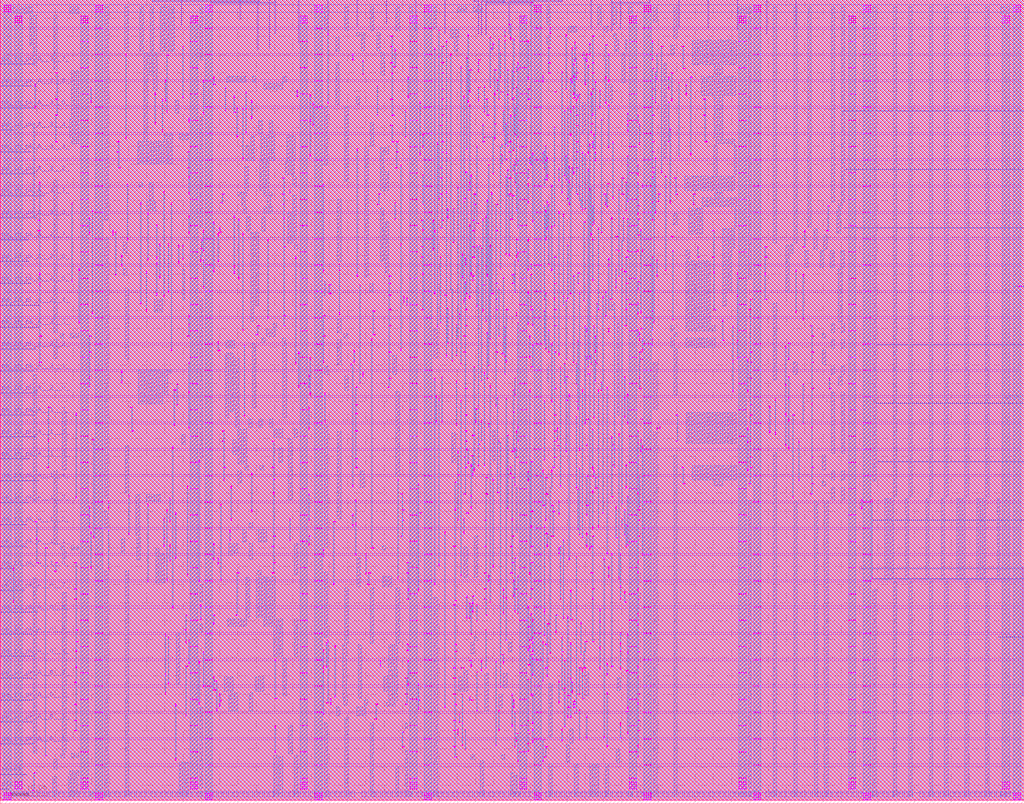
<source format=lef>
###############################################################
#  Generated by:      Cadence Innovus 21.14-s109_1
#  OS:                Linux x86_64(Host ID caen-vnc-mi14.engin.umich.edu)
#  Generated on:      Mon Apr  3 20:47:09 2023
#  Design:            PE_POOL
#  Command:           write_lef_abstract /afs/umich.edu/class/eecs627/w23/groups/group4/CNN_LSTM/CNN_POOL_ReLU/apr/PE_POOL/data/PE_POOL.lef -specifyTopLayer 4 -stripePin -PGpinLayers 4
###############################################################

VERSION 5.8 ;

BUSBITCHARS "[]" ;
DIVIDERCHAR "/" ;

MACRO PE_POOL
  CLASS BLOCK ;
  SIZE 280.000000 BY 220.000000 ;
  FOREIGN PE_POOL 0.000000 0.000000 ;
  ORIGIN 0 0 ;
  SYMMETRY X Y R90 ;
  PIN clk
    DIRECTION INPUT ;
    USE SIGNAL ;
    ANTENNAPARTIALMETALAREA 1.82 LAYER M3  ;
    ANTENNAPARTIALMETALSIDEAREA 0.0182 LAYER M3  ;
    ANTENNAPARTIALCUTAREA 0.08 LAYER V3  ;
    ANTENNAPARTIALMETALAREA 1.16 LAYER M4  ;
    ANTENNAPARTIALMETALSIDEAREA 0.012 LAYER M4  ;
    ANTENNAMODEL OXIDE1 ;
    ANTENNAGATEAREA 0.8352 LAYER M4  ;
    ANTENNAMAXAREACAR 2.23946 LAYER M4  ;
    ANTENNAMAXSIDEAREACAR 0.023683 LAYER M4  ;
    ANTENNAMAXCUTCAR 0.287356 LAYER V4  ;
    PORT
      LAYER M3 ;
        RECT 0.000000 3.900000 0.600000 4.100000 ;
    END
  END clk
  PIN reset
    DIRECTION INPUT ;
    USE SIGNAL ;
    ANTENNAPARTIALMETALAREA 1.46 LAYER M3  ;
    ANTENNAPARTIALMETALSIDEAREA 0.015 LAYER M3  ;
    ANTENNAMODEL OXIDE1 ;
    ANTENNAGATEAREA 0.408 LAYER M3  ;
    ANTENNAMAXAREACAR 7.22574 LAYER M3  ;
    ANTENNAMAXSIDEAREACAR 0.0705392 LAYER M3  ;
    ANTENNAMAXCUTCAR 0.392157 LAYER V3  ;
    PORT
      LAYER M3 ;
        RECT 0.000000 7.900000 0.600000 8.100000 ;
    END
  END reset
  PIN pe_in_pk_A__3__7_
    DIRECTION INPUT ;
    USE SIGNAL ;
    ANTENNAPARTIALMETALAREA 1.74 LAYER M3  ;
    ANTENNAPARTIALMETALSIDEAREA 0.0174 LAYER M3  ;
    ANTENNAMODEL OXIDE1 ;
    ANTENNAGATEAREA 0.0624 LAYER M3  ;
    ANTENNAMAXAREACAR 36.0897 LAYER M3  ;
    ANTENNAMAXSIDEAREACAR 0.367949 LAYER M3  ;
    ANTENNAMAXCUTCAR 1.92308 LAYER V3  ;
    PORT
      LAYER M3 ;
        RECT 0.000000 202.300000 0.600000 202.500000 ;
    END
  END pe_in_pk_A__3__7_
  PIN pe_in_pk_A__3__6_
    DIRECTION INPUT ;
    USE SIGNAL ;
    ANTENNAPARTIALMETALAREA 1.66 LAYER M3  ;
    ANTENNAPARTIALMETALSIDEAREA 0.0166 LAYER M3  ;
    ANTENNAMODEL OXIDE1 ;
    ANTENNAGATEAREA 0.0624 LAYER M3  ;
    ANTENNAMAXAREACAR 39.9359 LAYER M3  ;
    ANTENNAMAXSIDEAREACAR 0.40641 LAYER M3  ;
    ANTENNAMAXCUTCAR 1.92308 LAYER V3  ;
    PORT
      LAYER M3 ;
        RECT 0.000000 196.300000 0.600000 196.500000 ;
    END
  END pe_in_pk_A__3__6_
  PIN pe_in_pk_A__3__5_
    DIRECTION INPUT ;
    USE SIGNAL ;
    ANTENNAPARTIALMETALAREA 1.9 LAYER M3  ;
    ANTENNAPARTIALMETALSIDEAREA 0.019 LAYER M3  ;
    ANTENNAPARTIALCUTAREA 0.08 LAYER V3  ;
    ANTENNAPARTIALMETALAREA 1.32 LAYER M4  ;
    ANTENNAPARTIALMETALSIDEAREA 0.0136 LAYER M4  ;
    ANTENNAMODEL OXIDE1 ;
    ANTENNAGATEAREA 0.0624 LAYER M4  ;
    ANTENNAMAXAREACAR 27.4359 LAYER M4  ;
    ANTENNAMAXSIDEAREACAR 0.294231 LAYER M4  ;
    ANTENNAMAXCUTCAR 3.20513 LAYER V4  ;
    PORT
      LAYER M3 ;
        RECT 0.000000 190.300000 0.600000 190.500000 ;
    END
  END pe_in_pk_A__3__5_
  PIN pe_in_pk_A__3__4_
    DIRECTION INPUT ;
    USE SIGNAL ;
    ANTENNAPARTIALMETALAREA 2.02 LAYER M3  ;
    ANTENNAPARTIALMETALSIDEAREA 0.0206 LAYER M3  ;
    ANTENNAMODEL OXIDE1 ;
    ANTENNAGATEAREA 0.0624 LAYER M3  ;
    ANTENNAMAXAREACAR 38.0128 LAYER M3  ;
    ANTENNAMAXSIDEAREACAR 0.39359 LAYER M3  ;
    ANTENNAMAXCUTCAR 1.92308 LAYER V3  ;
    PORT
      LAYER M3 ;
        RECT 0.000000 184.300000 0.600000 184.500000 ;
    END
  END pe_in_pk_A__3__4_
  PIN pe_in_pk_A__3__3_
    DIRECTION INPUT ;
    USE SIGNAL ;
    ANTENNAPARTIALMETALAREA 1.66 LAYER M3  ;
    ANTENNAPARTIALMETALSIDEAREA 0.0166 LAYER M3  ;
    ANTENNAMODEL OXIDE1 ;
    ANTENNAGATEAREA 0.0624 LAYER M3  ;
    ANTENNAMAXAREACAR 51.4744 LAYER M3  ;
    ANTENNAMAXSIDEAREACAR 0.521795 LAYER M3  ;
    ANTENNAMAXCUTCAR 1.92308 LAYER V3  ;
    PORT
      LAYER M3 ;
        RECT 0.000000 178.300000 0.600000 178.500000 ;
    END
  END pe_in_pk_A__3__3_
  PIN pe_in_pk_A__3__2_
    DIRECTION INPUT ;
    USE SIGNAL ;
    ANTENNAPARTIALMETALAREA 1.82 LAYER M3  ;
    ANTENNAPARTIALMETALSIDEAREA 0.0182 LAYER M3  ;
    ANTENNAMODEL OXIDE1 ;
    ANTENNAGATEAREA 0.0624 LAYER M3  ;
    ANTENNAMAXAREACAR 50.1923 LAYER M3  ;
    ANTENNAMAXSIDEAREACAR 0.508974 LAYER M3  ;
    ANTENNAMAXCUTCAR 1.92308 LAYER V3  ;
    PORT
      LAYER M3 ;
        RECT 0.000000 172.300000 0.600000 172.500000 ;
    END
  END pe_in_pk_A__3__2_
  PIN pe_in_pk_A__3__1_
    DIRECTION INPUT ;
    USE SIGNAL ;
    ANTENNAPARTIALMETALAREA 2.38 LAYER M3  ;
    ANTENNAPARTIALMETALSIDEAREA 0.0238 LAYER M3  ;
    ANTENNAMODEL OXIDE1 ;
    ANTENNAGATEAREA 0.0624 LAYER M3  ;
    ANTENNAMAXAREACAR 68.141 LAYER M3  ;
    ANTENNAMAXSIDEAREACAR 0.688462 LAYER M3  ;
    ANTENNAMAXCUTCAR 1.92308 LAYER V3  ;
    PORT
      LAYER M3 ;
        RECT 0.000000 166.300000 0.600000 166.500000 ;
    END
  END pe_in_pk_A__3__1_
  PIN pe_in_pk_A__3__0_
    DIRECTION INPUT ;
    USE SIGNAL ;
    ANTENNAPARTIALMETALAREA 1.9 LAYER M3  ;
    ANTENNAPARTIALMETALSIDEAREA 0.019 LAYER M3  ;
    ANTENNAMODEL OXIDE1 ;
    ANTENNAGATEAREA 0.0624 LAYER M3  ;
    ANTENNAMAXAREACAR 79.6795 LAYER M3  ;
    ANTENNAMAXSIDEAREACAR 0.803846 LAYER M3  ;
    ANTENNAMAXCUTCAR 1.92308 LAYER V3  ;
    PORT
      LAYER M3 ;
        RECT 0.000000 160.300000 0.600000 160.500000 ;
    END
  END pe_in_pk_A__3__0_
  PIN pe_in_pk_A__2__7_
    DIRECTION INPUT ;
    USE SIGNAL ;
    ANTENNAPARTIALMETALAREA 1.5 LAYER M3  ;
    ANTENNAPARTIALMETALSIDEAREA 0.015 LAYER M3  ;
    ANTENNAMODEL OXIDE1 ;
    ANTENNAGATEAREA 0.0624 LAYER M3  ;
    ANTENNAMAXAREACAR 55.3205 LAYER M3  ;
    ANTENNAMAXSIDEAREACAR 0.560256 LAYER M3  ;
    ANTENNAMAXCUTCAR 1.92308 LAYER V3  ;
    PORT
      LAYER M3 ;
        RECT 0.000000 154.300000 0.600000 154.500000 ;
    END
  END pe_in_pk_A__2__7_
  PIN pe_in_pk_A__2__6_
    DIRECTION INPUT ;
    USE SIGNAL ;
    ANTENNAPARTIALMETALAREA 1.58 LAYER M3  ;
    ANTENNAPARTIALMETALSIDEAREA 0.0158 LAYER M3  ;
    ANTENNAMODEL OXIDE1 ;
    ANTENNAGATEAREA 0.0624 LAYER M3  ;
    ANTENNAMAXAREACAR 43.7821 LAYER M3  ;
    ANTENNAMAXSIDEAREACAR 0.444872 LAYER M3  ;
    ANTENNAMAXCUTCAR 1.92308 LAYER V3  ;
    PORT
      LAYER M3 ;
        RECT 0.000000 148.300000 0.600000 148.500000 ;
    END
  END pe_in_pk_A__2__6_
  PIN pe_in_pk_A__2__5_
    DIRECTION INPUT ;
    USE SIGNAL ;
    ANTENNAPARTIALMETALAREA 2.34 LAYER M3  ;
    ANTENNAPARTIALMETALSIDEAREA 0.0238 LAYER M3  ;
    ANTENNAMODEL OXIDE1 ;
    ANTENNAGATEAREA 0.0624 LAYER M3  ;
    ANTENNAMAXAREACAR 45.7051 LAYER M3  ;
    ANTENNAMAXSIDEAREACAR 0.470513 LAYER M3  ;
    ANTENNAMAXCUTCAR 1.92308 LAYER V3  ;
    PORT
      LAYER M3 ;
        RECT 0.000000 142.300000 0.600000 142.500000 ;
    END
  END pe_in_pk_A__2__5_
  PIN pe_in_pk_A__2__4_
    DIRECTION INPUT ;
    USE SIGNAL ;
    ANTENNAPARTIALMETALAREA 2.06 LAYER M3  ;
    ANTENNAPARTIALMETALSIDEAREA 0.0206 LAYER M3  ;
    ANTENNAMODEL OXIDE1 ;
    ANTENNAGATEAREA 0.0624 LAYER M3  ;
    ANTENNAMAXAREACAR 43.7821 LAYER M3  ;
    ANTENNAMAXSIDEAREACAR 0.444872 LAYER M3  ;
    ANTENNAMAXCUTCAR 1.92308 LAYER V3  ;
    PORT
      LAYER M3 ;
        RECT 0.000000 136.300000 0.600000 136.500000 ;
    END
  END pe_in_pk_A__2__4_
  PIN pe_in_pk_A__2__3_
    DIRECTION INPUT ;
    USE SIGNAL ;
    ANTENNAPARTIALMETALAREA 2.06 LAYER M3  ;
    ANTENNAPARTIALMETALSIDEAREA 0.0206 LAYER M3  ;
    ANTENNAMODEL OXIDE1 ;
    ANTENNAGATEAREA 0.0624 LAYER M3  ;
    ANTENNAMAXAREACAR 48.9103 LAYER M3  ;
    ANTENNAMAXSIDEAREACAR 0.496154 LAYER M3  ;
    ANTENNAMAXCUTCAR 1.92308 LAYER V3  ;
    PORT
      LAYER M3 ;
        RECT 0.000000 130.300000 0.600000 130.500000 ;
    END
  END pe_in_pk_A__2__3_
  PIN pe_in_pk_A__2__2_
    DIRECTION INPUT ;
    USE SIGNAL ;
    ANTENNAPARTIALMETALAREA 1.82 LAYER M3  ;
    ANTENNAPARTIALMETALSIDEAREA 0.0182 LAYER M3  ;
    ANTENNAMODEL OXIDE1 ;
    ANTENNAGATEAREA 0.0624 LAYER M3  ;
    ANTENNAMAXAREACAR 33.5256 LAYER M3  ;
    ANTENNAMAXSIDEAREACAR 0.342308 LAYER M3  ;
    ANTENNAMAXCUTCAR 1.92308 LAYER V3  ;
    PORT
      LAYER M3 ;
        RECT 0.000000 124.300000 0.600000 124.500000 ;
    END
  END pe_in_pk_A__2__2_
  PIN pe_in_pk_A__2__1_
    DIRECTION INPUT ;
    USE SIGNAL ;
    ANTENNAPARTIALMETALAREA 1.82 LAYER M3  ;
    ANTENNAPARTIALMETALSIDEAREA 0.0182 LAYER M3  ;
    ANTENNAMODEL OXIDE1 ;
    ANTENNAGATEAREA 0.0624 LAYER M3  ;
    ANTENNAMAXAREACAR 38.6538 LAYER M3  ;
    ANTENNAMAXSIDEAREACAR 0.39359 LAYER M3  ;
    ANTENNAMAXCUTCAR 1.92308 LAYER V3  ;
    PORT
      LAYER M3 ;
        RECT 0.000000 118.300000 0.600000 118.500000 ;
    END
  END pe_in_pk_A__2__1_
  PIN pe_in_pk_A__2__0_
    DIRECTION INPUT ;
    USE SIGNAL ;
    ANTENNAPARTIALMETALAREA 1.9 LAYER M3  ;
    ANTENNAPARTIALMETALSIDEAREA 0.019 LAYER M3  ;
    ANTENNAMODEL OXIDE1 ;
    ANTENNAGATEAREA 0.0624 LAYER M3  ;
    ANTENNAMAXAREACAR 36.0897 LAYER M3  ;
    ANTENNAMAXSIDEAREACAR 0.367949 LAYER M3  ;
    ANTENNAMAXCUTCAR 1.92308 LAYER V3  ;
    PORT
      LAYER M3 ;
        RECT 0.000000 112.300000 0.600000 112.500000 ;
    END
  END pe_in_pk_A__2__0_
  PIN pe_in_pk_A__1__7_
    DIRECTION INPUT ;
    USE SIGNAL ;
    ANTENNAPARTIALMETALAREA 1.82 LAYER M3  ;
    ANTENNAPARTIALMETALSIDEAREA 0.0182 LAYER M3  ;
    ANTENNAMODEL OXIDE1 ;
    ANTENNAGATEAREA 0.0624 LAYER M3  ;
    ANTENNAMAXAREACAR 36.0897 LAYER M3  ;
    ANTENNAMAXSIDEAREACAR 0.367949 LAYER M3  ;
    ANTENNAMAXCUTCAR 1.92308 LAYER V3  ;
    PORT
      LAYER M3 ;
        RECT 0.000000 106.300000 0.600000 106.500000 ;
    END
  END pe_in_pk_A__1__7_
  PIN pe_in_pk_A__1__6_
    DIRECTION INPUT ;
    USE SIGNAL ;
    ANTENNAPARTIALMETALAREA 1.9 LAYER M3  ;
    ANTENNAPARTIALMETALSIDEAREA 0.019 LAYER M3  ;
    ANTENNAMODEL OXIDE1 ;
    ANTENNAGATEAREA 0.0624 LAYER M3  ;
    ANTENNAMAXAREACAR 39.9359 LAYER M3  ;
    ANTENNAMAXSIDEAREACAR 0.40641 LAYER M3  ;
    ANTENNAMAXCUTCAR 1.92308 LAYER V3  ;
    PORT
      LAYER M3 ;
        RECT 0.000000 100.300000 0.600000 100.500000 ;
    END
  END pe_in_pk_A__1__6_
  PIN pe_in_pk_A__1__5_
    DIRECTION INPUT ;
    USE SIGNAL ;
    ANTENNAPARTIALMETALAREA 1.58 LAYER M3  ;
    ANTENNAPARTIALMETALSIDEAREA 0.0158 LAYER M3  ;
    ANTENNAMODEL OXIDE1 ;
    ANTENNAGATEAREA 0.0624 LAYER M3  ;
    ANTENNAMAXAREACAR 33.5256 LAYER M3  ;
    ANTENNAMAXSIDEAREACAR 0.342308 LAYER M3  ;
    ANTENNAMAXCUTCAR 1.92308 LAYER V3  ;
    PORT
      LAYER M3 ;
        RECT 0.000000 94.300000 0.600000 94.500000 ;
    END
  END pe_in_pk_A__1__5_
  PIN pe_in_pk_A__1__4_
    DIRECTION INPUT ;
    USE SIGNAL ;
    ANTENNAPARTIALMETALAREA 2.06 LAYER M3  ;
    ANTENNAPARTIALMETALSIDEAREA 0.0206 LAYER M3  ;
    ANTENNAMODEL OXIDE1 ;
    ANTENNAGATEAREA 0.0624 LAYER M3  ;
    ANTENNAMAXAREACAR 59.1667 LAYER M3  ;
    ANTENNAMAXSIDEAREACAR 0.598718 LAYER M3  ;
    ANTENNAMAXCUTCAR 1.92308 LAYER V3  ;
    PORT
      LAYER M3 ;
        RECT 0.000000 88.300000 0.600000 88.500000 ;
    END
  END pe_in_pk_A__1__4_
  PIN pe_in_pk_A__1__3_
    DIRECTION INPUT ;
    USE SIGNAL ;
    ANTENNAPARTIALMETALAREA 1.5 LAYER M3  ;
    ANTENNAPARTIALMETALSIDEAREA 0.015 LAYER M3  ;
    ANTENNAMODEL OXIDE1 ;
    ANTENNAGATEAREA 0.0624 LAYER M3  ;
    ANTENNAMAXAREACAR 30.9615 LAYER M3  ;
    ANTENNAMAXSIDEAREACAR 0.316667 LAYER M3  ;
    ANTENNAMAXCUTCAR 1.92308 LAYER V3  ;
    PORT
      LAYER M3 ;
        RECT 0.000000 82.300000 0.600000 82.500000 ;
    END
  END pe_in_pk_A__1__3_
  PIN pe_in_pk_A__1__2_
    DIRECTION INPUT ;
    USE SIGNAL ;
    ANTENNAPARTIALMETALAREA 1.42 LAYER M3  ;
    ANTENNAPARTIALMETALSIDEAREA 0.0142 LAYER M3  ;
    ANTENNAMODEL OXIDE1 ;
    ANTENNAGATEAREA 0.0624 LAYER M3  ;
    ANTENNAMAXAREACAR 57.8846 LAYER M3  ;
    ANTENNAMAXSIDEAREACAR 0.585897 LAYER M3  ;
    ANTENNAMAXCUTCAR 1.92308 LAYER V3  ;
    PORT
      LAYER M3 ;
        RECT 0.000000 76.300000 0.600000 76.500000 ;
    END
  END pe_in_pk_A__1__2_
  PIN pe_in_pk_A__1__1_
    DIRECTION INPUT ;
    USE SIGNAL ;
    ANTENNAPARTIALMETALAREA 1.42 LAYER M3  ;
    ANTENNAPARTIALMETALSIDEAREA 0.0142 LAYER M3  ;
    ANTENNAMODEL OXIDE1 ;
    ANTENNAGATEAREA 0.0624 LAYER M3  ;
    ANTENNAMAXAREACAR 52.7564 LAYER M3  ;
    ANTENNAMAXSIDEAREACAR 0.534615 LAYER M3  ;
    ANTENNAMAXCUTCAR 1.92308 LAYER V3  ;
    PORT
      LAYER M3 ;
        RECT 0.000000 70.300000 0.600000 70.500000 ;
    END
  END pe_in_pk_A__1__1_
  PIN pe_in_pk_A__1__0_
    DIRECTION INPUT ;
    USE SIGNAL ;
    ANTENNAPARTIALMETALAREA 0.7 LAYER M3  ;
    ANTENNAPARTIALMETALSIDEAREA 0.007 LAYER M3  ;
    ANTENNAPARTIALCUTAREA 0.08 LAYER V3  ;
    ANTENNAPARTIALMETALAREA 1.88 LAYER M4  ;
    ANTENNAPARTIALMETALSIDEAREA 0.0192 LAYER M4  ;
    ANTENNAMODEL OXIDE1 ;
    ANTENNAGATEAREA 0.0624 LAYER M4  ;
    ANTENNAMAXAREACAR 51.7949 LAYER M4  ;
    ANTENNAMAXSIDEAREACAR 0.537821 LAYER M4  ;
    ANTENNAMAXCUTCAR 3.20513 LAYER V4  ;
    PORT
      LAYER M3 ;
        RECT 0.000000 64.300000 0.600000 64.500000 ;
    END
  END pe_in_pk_A__1__0_
  PIN pe_in_pk_A__0__7_
    DIRECTION INPUT ;
    USE SIGNAL ;
    ANTENNAPARTIALMETALAREA 2.02 LAYER M3  ;
    ANTENNAPARTIALMETALSIDEAREA 0.0206 LAYER M3  ;
    ANTENNAMODEL OXIDE1 ;
    ANTENNAGATEAREA 0.0624 LAYER M3  ;
    ANTENNAMAXAREACAR 43.141 LAYER M3  ;
    ANTENNAMAXSIDEAREACAR 0.444872 LAYER M3  ;
    ANTENNAMAXCUTCAR 1.92308 LAYER V3  ;
    PORT
      LAYER M3 ;
        RECT 0.000000 58.300000 0.600000 58.500000 ;
    END
  END pe_in_pk_A__0__7_
  PIN pe_in_pk_A__0__6_
    DIRECTION INPUT ;
    USE SIGNAL ;
    ANTENNAPARTIALMETALAREA 1.98 LAYER M3  ;
    ANTENNAPARTIALMETALSIDEAREA 0.0198 LAYER M3  ;
    ANTENNAMODEL OXIDE1 ;
    ANTENNAGATEAREA 0.0624 LAYER M3  ;
    ANTENNAMAXAREACAR 51.4744 LAYER M3  ;
    ANTENNAMAXSIDEAREACAR 0.521795 LAYER M3  ;
    ANTENNAMAXCUTCAR 1.92308 LAYER V3  ;
    PORT
      LAYER M3 ;
        RECT 0.000000 52.300000 0.600000 52.500000 ;
    END
  END pe_in_pk_A__0__6_
  PIN pe_in_pk_A__0__5_
    DIRECTION INPUT ;
    USE SIGNAL ;
    ANTENNAPARTIALMETALAREA 1.74 LAYER M3  ;
    ANTENNAPARTIALMETALSIDEAREA 0.0174 LAYER M3  ;
    ANTENNAMODEL OXIDE1 ;
    ANTENNAGATEAREA 0.0624 LAYER M3  ;
    ANTENNAMAXAREACAR 34.8077 LAYER M3  ;
    ANTENNAMAXSIDEAREACAR 0.355128 LAYER M3  ;
    ANTENNAMAXCUTCAR 1.92308 LAYER V3  ;
    PORT
      LAYER M3 ;
        RECT 0.000000 46.300000 0.600000 46.500000 ;
    END
  END pe_in_pk_A__0__5_
  PIN pe_in_pk_A__0__4_
    DIRECTION INPUT ;
    USE SIGNAL ;
    ANTENNAPARTIALMETALAREA 1.74 LAYER M3  ;
    ANTENNAPARTIALMETALSIDEAREA 0.0174 LAYER M3  ;
    ANTENNAMODEL OXIDE1 ;
    ANTENNAGATEAREA 0.0624 LAYER M3  ;
    ANTENNAMAXAREACAR 38.6538 LAYER M3  ;
    ANTENNAMAXSIDEAREACAR 0.39359 LAYER M3  ;
    ANTENNAMAXCUTCAR 1.92308 LAYER V3  ;
    PORT
      LAYER M3 ;
        RECT 0.000000 40.300000 0.600000 40.500000 ;
    END
  END pe_in_pk_A__0__4_
  PIN pe_in_pk_A__0__3_
    DIRECTION INPUT ;
    USE SIGNAL ;
    ANTENNAPARTIALMETALAREA 1.74 LAYER M3  ;
    ANTENNAPARTIALMETALSIDEAREA 0.0174 LAYER M3  ;
    ANTENNAMODEL OXIDE1 ;
    ANTENNAGATEAREA 0.0624 LAYER M3  ;
    ANTENNAMAXAREACAR 33.5256 LAYER M3  ;
    ANTENNAMAXSIDEAREACAR 0.342308 LAYER M3  ;
    ANTENNAMAXCUTCAR 1.92308 LAYER V3  ;
    PORT
      LAYER M3 ;
        RECT 0.000000 34.300000 0.600000 34.500000 ;
    END
  END pe_in_pk_A__0__3_
  PIN pe_in_pk_A__0__2_
    DIRECTION INPUT ;
    USE SIGNAL ;
    ANTENNAPARTIALMETALAREA 1.74 LAYER M3  ;
    ANTENNAPARTIALMETALSIDEAREA 0.0174 LAYER M3  ;
    ANTENNAMODEL OXIDE1 ;
    ANTENNAGATEAREA 0.0624 LAYER M3  ;
    ANTENNAMAXAREACAR 37.3718 LAYER M3  ;
    ANTENNAMAXSIDEAREACAR 0.380769 LAYER M3  ;
    ANTENNAMAXCUTCAR 1.92308 LAYER V3  ;
    PORT
      LAYER M3 ;
        RECT 0.000000 28.300000 0.600000 28.500000 ;
    END
  END pe_in_pk_A__0__2_
  PIN pe_in_pk_A__0__1_
    DIRECTION INPUT ;
    USE SIGNAL ;
    ANTENNAPARTIALMETALAREA 1.74 LAYER M3  ;
    ANTENNAPARTIALMETALSIDEAREA 0.0174 LAYER M3  ;
    ANTENNAMODEL OXIDE1 ;
    ANTENNAGATEAREA 0.0624 LAYER M3  ;
    ANTENNAMAXAREACAR 34.8077 LAYER M3  ;
    ANTENNAMAXSIDEAREACAR 0.355128 LAYER M3  ;
    ANTENNAMAXCUTCAR 1.92308 LAYER V3  ;
    PORT
      LAYER M3 ;
        RECT 0.000000 22.300000 0.600000 22.500000 ;
    END
  END pe_in_pk_A__0__1_
  PIN pe_in_pk_A__0__0_
    DIRECTION INPUT ;
    USE SIGNAL ;
    ANTENNAPARTIALMETALAREA 1.66 LAYER M3  ;
    ANTENNAPARTIALMETALSIDEAREA 0.0166 LAYER M3  ;
    ANTENNAMODEL OXIDE1 ;
    ANTENNAGATEAREA 0.0624 LAYER M3  ;
    ANTENNAMAXAREACAR 30.9615 LAYER M3  ;
    ANTENNAMAXSIDEAREACAR 0.316667 LAYER M3  ;
    ANTENNAMAXCUTCAR 1.92308 LAYER V3  ;
    PORT
      LAYER M3 ;
        RECT 0.000000 16.300000 0.600000 16.500000 ;
    END
  END pe_in_pk_A__0__0_
  PIN pe_in_pk_PE_state__2_
    DIRECTION INPUT ;
    USE SIGNAL ;
    ANTENNAPARTIALMETALAREA 0.06 LAYER M2  ;
    ANTENNAPARTIALMETALSIDEAREA 0.0006 LAYER M2  ;
    ANTENNAPARTIALCUTAREA 0.04 LAYER V2  ;
    ANTENNAPARTIALMETALAREA 3.64 LAYER M3  ;
    ANTENNAPARTIALMETALSIDEAREA 0.0368 LAYER M3  ;
    ANTENNAMODEL OXIDE1 ;
    ANTENNAGATEAREA 0.0624 LAYER M3  ;
    ANTENNAMAXAREACAR 89.6154 LAYER M3  ;
    ANTENNAMAXSIDEAREACAR 0.909615 LAYER M3  ;
    ANTENNAMAXCUTCAR 1.92308 LAYER V3  ;
    PORT
      LAYER M2 ;
        RECT 57.500000 219.400000 57.700000 220.000000 ;
    END
  END pe_in_pk_PE_state__2_
  PIN pe_in_pk_PE_state__1_
    DIRECTION INPUT ;
    USE SIGNAL ;
    ANTENNAPARTIALMETALAREA 1.34 LAYER M2  ;
    ANTENNAPARTIALMETALSIDEAREA 0.0134 LAYER M2  ;
    ANTENNAPARTIALCUTAREA 0.08 LAYER V2  ;
    ANTENNAPARTIALMETALAREA 3.88 LAYER M3  ;
    ANTENNAPARTIALMETALSIDEAREA 0.0392 LAYER M3  ;
    ANTENNAMODEL OXIDE1 ;
    ANTENNAGATEAREA 0.0624 LAYER M3  ;
    ANTENNAMAXAREACAR 72.9487 LAYER M3  ;
    ANTENNAMAXSIDEAREACAR 0.742949 LAYER M3  ;
    ANTENNAMAXCUTCAR 1.92308 LAYER V3  ;
    PORT
      LAYER M2 ;
        RECT 49.500000 219.400000 49.700000 220.000000 ;
    END
  END pe_in_pk_PE_state__1_
  PIN pe_in_pk_PE_state__0_
    DIRECTION INPUT ;
    USE SIGNAL ;
    ANTENNAPARTIALMETALAREA 0.16 LAYER M2  ;
    ANTENNAPARTIALMETALSIDEAREA 0.0016 LAYER M2  ;
    ANTENNAPARTIALCUTAREA 0.08 LAYER V2  ;
    ANTENNAPARTIALMETALAREA 5.8 LAYER M3  ;
    ANTENNAPARTIALMETALSIDEAREA 0.0584 LAYER M3  ;
    ANTENNAMODEL OXIDE1 ;
    ANTENNAGATEAREA 0.0624 LAYER M3  ;
    ANTENNAMAXAREACAR 140.897 LAYER M3  ;
    ANTENNAMAXSIDEAREACAR 1.42244 LAYER M3  ;
    ANTENNAMAXCUTCAR 1.92308 LAYER V3  ;
    PORT
      LAYER M2 ;
        RECT 41.500000 219.400000 41.700000 220.000000 ;
    END
  END pe_in_pk_PE_state__0_
  PIN pe_in_pk_wrb_data__7_
    DIRECTION INPUT ;
    USE SIGNAL ;
    ANTENNAPARTIALMETALAREA 1.34 LAYER M2  ;
    ANTENNAPARTIALMETALSIDEAREA 0.0134 LAYER M2  ;
    ANTENNAPARTIALCUTAREA 0.08 LAYER V2  ;
    ANTENNAPARTIALMETALAREA 4.92 LAYER M3  ;
    ANTENNAPARTIALMETALSIDEAREA 0.0496 LAYER M3  ;
    ANTENNAMODEL OXIDE1 ;
    ANTENNAGATEAREA 0.0624 LAYER M3  ;
    ANTENNAMAXAREACAR 89.6154 LAYER M3  ;
    ANTENNAMAXSIDEAREACAR 0.909615 LAYER M3  ;
    ANTENNAMAXCUTCAR 1.92308 LAYER V3  ;
    PORT
      LAYER M2 ;
        RECT 217.500000 219.400000 217.700000 220.000000 ;
    END
  END pe_in_pk_wrb_data__7_
  PIN pe_in_pk_wrb_data__6_
    DIRECTION INPUT ;
    USE SIGNAL ;
    ANTENNAPARTIALMETALAREA 1.9 LAYER M2  ;
    ANTENNAPARTIALMETALSIDEAREA 0.019 LAYER M2  ;
    ANTENNAPARTIALCUTAREA 0.08 LAYER V2  ;
    ANTENNAPARTIALMETALAREA 3.56 LAYER M3  ;
    ANTENNAPARTIALMETALSIDEAREA 0.036 LAYER M3  ;
    ANTENNAMODEL OXIDE1 ;
    ANTENNAGATEAREA 0.0624 LAYER M3  ;
    ANTENNAMAXAREACAR 61.4103 LAYER M3  ;
    ANTENNAMAXSIDEAREACAR 0.627564 LAYER M3  ;
    ANTENNAMAXCUTCAR 1.92308 LAYER V3  ;
    PORT
      LAYER M2 ;
        RECT 209.500000 219.400000 209.700000 220.000000 ;
    END
  END pe_in_pk_wrb_data__6_
  PIN pe_in_pk_wrb_data__5_
    DIRECTION INPUT ;
    USE SIGNAL ;
    ANTENNAPARTIALMETALAREA 1.5 LAYER M2  ;
    ANTENNAPARTIALMETALSIDEAREA 0.015 LAYER M2  ;
    ANTENNAPARTIALCUTAREA 0.08 LAYER V2  ;
    ANTENNAPARTIALMETALAREA 1.24 LAYER M3  ;
    ANTENNAPARTIALMETALSIDEAREA 0.0128 LAYER M3  ;
    ANTENNAMODEL OXIDE1 ;
    ANTENNAGATEAREA 0.0624 LAYER M3  ;
    ANTENNAMAXAREACAR 28.0769 LAYER M3  ;
    ANTENNAMAXSIDEAREACAR 0.294231 LAYER M3  ;
    ANTENNAMAXCUTCAR 1.92308 LAYER V3  ;
    PORT
      LAYER M2 ;
        RECT 201.500000 219.400000 201.700000 220.000000 ;
    END
  END pe_in_pk_wrb_data__5_
  PIN pe_in_pk_wrb_data__4_
    DIRECTION INPUT ;
    USE SIGNAL ;
    ANTENNAPARTIALMETALAREA 1.5 LAYER M2  ;
    ANTENNAPARTIALMETALSIDEAREA 0.015 LAYER M2  ;
    ANTENNAPARTIALCUTAREA 0.08 LAYER V2  ;
    ANTENNAPARTIALMETALAREA 0.84 LAYER M3  ;
    ANTENNAPARTIALMETALSIDEAREA 0.0088 LAYER M3  ;
    ANTENNAMODEL OXIDE1 ;
    ANTENNAGATEAREA 0.2472 LAYER M3  ;
    ANTENNAMAXAREACAR 5.6699 LAYER M3  ;
    ANTENNAMAXSIDEAREACAR 0.0606796 LAYER M3  ;
    ANTENNAMAXCUTCAR 0.485437 LAYER V3  ;
    PORT
      LAYER M2 ;
        RECT 193.500000 219.400000 193.700000 220.000000 ;
    END
  END pe_in_pk_wrb_data__4_
  PIN pe_in_pk_wrb_data__3_
    DIRECTION INPUT ;
    USE SIGNAL ;
    ANTENNAPARTIALMETALAREA 1.42 LAYER M2  ;
    ANTENNAPARTIALMETALSIDEAREA 0.0142 LAYER M2  ;
    ANTENNAPARTIALCUTAREA 0.08 LAYER V2  ;
    ANTENNAPARTIALMETALAREA 1.4 LAYER M3  ;
    ANTENNAPARTIALMETALSIDEAREA 0.0144 LAYER M3  ;
    ANTENNAMODEL OXIDE1 ;
    ANTENNAGATEAREA 0.0624 LAYER M3  ;
    ANTENNAMAXAREACAR 31.9231 LAYER M3  ;
    ANTENNAMAXSIDEAREACAR 0.332692 LAYER M3  ;
    ANTENNAMAXCUTCAR 1.92308 LAYER V3  ;
    PORT
      LAYER M2 ;
        RECT 185.500000 219.400000 185.700000 220.000000 ;
    END
  END pe_in_pk_wrb_data__3_
  PIN pe_in_pk_wrb_data__2_
    DIRECTION INPUT ;
    USE SIGNAL ;
    ANTENNAPARTIALMETALAREA 0.06 LAYER M2  ;
    ANTENNAPARTIALMETALSIDEAREA 0.0006 LAYER M2  ;
    ANTENNAPARTIALCUTAREA 0.04 LAYER V2  ;
    ANTENNAPARTIALMETALAREA 2.2 LAYER M3  ;
    ANTENNAPARTIALMETALSIDEAREA 0.0224 LAYER M3  ;
    ANTENNAMODEL OXIDE1 ;
    ANTENNAGATEAREA 0.1272 LAYER M3  ;
    ANTENNAMAXAREACAR 33.0818 LAYER M3  ;
    ANTENNAMAXSIDEAREACAR 0.337107 LAYER M3  ;
    ANTENNAMAXCUTCAR 1.25786 LAYER V3  ;
    PORT
      LAYER M2 ;
        RECT 177.500000 219.400000 177.700000 220.000000 ;
    END
  END pe_in_pk_wrb_data__2_
  PIN pe_in_pk_wrb_data__1_
    DIRECTION INPUT ;
    USE SIGNAL ;
    ANTENNAPARTIALMETALAREA 1.5 LAYER M2  ;
    ANTENNAPARTIALMETALSIDEAREA 0.015 LAYER M2  ;
    ANTENNAPARTIALCUTAREA 0.08 LAYER V2  ;
    ANTENNAPARTIALMETALAREA 1.16 LAYER M3  ;
    ANTENNAPARTIALMETALSIDEAREA 0.012 LAYER M3  ;
    ANTENNAMODEL OXIDE1 ;
    ANTENNAGATEAREA 0.0624 LAYER M3  ;
    ANTENNAMAXAREACAR 43.4615 LAYER M3  ;
    ANTENNAMAXSIDEAREACAR 0.448077 LAYER M3  ;
    ANTENNAMAXCUTCAR 1.92308 LAYER V3  ;
    PORT
      LAYER M2 ;
        RECT 169.500000 219.400000 169.700000 220.000000 ;
    END
  END pe_in_pk_wrb_data__1_
  PIN pe_in_pk_wrb_data__0_
    DIRECTION INPUT ;
    USE SIGNAL ;
    ANTENNAPARTIALMETALAREA 1.5 LAYER M2  ;
    ANTENNAPARTIALMETALSIDEAREA 0.015 LAYER M2  ;
    ANTENNAPARTIALCUTAREA 0.08 LAYER V2  ;
    ANTENNAPARTIALMETALAREA 2.44 LAYER M3  ;
    ANTENNAPARTIALMETALSIDEAREA 0.0248 LAYER M3  ;
    ANTENNAPARTIALCUTAREA 0.08 LAYER V3  ;
    ANTENNAPARTIALMETALAREA 0.36 LAYER M4  ;
    ANTENNAPARTIALMETALSIDEAREA 0.004 LAYER M4  ;
    ANTENNAMODEL OXIDE1 ;
    ANTENNAGATEAREA 0.0624 LAYER M4  ;
    ANTENNAMAXAREACAR 24.8718 LAYER M4  ;
    ANTENNAMAXSIDEAREACAR 0.26859 LAYER M4  ;
    ANTENNAMAXCUTCAR 3.20513 LAYER V4  ;
    PORT
      LAYER M2 ;
        RECT 161.500000 219.400000 161.700000 220.000000 ;
    END
  END pe_in_pk_wrb_data__0_
  PIN pe_in_pk_wrb_addr__3_
    DIRECTION INPUT ;
    USE SIGNAL ;
    ANTENNAPARTIALMETALAREA 0.16 LAYER M2  ;
    ANTENNAPARTIALMETALSIDEAREA 0.0016 LAYER M2  ;
    ANTENNAPARTIALCUTAREA 0.08 LAYER V2  ;
    ANTENNAPARTIALMETALAREA 3.84 LAYER M3  ;
    ANTENNAPARTIALMETALSIDEAREA 0.0392 LAYER M3  ;
    ANTENNAMODEL OXIDE1 ;
    ANTENNAGATEAREA 0.564 LAYER M3  ;
    ANTENNAMAXAREACAR 15.4918 LAYER M3  ;
    ANTENNAMAXSIDEAREACAR 0.155261 LAYER M3  ;
    ANTENNAMAXCUTCAR 0.454545 LAYER V3  ;
    PORT
      LAYER M2 ;
        RECT 153.500000 219.400000 153.700000 220.000000 ;
    END
  END pe_in_pk_wrb_addr__3_
  PIN pe_in_pk_wrb_addr__2_
    DIRECTION INPUT ;
    USE SIGNAL ;
    ANTENNAPARTIALMETALAREA 0.06 LAYER M2  ;
    ANTENNAPARTIALMETALSIDEAREA 0.0006 LAYER M2  ;
    ANTENNAPARTIALCUTAREA 0.04 LAYER V2  ;
    ANTENNAPARTIALMETALAREA 2.92 LAYER M3  ;
    ANTENNAPARTIALMETALSIDEAREA 0.0296 LAYER M3  ;
    ANTENNAMODEL OXIDE1 ;
    ANTENNAGATEAREA 0.396 LAYER M3  ;
    ANTENNAMAXAREACAR 12.6061 LAYER M3  ;
    ANTENNAMAXSIDEAREACAR 0.128081 LAYER M3  ;
    ANTENNAPARTIALCUTAREA 0.04 LAYER V3  ;
    ANTENNAMAXCUTCAR 0.30303 LAYER V3  ;
    ANTENNAPARTIALMETALAREA 9.68 LAYER M4  ;
    ANTENNAPARTIALMETALSIDEAREA 0.0976 LAYER M4  ;
    ANTENNAGATEAREA 1.3896 LAYER M4  ;
    ANTENNAMAXAREACAR 19.5721 LAYER M4  ;
    ANTENNAMAXSIDEAREACAR 0.204819 LAYER M4  ;
    ANTENNAMAXCUTCAR 2.41667 LAYER V4  ;
    PORT
      LAYER M2 ;
        RECT 145.500000 219.400000 145.700000 220.000000 ;
    END
  END pe_in_pk_wrb_addr__2_
  PIN pe_in_pk_wrb_addr__1_
    DIRECTION INPUT ;
    USE SIGNAL ;
    ANTENNAPARTIALMETALAREA 0.06 LAYER M2  ;
    ANTENNAPARTIALMETALSIDEAREA 0.0006 LAYER M2  ;
    ANTENNAPARTIALCUTAREA 0.04 LAYER V2  ;
    ANTENNAPARTIALMETALAREA 2.08 LAYER M3  ;
    ANTENNAPARTIALMETALSIDEAREA 0.0216 LAYER M3  ;
    ANTENNAMODEL OXIDE1 ;
    ANTENNAGATEAREA 0.396 LAYER M3  ;
    ANTENNAMAXAREACAR 12.2343 LAYER M3  ;
    ANTENNAMAXSIDEAREACAR 0.128283 LAYER M3  ;
    ANTENNAPARTIALCUTAREA 0.04 LAYER V3  ;
    ANTENNAMAXCUTCAR 0.40404 LAYER V3  ;
    ANTENNAPARTIALMETALAREA 6.6 LAYER M4  ;
    ANTENNAPARTIALMETALSIDEAREA 0.0664 LAYER M4  ;
    ANTENNAGATEAREA 1.1496 LAYER M4  ;
    ANTENNAMAXAREACAR 17.9755 LAYER M4  ;
    ANTENNAMAXSIDEAREACAR 0.186042 LAYER M4  ;
    ANTENNAMAXCUTCAR 0.543275 LAYER V4  ;
    PORT
      LAYER M2 ;
        RECT 137.500000 219.400000 137.700000 220.000000 ;
    END
  END pe_in_pk_wrb_addr__1_
  PIN pe_in_pk_wrb_addr__0_
    DIRECTION INPUT ;
    USE SIGNAL ;
    ANTENNAPARTIALCUTAREA 0.04 LAYER V2  ;
    ANTENNAPARTIALMETALAREA 0.96 LAYER M3  ;
    ANTENNAPARTIALMETALSIDEAREA 0.0104 LAYER M3  ;
    ANTENNAMODEL OXIDE1 ;
    ANTENNAGATEAREA 0.396 LAYER M3  ;
    ANTENNAMAXAREACAR 8.57374 LAYER M3  ;
    ANTENNAMAXSIDEAREACAR 0.090101 LAYER M3  ;
    ANTENNAPARTIALCUTAREA 0.04 LAYER V3  ;
    ANTENNAMAXCUTCAR 0.40404 LAYER V3  ;
    ANTENNAPARTIALMETALAREA 7.56 LAYER M4  ;
    ANTENNAPARTIALMETALSIDEAREA 0.0768 LAYER M4  ;
    ANTENNAGATEAREA 1.1496 LAYER M4  ;
    ANTENNAMAXAREACAR 15.1499 LAYER M4  ;
    ANTENNAMAXSIDEAREACAR 0.156907 LAYER M4  ;
    ANTENNAMAXCUTCAR 1.22549 LAYER V4  ;
    PORT
      LAYER M2 ;
        RECT 129.500000 219.400000 129.700000 220.000000 ;
    END
  END pe_in_pk_wrb_addr__0_
  PIN pe_in_pk_wrb__3_
    DIRECTION INPUT ;
    USE SIGNAL ;
    ANTENNAPARTIALMETALAREA 1.74 LAYER M2  ;
    ANTENNAPARTIALMETALSIDEAREA 0.0174 LAYER M2  ;
    ANTENNAMODEL OXIDE1 ;
    ANTENNAGATEAREA 0.2952 LAYER M2  ;
    ANTENNAMAXAREACAR 6.28455 LAYER M2  ;
    ANTENNAMAXSIDEAREACAR 0.0635501 LAYER M2  ;
    ANTENNAMAXCUTCAR 0.135501 LAYER V2  ;
    PORT
      LAYER M2 ;
        RECT 121.500000 219.400000 121.700000 220.000000 ;
    END
  END pe_in_pk_wrb__3_
  PIN pe_in_pk_wrb__2_
    DIRECTION INPUT ;
    USE SIGNAL ;
    ANTENNAPARTIALMETALAREA 1.58 LAYER M2  ;
    ANTENNAPARTIALMETALSIDEAREA 0.0158 LAYER M2  ;
    ANTENNAPARTIALCUTAREA 0.04 LAYER V2  ;
    ANTENNAPARTIALMETALAREA 1 LAYER M3  ;
    ANTENNAPARTIALMETALSIDEAREA 0.0104 LAYER M3  ;
    ANTENNAMODEL OXIDE1 ;
    ANTENNAGATEAREA 0.5928 LAYER M3  ;
    ANTENNAMAXAREACAR 3.05938 LAYER M3  ;
    ANTENNAMAXSIDEAREACAR 0.0318826 LAYER M3  ;
    ANTENNAMAXCUTCAR 0.134953 LAYER V3  ;
    PORT
      LAYER M2 ;
        RECT 113.500000 219.400000 113.700000 220.000000 ;
    END
  END pe_in_pk_wrb__2_
  PIN pe_in_pk_wrb__1_
    DIRECTION INPUT ;
    USE SIGNAL ;
    ANTENNAPARTIALMETALAREA 1.26 LAYER M2  ;
    ANTENNAPARTIALMETALSIDEAREA 0.0126 LAYER M2  ;
    ANTENNAPARTIALCUTAREA 0.04 LAYER V2  ;
    ANTENNAPARTIALMETALAREA 3.88 LAYER M3  ;
    ANTENNAPARTIALMETALSIDEAREA 0.0392 LAYER M3  ;
    ANTENNAMODEL OXIDE1 ;
    ANTENNAGATEAREA 0.5928 LAYER M3  ;
    ANTENNAMAXAREACAR 8.45749 LAYER M3  ;
    ANTENNAMAXSIDEAREACAR 0.0858637 LAYER M3  ;
    ANTENNAMAXCUTCAR 0.134953 LAYER V3  ;
    PORT
      LAYER M2 ;
        RECT 105.500000 219.400000 105.700000 220.000000 ;
    END
  END pe_in_pk_wrb__1_
  PIN pe_in_pk_wrb__0_
    DIRECTION INPUT ;
    USE SIGNAL ;
    ANTENNAPARTIALMETALAREA 1.42 LAYER M2  ;
    ANTENNAPARTIALMETALSIDEAREA 0.0142 LAYER M2  ;
    ANTENNAPARTIALCUTAREA 0.08 LAYER V2  ;
    ANTENNAPARTIALMETALAREA 6.12 LAYER M3  ;
    ANTENNAPARTIALMETALSIDEAREA 0.0616 LAYER M3  ;
    ANTENNAMODEL OXIDE1 ;
    ANTENNAGATEAREA 0.2952 LAYER M3  ;
    ANTENNAMAXAREACAR 22.6125 LAYER M3  ;
    ANTENNAMAXSIDEAREACAR 0.229539 LAYER M3  ;
    ANTENNAMAXCUTCAR 0.406504 LAYER V3  ;
    PORT
      LAYER M2 ;
        RECT 97.500000 219.400000 97.700000 220.000000 ;
    END
  END pe_in_pk_wrb__0_
  PIN pe_in_pk_rdb_addr__3_
    DIRECTION INPUT ;
    USE SIGNAL ;
    ANTENNAPARTIALMETALAREA 1.82 LAYER M2  ;
    ANTENNAPARTIALMETALSIDEAREA 0.0182 LAYER M2  ;
    ANTENNAPARTIALCUTAREA 0.08 LAYER V2  ;
    ANTENNAPARTIALMETALAREA 0.12 LAYER M3  ;
    ANTENNAPARTIALMETALSIDEAREA 0.0016 LAYER M3  ;
    ANTENNAPARTIALCUTAREA 0.08 LAYER V3  ;
    ANTENNAPARTIALMETALAREA 6.8 LAYER M4  ;
    ANTENNAPARTIALMETALSIDEAREA 0.0688 LAYER M4  ;
    ANTENNAMODEL OXIDE1 ;
    ANTENNAGATEAREA 0.3192 LAYER M4  ;
    ANTENNAMAXAREACAR 57.1186 LAYER M4  ;
    ANTENNAMAXSIDEAREACAR 0.579385 LAYER M4  ;
    ANTENNAMAXCUTCAR 1.79487 LAYER V4  ;
    PORT
      LAYER M2 ;
        RECT 89.500000 219.400000 89.700000 220.000000 ;
    END
  END pe_in_pk_rdb_addr__3_
  PIN pe_in_pk_rdb_addr__2_
    DIRECTION INPUT ;
    USE SIGNAL ;
    ANTENNAPARTIALMETALAREA 2.22 LAYER M2  ;
    ANTENNAPARTIALMETALSIDEAREA 0.0222 LAYER M2  ;
    ANTENNAPARTIALCUTAREA 0.08 LAYER V2  ;
    ANTENNAPARTIALMETALAREA 0.76 LAYER M3  ;
    ANTENNAPARTIALMETALSIDEAREA 0.008 LAYER M3  ;
    ANTENNAMODEL OXIDE1 ;
    ANTENNAGATEAREA 0.8352 LAYER M3  ;
    ANTENNAMAXAREACAR 2.57471 LAYER M3  ;
    ANTENNAMAXSIDEAREACAR 0.0265565 LAYER M3  ;
    ANTENNAMAXCUTCAR 0.191571 LAYER V3  ;
    PORT
      LAYER M2 ;
        RECT 81.500000 219.400000 81.700000 220.000000 ;
    END
  END pe_in_pk_rdb_addr__2_
  PIN pe_in_pk_rdb_addr__1_
    DIRECTION INPUT ;
    USE SIGNAL ;
    ANTENNAPARTIALMETALAREA 2.62 LAYER M2  ;
    ANTENNAPARTIALMETALSIDEAREA 0.0262 LAYER M2  ;
    ANTENNAPARTIALCUTAREA 0.08 LAYER V2  ;
    ANTENNAPARTIALMETALAREA 0.36 LAYER M3  ;
    ANTENNAPARTIALMETALSIDEAREA 0.004 LAYER M3  ;
    ANTENNAMODEL OXIDE1 ;
    ANTENNAGATEAREA 0.4176 LAYER M3  ;
    ANTENNAMAXAREACAR 1.60249 LAYER M3  ;
    ANTENNAMAXSIDEAREACAR 0.0185345 LAYER M3  ;
    ANTENNAMAXCUTCAR 0.287356 LAYER V3  ;
    PORT
      LAYER M2 ;
        RECT 73.500000 219.400000 73.700000 220.000000 ;
    END
  END pe_in_pk_rdb_addr__1_
  PIN pe_in_pk_rdb_addr__0_
    DIRECTION INPUT ;
    USE SIGNAL ;
    ANTENNAPARTIALMETALAREA 1.86 LAYER M2  ;
    ANTENNAPARTIALMETALSIDEAREA 0.019 LAYER M2  ;
    ANTENNAMODEL OXIDE1 ;
    ANTENNAGATEAREA 0.6312 LAYER M2  ;
    ANTENNAMAXAREACAR 3.18124 LAYER M2  ;
    ANTENNAMAXSIDEAREACAR 0.0325412 LAYER M2  ;
    ANTENNAMAXCUTCAR 0.0633714 LAYER V2  ;
    PORT
      LAYER M2 ;
        RECT 65.500000 219.400000 65.700000 220.000000 ;
    END
  END pe_in_pk_rdb_addr__0_
  PIN pk_out_PE_state__2_
    DIRECTION OUTPUT ;
    USE SIGNAL ;
    ANTENNADIFFAREA 2.014 LAYER M3  ;
    ANTENNAPARTIALMETALAREA 9.9 LAYER M3  ;
    ANTENNAPARTIALMETALSIDEAREA 0.099 LAYER M3  ;
    PORT
      LAYER M3 ;
        RECT 279.400000 189.500000 280.000000 189.700000 ;
    END
  END pk_out_PE_state__2_
  PIN pk_out_PE_state__1_
    DIRECTION OUTPUT ;
    USE SIGNAL ;
    ANTENNADIFFAREA 2.014 LAYER M3  ;
    ANTENNAPARTIALMETALAREA 9.74 LAYER M3  ;
    ANTENNAPARTIALMETALSIDEAREA 0.0974 LAYER M3  ;
    PORT
      LAYER M3 ;
        RECT 279.400000 173.500000 280.000000 173.700000 ;
    END
  END pk_out_PE_state__1_
  PIN pk_out_PE_state__0_
    DIRECTION OUTPUT ;
    USE SIGNAL ;
    ANTENNADIFFAREA 2.014 LAYER M3  ;
    ANTENNAPARTIALMETALAREA 9.82 LAYER M3  ;
    ANTENNAPARTIALMETALSIDEAREA 0.0982 LAYER M3  ;
    PORT
      LAYER M3 ;
        RECT 279.400000 157.500000 280.000000 157.700000 ;
    END
  END pk_out_PE_state__0_
  PIN pk_out_data__7_
    DIRECTION OUTPUT ;
    USE SIGNAL ;
    PORT
      LAYER M3 ;
        RECT 279.400000 141.500000 280.000000 141.700000 ;
    END
  END pk_out_data__7_
  PIN pk_out_data__6_
    DIRECTION OUTPUT ;
    USE SIGNAL ;
    ANTENNADIFFAREA 1.76 LAYER M3  ;
    ANTENNAPARTIALMETALAREA 8.06 LAYER M3  ;
    ANTENNAPARTIALMETALSIDEAREA 0.0806 LAYER M3  ;
    PORT
      LAYER M3 ;
        RECT 279.400000 125.500000 280.000000 125.700000 ;
    END
  END pk_out_data__6_
  PIN pk_out_data__5_
    DIRECTION OUTPUT ;
    USE SIGNAL ;
    ANTENNADIFFAREA 1.76 LAYER M3  ;
    ANTENNAPARTIALMETALAREA 7.98 LAYER M3  ;
    ANTENNAPARTIALMETALSIDEAREA 0.0798 LAYER M3  ;
    PORT
      LAYER M3 ;
        RECT 279.400000 109.500000 280.000000 109.700000 ;
    END
  END pk_out_data__5_
  PIN pk_out_data__4_
    DIRECTION OUTPUT ;
    USE SIGNAL ;
    ANTENNADIFFAREA 1.76 LAYER M3  ;
    ANTENNAPARTIALMETALAREA 7.98 LAYER M3  ;
    ANTENNAPARTIALMETALSIDEAREA 0.0798 LAYER M3  ;
    PORT
      LAYER M3 ;
        RECT 279.400000 93.500000 280.000000 93.700000 ;
    END
  END pk_out_data__4_
  PIN pk_out_data__3_
    DIRECTION OUTPUT ;
    USE SIGNAL ;
    ANTENNADIFFAREA 1.76 LAYER M3  ;
    ANTENNAPARTIALMETALAREA 8.3 LAYER M3  ;
    ANTENNAPARTIALMETALSIDEAREA 0.083 LAYER M3  ;
    PORT
      LAYER M3 ;
        RECT 279.400000 77.500000 280.000000 77.700000 ;
    END
  END pk_out_data__3_
  PIN pk_out_data__2_
    DIRECTION OUTPUT ;
    USE SIGNAL ;
    ANTENNAPARTIALMETALAREA 8.3 LAYER M3  ;
    ANTENNAPARTIALMETALSIDEAREA 0.083 LAYER M3  ;
    ANTENNAPARTIALCUTAREA 0.08 LAYER V3  ;
    ANTENNADIFFAREA 1.76 LAYER M4  ;
    ANTENNAPARTIALMETALAREA 4.36 LAYER M4  ;
    ANTENNAPARTIALMETALSIDEAREA 0.044 LAYER M4  ;
    PORT
      LAYER M3 ;
        RECT 279.400000 61.500000 280.000000 61.700000 ;
    END
  END pk_out_data__2_
  PIN pk_out_data__1_
    DIRECTION OUTPUT ;
    USE SIGNAL ;
    ANTENNADIFFAREA 1.76 LAYER M3  ;
    ANTENNAPARTIALMETALAREA 8.66 LAYER M3  ;
    ANTENNAPARTIALMETALSIDEAREA 0.087 LAYER M3  ;
    PORT
      LAYER M3 ;
        RECT 279.400000 45.500000 280.000000 45.700000 ;
    END
  END pk_out_data__1_
  PIN pk_out_data__0_
    DIRECTION OUTPUT ;
    USE SIGNAL ;
    ANTENNADIFFAREA 1.76 LAYER M3  ;
    ANTENNAPARTIALMETALAREA 9.16 LAYER M3  ;
    ANTENNAPARTIALMETALSIDEAREA 0.092 LAYER M3  ;
    PORT
      LAYER M3 ;
        RECT 279.400000 29.500000 280.000000 29.700000 ;
    END
  END pk_out_data__0_
  PIN VSS
    DIRECTION INOUT ;
    USE GROUND ;

# P/G power stripe data as pin
    PORT
      LAYER M4 ;
        RECT 56.000000 1.000000 58.000000 218.600000 ;
        RECT 26.000000 1.000000 28.000000 218.600000 ;
        RECT 1.000000 1.000000 3.000000 218.600000 ;
        RECT 116.000000 1.000000 118.000000 218.600000 ;
        RECT 86.000000 1.000000 88.000000 218.600000 ;
        RECT 206.000000 1.000000 208.000000 218.600000 ;
        RECT 176.000000 1.000000 178.000000 218.600000 ;
        RECT 146.000000 1.000000 148.000000 218.600000 ;
        RECT 236.000000 1.000000 238.000000 218.600000 ;
        RECT 277.000000 1.000000 279.000000 218.600000 ;
    END
# end of P/G power stripe data as pin

  END VSS
  PIN VDD
    DIRECTION INOUT ;
    USE POWER ;

# P/G power stripe data as pin
    PORT
      LAYER M4 ;
        RECT 52.000000 4.000000 54.000000 215.600000 ;
        RECT 22.000000 4.000000 24.000000 215.600000 ;
        RECT 4.000000 4.000000 6.000000 215.600000 ;
        RECT 112.000000 4.000000 114.000000 215.600000 ;
        RECT 82.000000 4.000000 84.000000 215.600000 ;
        RECT 202.000000 4.000000 204.000000 215.600000 ;
        RECT 172.000000 4.000000 174.000000 215.600000 ;
        RECT 142.000000 4.000000 144.000000 215.600000 ;
        RECT 232.000000 4.000000 234.000000 215.600000 ;
        RECT 274.000000 4.000000 276.000000 215.600000 ;
    END
# end of P/G power stripe data as pin

  END VDD
  OBS
    LAYER M1 ;
      RECT 1 10.32 279 10.88 ;
      RECT 1 17.52 279 18.08 ;
      RECT 1 24.72 279 25.28 ;
      RECT 1 31.92 279 32.48 ;
      RECT 1 39.12 279 39.68 ;
      RECT 1 46.32 279 46.88 ;
      RECT 1 53.52 279 54.08 ;
      RECT 1 60.72 279 61.28 ;
      RECT 1 67.92 279 68.48 ;
      RECT 1 75.12 279 75.68 ;
      RECT 1 82.32 279 82.88 ;
      RECT 1 89.52 279 90.08 ;
      RECT 1 96.72 279 97.28 ;
      RECT 1 103.92 279 104.48 ;
      RECT 1 111.12 279 111.68 ;
      RECT 1 118.32 279 118.88 ;
      RECT 1 125.52 279 126.08 ;
      RECT 1 132.72 279 133.28 ;
      RECT 1 139.92 279 140.48 ;
      RECT 1 147.12 279 147.68 ;
      RECT 1 154.32 279 154.88 ;
      RECT 1 161.52 279 162.08 ;
      RECT 1 168.72 279 169.28 ;
      RECT 1 175.92 279 176.48 ;
      RECT 1 183.12 279 183.68 ;
      RECT 1 190.32 279 190.88 ;
      RECT 1 197.52 279 198.08 ;
      RECT 1 204.72 279 205.28 ;
      RECT 1 211.92 279 212.48 ;
    LAYER M1 SPACING 0.16 ;
      RECT 0 1 280 220 ;
    LAYER V1 SPACING 0.2 ;
      RECT 0 1 280 220 ;
    LAYER M2 ;
      RECT 153.5 219.4 153.7 220 ;
      RECT 152.7 219.5 153.7 219.7 ;
      RECT 70.3 219.5 70.9 219.7 ;
      RECT 70.3 206.3 70.5 219.7 ;
      RECT 41.5 219.4 41.7 220 ;
      RECT 41.5 219.5 42.5 219.7 ;
      RECT 279.5 29.9 279.7 64.9 ;
      RECT 277 1 279 218.6 ;
      RECT 275.2 1.92 276.2 3.4 ;
      RECT 273.8 1.92 274.8 3.4 ;
      RECT 272.4 1.92 273.4 3.4 ;
      RECT 271 1.92 272 3.4 ;
      RECT 269.6 1.92 270.6 3.4 ;
      RECT 268.2 1.92 269.2 3.4 ;
      RECT 266.8 1.92 267.8 3.4 ;
      RECT 265.4 1.92 266.4 3.4 ;
      RECT 264 1.92 265 3.4 ;
      RECT 262.6 1.92 263.6 3.4 ;
      RECT 261.2 1.92 262.2 3.4 ;
      RECT 259.8 1.92 260.8 3.4 ;
      RECT 258.4 1.92 259.4 3.4 ;
      RECT 257 1.92 258 3.4 ;
      RECT 255.6 1.92 256.6 3.4 ;
      RECT 254.2 1.92 255.2 3.4 ;
      RECT 252.8 1.92 253.8 3.4 ;
      RECT 251.4 1.92 252.4 3.4 ;
      RECT 248.6 1.92 249.6 3.4 ;
      RECT 247.2 1.92 248.2 3.4 ;
      RECT 245.8 1.92 246.8 3.4 ;
      RECT 244.4 1.92 245.4 3.4 ;
      RECT 243 1.92 244 3.4 ;
      RECT 241.6 1.92 242.6 3.4 ;
      RECT 240.2 1.92 241.2 3.4 ;
      RECT 238.8 1.92 239.8 3.4 ;
      RECT 237.4 1.92 238.4 3.4 ;
      RECT 234.6 1.92 235.6 3.4 ;
      RECT 233.2 1.92 234.2 3.4 ;
      RECT 231.8 1.92 232.8 3.4 ;
      RECT 230.4 1.92 231.4 3.4 ;
      RECT 229 1.92 230 3.4 ;
      RECT 227.6 1.92 228.6 3.4 ;
      RECT 226.2 1.92 227.2 3.4 ;
      RECT 224.8 1.92 225.8 3.4 ;
      RECT 223.4 1.92 224.4 3.4 ;
      RECT 222 1.92 223 3.4 ;
      RECT 220.6 1.92 221.6 3.4 ;
      RECT 219.2 1.92 220.2 3.4 ;
      RECT 217.8 1.92 218.8 3.4 ;
      RECT 217.5 212.7 217.7 220 ;
      RECT 216.4 1.92 217.4 3.4 ;
      RECT 215 1.92 216 3.4 ;
      RECT 213.6 1.92 214.6 3.4 ;
      RECT 212.2 1.92 213.2 3.4 ;
      RECT 210.8 1.92 211.8 3.4 ;
      RECT 209.4 1.92 210.4 3.4 ;
      RECT 209.5 210.7 209.7 220 ;
      RECT 206.6 1.92 207.6 3.4 ;
      RECT 205.2 1.92 206.2 3.4 ;
      RECT 203.8 1.92 204.8 3.4 ;
      RECT 202.4 1.92 203.4 3.4 ;
      RECT 201 1.92 202 3.4 ;
      RECT 201.5 211.9 201.7 220 ;
      RECT 199.6 1.92 200.6 3.4 ;
      RECT 198.2 1.92 199.2 3.4 ;
      RECT 196.8 1.92 197.8 3.4 ;
      RECT 195.4 1.92 196.4 3.4 ;
      RECT 194 1.92 195 3.4 ;
      RECT 193.5 212.3 193.7 220 ;
      RECT 192.6 1.92 193.6 3.4 ;
      RECT 191.2 1.92 192.2 3.4 ;
      RECT 189.8 1.92 190.8 3.4 ;
      RECT 188.4 1.92 189.4 3.4 ;
      RECT 187 1.92 188 3.4 ;
      RECT 185.6 1.92 186.6 3.4 ;
      RECT 185.5 212.3 185.7 220 ;
      RECT 184.2 1.92 185.2 3.4 ;
      RECT 182.8 1.92 183.8 3.4 ;
      RECT 181.4 1.92 182.4 3.4 ;
      RECT 180 1.92 181 3.4 ;
      RECT 178.6 1.92 179.6 3.4 ;
      RECT 177.2 1.92 178.2 3.4 ;
      RECT 177.5 219.1 177.7 220 ;
      RECT 175.8 1.92 176.8 3.4 ;
      RECT 174.4 1.92 175.4 3.4 ;
      RECT 173 1.92 174 3.4 ;
      RECT 171.6 1.92 172.6 3.4 ;
      RECT 170.2 1.92 171.2 3.4 ;
      RECT 168.8 1.92 169.8 3.4 ;
      RECT 169.5 211.9 169.7 220 ;
      RECT 167.4 1.92 168.4 3.4 ;
      RECT 167.1 211.5 167.3 219.7 ;
      RECT 166 1.92 167 3.4 ;
      RECT 164.6 1.92 165.6 3.4 ;
      RECT 163.2 1.92 164.2 3.4 ;
      RECT 161.8 1.92 162.8 3.4 ;
      RECT 161.5 211.9 161.7 220 ;
      RECT 160.4 1.92 161.4 3.4 ;
      RECT 159 1.92 160 3.4 ;
      RECT 157.6 1.92 158.6 3.4 ;
      RECT 156.2 1.92 157.2 3.4 ;
      RECT 154.8 1.92 155.8 3.4 ;
      RECT 153.4 1.92 154.4 3.4 ;
      RECT 152 1.92 153 3.4 ;
      RECT 150.6 1.92 151.6 3.4 ;
      RECT 149.2 1.92 150.2 3.4 ;
      RECT 146.4 1.92 147.4 3.4 ;
      RECT 145 1.92 146 3.4 ;
      RECT 145.5 219.1 145.7 220 ;
      RECT 143.6 1.92 144.6 3.4 ;
      RECT 142.2 1.92 143.2 3.4 ;
      RECT 140.8 1.92 141.8 3.4 ;
      RECT 139.4 1.92 140.4 3.4 ;
      RECT 139.1 210.7 139.3 219.7 ;
      RECT 138 1.92 139 3.4 ;
      RECT 137.5 219.1 137.7 220 ;
      RECT 136.6 1.92 137.6 3.4 ;
      RECT 135.2 1.92 136.2 3.4 ;
      RECT 133.8 1.92 134.8 3.4 ;
      RECT 132.4 1.92 133.4 3.4 ;
      RECT 132.7 210.3 132.9 219.3 ;
      RECT 131 1.92 132 3.4 ;
      RECT 131.5 210.3 131.7 219.7 ;
      RECT 130.7 210.7 130.9 219.7 ;
      RECT 129.6 1.92 130.6 3.4 ;
      RECT 129.5 219.4 129.7 220 ;
      RECT 128.2 1.92 129.2 3.4 ;
      RECT 126.8 1.92 127.8 3.4 ;
      RECT 125.4 1.92 126.4 3.4 ;
      RECT 124 1.92 125 3.4 ;
      RECT 122.6 1.92 123.6 3.4 ;
      RECT 121.2 1.92 122.2 3.4 ;
      RECT 121.5 210.7 121.7 220 ;
      RECT 119.8 1.92 120.8 3.4 ;
      RECT 118.4 1.92 119.4 3.4 ;
      RECT 117 1.92 118 3.4 ;
      RECT 115.6 1.92 116.6 3.4 ;
      RECT 114.2 1.92 115.2 3.4 ;
      RECT 112.8 1.92 113.8 3.4 ;
      RECT 113.5 211.5 113.7 220 ;
      RECT 111.4 1.92 112.4 3.4 ;
      RECT 110 1.92 111 3.4 ;
      RECT 108.6 1.92 109.6 3.4 ;
      RECT 107.2 1.92 108.2 3.4 ;
      RECT 105.8 1.92 106.8 3.4 ;
      RECT 105.5 213.1 105.7 220 ;
      RECT 104.4 1.92 105.4 3.4 ;
      RECT 103 1.92 104 3.4 ;
      RECT 101.6 1.92 102.6 3.4 ;
      RECT 100.2 1.92 101.2 3.4 ;
      RECT 98.8 1.92 99.8 3.4 ;
      RECT 97.5 212.7 97.7 220 ;
      RECT 96 1.92 97 3.4 ;
      RECT 94.6 1.92 95.6 3.4 ;
      RECT 93.2 1.92 94.2 3.4 ;
      RECT 91.8 1.92 92.8 3.4 ;
      RECT 90.4 1.92 91.4 3.4 ;
      RECT 89 1.92 90 3.4 ;
      RECT 89.5 210.3 89.7 220 ;
      RECT 87.6 1.92 88.6 3.4 ;
      RECT 86.2 1.92 87.2 3.4 ;
      RECT 84.8 1.92 85.8 3.4 ;
      RECT 83.4 1.92 84.4 3.4 ;
      RECT 82 1.92 83 3.4 ;
      RECT 81.5 208.3 81.7 220 ;
      RECT 80.6 1.92 81.6 3.4 ;
      RECT 79.2 1.92 80.2 3.4 ;
      RECT 77.8 1.92 78.8 3.4 ;
      RECT 75 1.92 76 3.4 ;
      RECT 75.1 210.7 75.3 219.7 ;
      RECT 73.6 1.92 74.6 3.4 ;
      RECT 73.5 206.7 73.7 220 ;
      RECT 72.2 1.92 73.2 3.4 ;
      RECT 70.8 1.92 71.8 3.4 ;
      RECT 69.4 1.92 70.4 3.4 ;
      RECT 68 1.92 69 3.4 ;
      RECT 66.6 1.92 67.6 3.4 ;
      RECT 65.2 1.92 66.2 3.4 ;
      RECT 65.5 214.7 65.7 220 ;
      RECT 63.8 1.92 64.8 3.4 ;
      RECT 62.4 1.92 63.4 3.4 ;
      RECT 61 1.92 62 3.4 ;
      RECT 59.6 1.92 60.6 3.4 ;
      RECT 58.2 1.92 59.2 3.4 ;
      RECT 56.8 1.92 57.8 3.4 ;
      RECT 57.5 219.1 57.7 220 ;
      RECT 55.4 1.92 56.4 3.4 ;
      RECT 54 1.92 55 3.4 ;
      RECT 52.6 1.92 53.6 3.4 ;
      RECT 51.2 1.92 52.2 3.4 ;
      RECT 49.8 1.92 50.8 3.4 ;
      RECT 49.5 213.1 49.7 220 ;
      RECT 48.4 1.92 49.4 3.4 ;
      RECT 47 1.92 48 3.4 ;
      RECT 45.6 1.92 46.6 3.4 ;
      RECT 44.2 1.92 45.2 3.4 ;
      RECT 42.8 1.92 43.8 3.4 ;
      RECT 41.4 1.92 42.4 3.4 ;
      RECT 40 1.92 41 3.4 ;
      RECT 38.6 1.92 39.6 3.4 ;
      RECT 37.2 1.92 38.2 3.4 ;
      RECT 35.8 1.92 36.8 3.4 ;
      RECT 34.4 1.92 35.4 3.4 ;
      RECT 33 1.92 34 3.4 ;
      RECT 31.6 1.92 32.6 3.4 ;
      RECT 30.2 1.92 31.2 3.4 ;
      RECT 28.8 1.92 29.8 3.4 ;
      RECT 27.4 1.92 28.4 3.4 ;
      RECT 26 1.92 27 3.4 ;
      RECT 24.6 1.92 25.6 3.4 ;
      RECT 23.2 1.92 24.2 3.4 ;
      RECT 21.8 1.92 22.8 3.4 ;
      RECT 20.4 1.92 21.4 3.4 ;
      RECT 19 1.92 20 3.4 ;
      RECT 17.6 1.92 18.6 3.4 ;
      RECT 16.2 1.92 17.2 3.4 ;
      RECT 14.8 1.92 15.8 3.4 ;
      RECT 13.4 1.92 14.4 3.4 ;
      RECT 12 1.92 13 3.4 ;
      RECT 10.6 1.92 11.6 3.4 ;
      RECT 9.2 1.92 10.2 3.4 ;
      RECT 7.8 1.92 8.8 3.4 ;
      RECT 6.4 1.92 7.4 3.4 ;
      RECT 5 1.92 6 3.4 ;
      RECT 3.6 1.92 4.6 3.4 ;
      RECT 1 1 3 218.6 ;
    LAYER M2 SPACING 0.2 ;
      RECT 0 1 280 220 ;
    LAYER V2 SPACING 0.2 ;
      RECT 0 1 280 220 ;
    LAYER M3 ;
      RECT 279.5 29.5 279.7 30.5 ;
      RECT 279.4 29.5 280 29.7 ;
      RECT 279.5 64.3 279.7 64.9 ;
      RECT 235.5 64.3 279.7 64.5 ;
      RECT 167.1 219.1 167.3 219.7 ;
      RECT 167.1 219.1 177.7 219.3 ;
      RECT 131.5 219.5 138.1 219.7 ;
      RECT 137.9 219.1 138.1 219.7 ;
      RECT 137.9 219.1 145.7 219.3 ;
      RECT 75.1 219.1 75.3 219.7 ;
      RECT 57.5 219.1 75.3 219.3 ;
      RECT 273.1 45.5 280 45.7 ;
      RECT 238.3 61.5 280 61.7 ;
      RECT 238.3 77.5 280 77.7 ;
      RECT 239.9 93.5 280 93.7 ;
      RECT 239.5 109.5 280 109.7 ;
      RECT 239.5 125.5 280 125.7 ;
      RECT 278.4 141.5 280 141.7 ;
      RECT 230.7 157.5 280 157.7 ;
      RECT 231.1 173.5 280 173.7 ;
      RECT 230.3 189.5 280 189.7 ;
      RECT 1 1 279 3 ;
      RECT 1 216.6 279 218.6 ;
      RECT 139.1 219.5 153.3 219.7 ;
      RECT 132.7 219.1 137.7 219.3 ;
      RECT 129.5 219.5 130.9 219.7 ;
      RECT 41.9 219.5 70.9 219.7 ;
      RECT 0 166.3 12.1 166.5 ;
      RECT 0 88.3 10.5 88.5 ;
      RECT 0 130.3 10.5 130.5 ;
      RECT 0 136.3 10.5 136.5 ;
      RECT 0 52.3 10.1 52.5 ;
      RECT 0 112.3 10.1 112.5 ;
      RECT 0 100.3 9.7 100.5 ;
      RECT 0 124.3 9.7 124.5 ;
      RECT 0 160.3 9.7 160.5 ;
      RECT 0 190.3 9.7 190.5 ;
      RECT 0 106.3 9.3 106.5 ;
      RECT 0 118.3 9.3 118.5 ;
      RECT 0 172.3 9.3 172.5 ;
      RECT 0 16.3 8.9 16.5 ;
      RECT 0 22.3 8.9 22.5 ;
      RECT 0 28.3 8.9 28.5 ;
      RECT 0 34.3 8.9 34.5 ;
      RECT 0 40.3 8.9 40.5 ;
      RECT 0 46.3 8.9 46.5 ;
      RECT 0 202.3 8.9 202.5 ;
      RECT 0 142.3 8.5 142.5 ;
      RECT 0 178.3 8.5 178.5 ;
      RECT 0 196.3 8.5 196.5 ;
      RECT 0 94.3 8.1 94.5 ;
      RECT 0 148.3 8.1 148.5 ;
      RECT 0 82.3 7.7 82.5 ;
      RECT 0 154.3 7.7 154.5 ;
      RECT 0 7.9 7.3 8.1 ;
      RECT 0 70.3 7.3 70.5 ;
      RECT 0 76.3 7.3 76.5 ;
      RECT 0 58.3 6.5 58.5 ;
      RECT 0 64.3 3.7 64.5 ;
      RECT 0 184.3 3.7 184.5 ;
      RECT 0 3.9 2.1 4.1 ;
    LAYER M3 SPACING 0.2 ;
      RECT 0 1 280 220 ;
    LAYER V3 ;
      RECT 279.2 141.5 279.4 141.7 ;
      RECT 278.8 1 279 1.2 ;
      RECT 278.8 1.6 279 1.8 ;
      RECT 278.8 2.2 279 2.4 ;
      RECT 278.8 2.8 279 3 ;
      RECT 278.8 141.5 279 141.7 ;
      RECT 278.8 216.6 279 216.8 ;
      RECT 278.8 217.2 279 217.4 ;
      RECT 278.8 217.8 279 218 ;
      RECT 278.8 218.4 279 218.6 ;
      RECT 278.4 141.5 278.6 141.7 ;
      RECT 278.2 1 278.4 1.2 ;
      RECT 278.2 1.6 278.4 1.8 ;
      RECT 278.2 2.2 278.4 2.4 ;
      RECT 278.2 2.8 278.4 3 ;
      RECT 278.2 216.6 278.4 216.8 ;
      RECT 278.2 217.2 278.4 217.4 ;
      RECT 278.2 217.8 278.4 218 ;
      RECT 278.2 218.4 278.4 218.6 ;
      RECT 277.6 1 277.8 1.2 ;
      RECT 277.6 1.6 277.8 1.8 ;
      RECT 277.6 2.2 277.8 2.4 ;
      RECT 277.6 2.8 277.8 3 ;
      RECT 277.6 216.6 277.8 216.8 ;
      RECT 277.6 217.2 277.8 217.4 ;
      RECT 277.6 217.8 277.8 218 ;
      RECT 277.6 218.4 277.8 218.6 ;
      RECT 277 1 277.2 1.2 ;
      RECT 277 1.6 277.2 1.8 ;
      RECT 277 2.2 277.2 2.4 ;
      RECT 277 2.8 277.2 3 ;
      RECT 277 216.6 277.2 216.8 ;
      RECT 277 217.2 277.2 217.4 ;
      RECT 277 217.8 277.2 218 ;
      RECT 277 218.4 277.2 218.6 ;
      RECT 275.8 4 276 4.2 ;
      RECT 275.8 4.6 276 4.8 ;
      RECT 275.8 5.2 276 5.4 ;
      RECT 275.8 5.8 276 6 ;
      RECT 275.8 213.6 276 213.8 ;
      RECT 275.8 214.2 276 214.4 ;
      RECT 275.8 214.8 276 215 ;
      RECT 275.8 215.4 276 215.6 ;
      RECT 275.2 4 275.4 4.2 ;
      RECT 275.2 4.6 275.4 4.8 ;
      RECT 275.2 5.2 275.4 5.4 ;
      RECT 275.2 5.8 275.4 6 ;
      RECT 275.2 213.6 275.4 213.8 ;
      RECT 275.2 214.2 275.4 214.4 ;
      RECT 275.2 214.8 275.4 215 ;
      RECT 275.2 215.4 275.4 215.6 ;
      RECT 274.6 4 274.8 4.2 ;
      RECT 274.6 4.6 274.8 4.8 ;
      RECT 274.6 5.2 274.8 5.4 ;
      RECT 274.6 5.8 274.8 6 ;
      RECT 274.6 213.6 274.8 213.8 ;
      RECT 274.6 214.2 274.8 214.4 ;
      RECT 274.6 214.8 274.8 215 ;
      RECT 274.6 215.4 274.8 215.6 ;
      RECT 274 4 274.2 4.2 ;
      RECT 274 4.6 274.2 4.8 ;
      RECT 274 5.2 274.2 5.4 ;
      RECT 274 5.8 274.2 6 ;
      RECT 274 213.6 274.2 213.8 ;
      RECT 274 214.2 274.2 214.4 ;
      RECT 274 214.8 274.2 215 ;
      RECT 274 215.4 274.2 215.6 ;
      RECT 238.3 61.5 238.5 61.7 ;
      RECT 238.3 61.9 238.5 62.1 ;
      RECT 238.3 82.7 238.5 82.9 ;
      RECT 238.3 83.1 238.5 83.3 ;
      RECT 237.8 1 238 1.2 ;
      RECT 237.8 1.6 238 1.8 ;
      RECT 237.8 2.2 238 2.4 ;
      RECT 237.8 2.8 238 3 ;
      RECT 237.8 10.5 238 10.7 ;
      RECT 237.8 17.7 238 17.9 ;
      RECT 237.8 24.9 238 25.1 ;
      RECT 237.8 32.1 238 32.3 ;
      RECT 237.8 39.3 238 39.5 ;
      RECT 237.8 46.5 238 46.7 ;
      RECT 237.8 53.7 238 53.9 ;
      RECT 237.8 60.9 238 61.1 ;
      RECT 237.8 68.1 238 68.3 ;
      RECT 237.8 75.3 238 75.5 ;
      RECT 237.8 82.5 238 82.7 ;
      RECT 237.8 89.7 238 89.9 ;
      RECT 237.8 96.9 238 97.1 ;
      RECT 237.8 104.1 238 104.3 ;
      RECT 237.8 111.3 238 111.5 ;
      RECT 237.8 118.5 238 118.7 ;
      RECT 237.8 125.7 238 125.9 ;
      RECT 237.8 132.9 238 133.1 ;
      RECT 237.8 140.1 238 140.3 ;
      RECT 237.8 147.3 238 147.5 ;
      RECT 237.8 154.5 238 154.7 ;
      RECT 237.8 161.7 238 161.9 ;
      RECT 237.8 168.9 238 169.1 ;
      RECT 237.8 176.1 238 176.3 ;
      RECT 237.8 183.3 238 183.5 ;
      RECT 237.8 190.5 238 190.7 ;
      RECT 237.8 197.7 238 197.9 ;
      RECT 237.8 204.9 238 205.1 ;
      RECT 237.8 212.1 238 212.3 ;
      RECT 237.8 216.6 238 216.8 ;
      RECT 237.8 217.2 238 217.4 ;
      RECT 237.8 217.8 238 218 ;
      RECT 237.8 218.4 238 218.6 ;
      RECT 237.2 1 237.4 1.2 ;
      RECT 237.2 1.6 237.4 1.8 ;
      RECT 237.2 2.2 237.4 2.4 ;
      RECT 237.2 2.8 237.4 3 ;
      RECT 237.2 10.5 237.4 10.7 ;
      RECT 237.2 17.7 237.4 17.9 ;
      RECT 237.2 24.9 237.4 25.1 ;
      RECT 237.2 32.1 237.4 32.3 ;
      RECT 237.2 39.3 237.4 39.5 ;
      RECT 237.2 46.5 237.4 46.7 ;
      RECT 237.2 53.7 237.4 53.9 ;
      RECT 237.2 60.9 237.4 61.1 ;
      RECT 237.2 68.1 237.4 68.3 ;
      RECT 237.2 75.3 237.4 75.5 ;
      RECT 237.2 82.5 237.4 82.7 ;
      RECT 237.2 89.7 237.4 89.9 ;
      RECT 237.2 96.9 237.4 97.1 ;
      RECT 237.2 104.1 237.4 104.3 ;
      RECT 237.2 111.3 237.4 111.5 ;
      RECT 237.2 118.5 237.4 118.7 ;
      RECT 237.2 125.7 237.4 125.9 ;
      RECT 237.2 132.9 237.4 133.1 ;
      RECT 237.2 140.1 237.4 140.3 ;
      RECT 237.2 147.3 237.4 147.5 ;
      RECT 237.2 154.5 237.4 154.7 ;
      RECT 237.2 161.7 237.4 161.9 ;
      RECT 237.2 168.9 237.4 169.1 ;
      RECT 237.2 176.1 237.4 176.3 ;
      RECT 237.2 183.3 237.4 183.5 ;
      RECT 237.2 190.5 237.4 190.7 ;
      RECT 237.2 197.7 237.4 197.9 ;
      RECT 237.2 204.9 237.4 205.1 ;
      RECT 237.2 212.1 237.4 212.3 ;
      RECT 237.2 216.6 237.4 216.8 ;
      RECT 237.2 217.2 237.4 217.4 ;
      RECT 237.2 217.8 237.4 218 ;
      RECT 237.2 218.4 237.4 218.6 ;
      RECT 236.6 1 236.8 1.2 ;
      RECT 236.6 1.6 236.8 1.8 ;
      RECT 236.6 2.2 236.8 2.4 ;
      RECT 236.6 2.8 236.8 3 ;
      RECT 236.6 10.5 236.8 10.7 ;
      RECT 236.6 17.7 236.8 17.9 ;
      RECT 236.6 24.9 236.8 25.1 ;
      RECT 236.6 32.1 236.8 32.3 ;
      RECT 236.6 39.3 236.8 39.5 ;
      RECT 236.6 46.5 236.8 46.7 ;
      RECT 236.6 53.7 236.8 53.9 ;
      RECT 236.6 60.9 236.8 61.1 ;
      RECT 236.6 68.1 236.8 68.3 ;
      RECT 236.6 75.3 236.8 75.5 ;
      RECT 236.6 82.5 236.8 82.7 ;
      RECT 236.6 89.7 236.8 89.9 ;
      RECT 236.6 96.9 236.8 97.1 ;
      RECT 236.6 104.1 236.8 104.3 ;
      RECT 236.6 111.3 236.8 111.5 ;
      RECT 236.6 118.5 236.8 118.7 ;
      RECT 236.6 125.7 236.8 125.9 ;
      RECT 236.6 132.9 236.8 133.1 ;
      RECT 236.6 140.1 236.8 140.3 ;
      RECT 236.6 147.3 236.8 147.5 ;
      RECT 236.6 154.5 236.8 154.7 ;
      RECT 236.6 161.7 236.8 161.9 ;
      RECT 236.6 168.9 236.8 169.1 ;
      RECT 236.6 176.1 236.8 176.3 ;
      RECT 236.6 183.3 236.8 183.5 ;
      RECT 236.6 190.5 236.8 190.7 ;
      RECT 236.6 197.7 236.8 197.9 ;
      RECT 236.6 204.9 236.8 205.1 ;
      RECT 236.6 212.1 236.8 212.3 ;
      RECT 236.6 216.6 236.8 216.8 ;
      RECT 236.6 217.2 236.8 217.4 ;
      RECT 236.6 217.8 236.8 218 ;
      RECT 236.6 218.4 236.8 218.6 ;
      RECT 236 1 236.2 1.2 ;
      RECT 236 1.6 236.2 1.8 ;
      RECT 236 2.2 236.2 2.4 ;
      RECT 236 2.8 236.2 3 ;
      RECT 236 10.5 236.2 10.7 ;
      RECT 236 17.7 236.2 17.9 ;
      RECT 236 24.9 236.2 25.1 ;
      RECT 236 32.1 236.2 32.3 ;
      RECT 236 39.3 236.2 39.5 ;
      RECT 236 46.5 236.2 46.7 ;
      RECT 236 53.7 236.2 53.9 ;
      RECT 236 60.9 236.2 61.1 ;
      RECT 236 68.1 236.2 68.3 ;
      RECT 236 75.3 236.2 75.5 ;
      RECT 236 82.5 236.2 82.7 ;
      RECT 236 89.7 236.2 89.9 ;
      RECT 236 96.9 236.2 97.1 ;
      RECT 236 104.1 236.2 104.3 ;
      RECT 236 111.3 236.2 111.5 ;
      RECT 236 118.5 236.2 118.7 ;
      RECT 236 125.7 236.2 125.9 ;
      RECT 236 132.9 236.2 133.1 ;
      RECT 236 140.1 236.2 140.3 ;
      RECT 236 147.3 236.2 147.5 ;
      RECT 236 154.5 236.2 154.7 ;
      RECT 236 161.7 236.2 161.9 ;
      RECT 236 168.9 236.2 169.1 ;
      RECT 236 176.1 236.2 176.3 ;
      RECT 236 183.3 236.2 183.5 ;
      RECT 236 190.5 236.2 190.7 ;
      RECT 236 197.7 236.2 197.9 ;
      RECT 236 204.9 236.2 205.1 ;
      RECT 236 212.1 236.2 212.3 ;
      RECT 236 216.6 236.2 216.8 ;
      RECT 236 217.2 236.2 217.4 ;
      RECT 236 217.8 236.2 218 ;
      RECT 236 218.4 236.2 218.6 ;
      RECT 235.5 80.7 235.7 80.9 ;
      RECT 235.5 81.1 235.7 81.3 ;
      RECT 235.5 82.7 235.7 82.9 ;
      RECT 235.5 83.1 235.7 83.3 ;
      RECT 233.8 4 234 4.2 ;
      RECT 233.8 4.6 234 4.8 ;
      RECT 233.8 5.2 234 5.4 ;
      RECT 233.8 5.8 234 6 ;
      RECT 233.8 6.9 234 7.1 ;
      RECT 233.8 14.1 234 14.3 ;
      RECT 233.8 21.3 234 21.5 ;
      RECT 233.8 28.5 234 28.7 ;
      RECT 233.8 35.7 234 35.9 ;
      RECT 233.8 42.9 234 43.1 ;
      RECT 233.8 50.1 234 50.3 ;
      RECT 233.8 57.3 234 57.5 ;
      RECT 233.8 64.5 234 64.7 ;
      RECT 233.8 71.7 234 71.9 ;
      RECT 233.8 78.9 234 79.1 ;
      RECT 233.8 86.1 234 86.3 ;
      RECT 233.8 93.3 234 93.5 ;
      RECT 233.8 100.5 234 100.7 ;
      RECT 233.8 107.7 234 107.9 ;
      RECT 233.8 114.9 234 115.1 ;
      RECT 233.8 122.1 234 122.3 ;
      RECT 233.8 129.3 234 129.5 ;
      RECT 233.8 136.5 234 136.7 ;
      RECT 233.8 143.7 234 143.9 ;
      RECT 233.8 150.9 234 151.1 ;
      RECT 233.8 158.1 234 158.3 ;
      RECT 233.8 165.3 234 165.5 ;
      RECT 233.8 172.5 234 172.7 ;
      RECT 233.8 179.7 234 179.9 ;
      RECT 233.8 186.9 234 187.1 ;
      RECT 233.8 194.1 234 194.3 ;
      RECT 233.8 201.3 234 201.5 ;
      RECT 233.8 208.5 234 208.7 ;
      RECT 233.8 213.6 234 213.8 ;
      RECT 233.8 214.2 234 214.4 ;
      RECT 233.8 214.8 234 215 ;
      RECT 233.8 215.4 234 215.6 ;
      RECT 233.2 4 233.4 4.2 ;
      RECT 233.2 4.6 233.4 4.8 ;
      RECT 233.2 5.2 233.4 5.4 ;
      RECT 233.2 5.8 233.4 6 ;
      RECT 233.2 6.9 233.4 7.1 ;
      RECT 233.2 14.1 233.4 14.3 ;
      RECT 233.2 21.3 233.4 21.5 ;
      RECT 233.2 28.5 233.4 28.7 ;
      RECT 233.2 35.7 233.4 35.9 ;
      RECT 233.2 42.9 233.4 43.1 ;
      RECT 233.2 50.1 233.4 50.3 ;
      RECT 233.2 57.3 233.4 57.5 ;
      RECT 233.2 64.5 233.4 64.7 ;
      RECT 233.2 71.7 233.4 71.9 ;
      RECT 233.2 78.9 233.4 79.1 ;
      RECT 233.2 86.1 233.4 86.3 ;
      RECT 233.2 93.3 233.4 93.5 ;
      RECT 233.2 100.5 233.4 100.7 ;
      RECT 233.2 107.7 233.4 107.9 ;
      RECT 233.2 114.9 233.4 115.1 ;
      RECT 233.2 122.1 233.4 122.3 ;
      RECT 233.2 129.3 233.4 129.5 ;
      RECT 233.2 136.5 233.4 136.7 ;
      RECT 233.2 143.7 233.4 143.9 ;
      RECT 233.2 150.9 233.4 151.1 ;
      RECT 233.2 158.1 233.4 158.3 ;
      RECT 233.2 165.3 233.4 165.5 ;
      RECT 233.2 172.5 233.4 172.7 ;
      RECT 233.2 179.7 233.4 179.9 ;
      RECT 233.2 186.9 233.4 187.1 ;
      RECT 233.2 194.1 233.4 194.3 ;
      RECT 233.2 201.3 233.4 201.5 ;
      RECT 233.2 208.5 233.4 208.7 ;
      RECT 233.2 213.6 233.4 213.8 ;
      RECT 233.2 214.2 233.4 214.4 ;
      RECT 233.2 214.8 233.4 215 ;
      RECT 233.2 215.4 233.4 215.6 ;
      RECT 232.6 4 232.8 4.2 ;
      RECT 232.6 4.6 232.8 4.8 ;
      RECT 232.6 5.2 232.8 5.4 ;
      RECT 232.6 5.8 232.8 6 ;
      RECT 232.6 6.9 232.8 7.1 ;
      RECT 232.6 14.1 232.8 14.3 ;
      RECT 232.6 21.3 232.8 21.5 ;
      RECT 232.6 28.5 232.8 28.7 ;
      RECT 232.6 35.7 232.8 35.9 ;
      RECT 232.6 42.9 232.8 43.1 ;
      RECT 232.6 50.1 232.8 50.3 ;
      RECT 232.6 57.3 232.8 57.5 ;
      RECT 232.6 64.5 232.8 64.7 ;
      RECT 232.6 71.7 232.8 71.9 ;
      RECT 232.6 78.9 232.8 79.1 ;
      RECT 232.6 86.1 232.8 86.3 ;
      RECT 232.6 93.3 232.8 93.5 ;
      RECT 232.6 100.5 232.8 100.7 ;
      RECT 232.6 107.7 232.8 107.9 ;
      RECT 232.6 114.9 232.8 115.1 ;
      RECT 232.6 122.1 232.8 122.3 ;
      RECT 232.6 129.3 232.8 129.5 ;
      RECT 232.6 136.5 232.8 136.7 ;
      RECT 232.6 143.7 232.8 143.9 ;
      RECT 232.6 150.9 232.8 151.1 ;
      RECT 232.6 158.1 232.8 158.3 ;
      RECT 232.6 165.3 232.8 165.5 ;
      RECT 232.6 172.5 232.8 172.7 ;
      RECT 232.6 179.7 232.8 179.9 ;
      RECT 232.6 186.9 232.8 187.1 ;
      RECT 232.6 194.1 232.8 194.3 ;
      RECT 232.6 201.3 232.8 201.5 ;
      RECT 232.6 208.5 232.8 208.7 ;
      RECT 232.6 213.6 232.8 213.8 ;
      RECT 232.6 214.2 232.8 214.4 ;
      RECT 232.6 214.8 232.8 215 ;
      RECT 232.6 215.4 232.8 215.6 ;
      RECT 232 4 232.2 4.2 ;
      RECT 232 4.6 232.2 4.8 ;
      RECT 232 5.2 232.2 5.4 ;
      RECT 232 5.8 232.2 6 ;
      RECT 232 6.9 232.2 7.1 ;
      RECT 232 14.1 232.2 14.3 ;
      RECT 232 21.3 232.2 21.5 ;
      RECT 232 28.5 232.2 28.7 ;
      RECT 232 35.7 232.2 35.9 ;
      RECT 232 42.9 232.2 43.1 ;
      RECT 232 50.1 232.2 50.3 ;
      RECT 232 57.3 232.2 57.5 ;
      RECT 232 64.5 232.2 64.7 ;
      RECT 232 71.7 232.2 71.9 ;
      RECT 232 78.9 232.2 79.1 ;
      RECT 232 86.1 232.2 86.3 ;
      RECT 232 93.3 232.2 93.5 ;
      RECT 232 100.5 232.2 100.7 ;
      RECT 232 107.7 232.2 107.9 ;
      RECT 232 114.9 232.2 115.1 ;
      RECT 232 122.1 232.2 122.3 ;
      RECT 232 129.3 232.2 129.5 ;
      RECT 232 136.5 232.2 136.7 ;
      RECT 232 143.7 232.2 143.9 ;
      RECT 232 150.9 232.2 151.1 ;
      RECT 232 158.1 232.2 158.3 ;
      RECT 232 165.3 232.2 165.5 ;
      RECT 232 172.5 232.2 172.7 ;
      RECT 232 179.7 232.2 179.9 ;
      RECT 232 186.9 232.2 187.1 ;
      RECT 232 194.1 232.2 194.3 ;
      RECT 232 201.3 232.2 201.5 ;
      RECT 232 208.5 232.2 208.7 ;
      RECT 232 213.6 232.2 213.8 ;
      RECT 232 214.2 232.2 214.4 ;
      RECT 232 214.8 232.2 215 ;
      RECT 232 215.4 232.2 215.6 ;
      RECT 227.1 113.5 227.3 113.7 ;
      RECT 226.7 113.5 226.9 113.7 ;
      RECT 226.7 115.9 226.9 116.1 ;
      RECT 226.7 116.3 226.9 116.5 ;
      RECT 226.7 163.5 226.9 163.7 ;
      RECT 226.3 156.7 226.5 156.9 ;
      RECT 226.3 163.5 226.5 163.7 ;
      RECT 225.9 156.7 226.1 156.9 ;
      RECT 222.3 87.5 222.5 87.7 ;
      RECT 222.3 91.9 222.5 92.1 ;
      RECT 222.3 94.7 222.5 94.9 ;
      RECT 222.3 113.5 222.5 113.7 ;
      RECT 222.3 120.7 222.5 120.9 ;
      RECT 222.3 123.5 222.5 123.7 ;
      RECT 222.3 127.9 222.5 128.1 ;
      RECT 221.9 84.7 222.1 84.9 ;
      RECT 221.9 87.5 222.1 87.7 ;
      RECT 221.9 91.9 222.1 92.1 ;
      RECT 221.9 94.7 222.1 94.9 ;
      RECT 221.9 102.7 222.1 102.9 ;
      RECT 221.9 103.1 222.1 103.3 ;
      RECT 221.9 109.1 222.1 109.3 ;
      RECT 221.9 109.5 222.1 109.7 ;
      RECT 221.9 113.5 222.1 113.7 ;
      RECT 221.9 120.7 222.1 120.9 ;
      RECT 221.9 123.5 222.1 123.7 ;
      RECT 221.9 127.9 222.1 128.1 ;
      RECT 221.9 130.7 222.1 130.9 ;
      RECT 221.5 84.7 221.7 84.9 ;
      RECT 221.5 130.7 221.7 130.9 ;
      RECT 219.9 152.3 220.1 152.5 ;
      RECT 219.9 156.3 220.1 156.5 ;
      RECT 219.9 156.7 220.1 156.9 ;
      RECT 219.5 103.9 219.7 104.1 ;
      RECT 219.5 114.7 219.7 114.9 ;
      RECT 219.5 132.3 219.7 132.5 ;
      RECT 219.5 132.7 219.7 132.9 ;
      RECT 219.5 144.3 219.7 144.5 ;
      RECT 219.5 144.7 219.7 144.9 ;
      RECT 219.5 152.3 219.7 152.5 ;
      RECT 218.3 88.3 218.5 88.5 ;
      RECT 218.3 88.7 218.5 88.9 ;
      RECT 218.3 98.7 218.5 98.9 ;
      RECT 218.3 99.1 218.5 99.3 ;
      RECT 217.5 134.3 217.7 134.5 ;
      RECT 217.5 134.7 217.7 134.9 ;
      RECT 217.5 145.5 217.7 145.7 ;
      RECT 217.5 145.9 217.7 146.1 ;
      RECT 217.1 106.3 217.3 106.5 ;
      RECT 216.7 83.5 216.9 83.7 ;
      RECT 216.7 83.9 216.9 84.1 ;
      RECT 216.7 106.3 216.9 106.5 ;
      RECT 215.9 125.9 216.1 126.1 ;
      RECT 215.5 97.1 215.7 97.3 ;
      RECT 215.5 97.5 215.7 97.7 ;
      RECT 215.5 104.7 215.7 104.9 ;
      RECT 215.5 105.1 215.7 105.3 ;
      RECT 215.5 110.7 215.7 110.9 ;
      RECT 215.5 111.1 215.7 111.3 ;
      RECT 215.5 116.3 215.7 116.5 ;
      RECT 215.5 116.7 215.7 116.9 ;
      RECT 215.5 121.5 215.7 121.7 ;
      RECT 215.5 121.9 215.7 122.1 ;
      RECT 215.5 125.9 215.7 126.1 ;
      RECT 214.7 97.9 214.9 98.1 ;
      RECT 214.7 98.3 214.9 98.5 ;
      RECT 214.7 106.3 214.9 106.5 ;
      RECT 214.7 106.7 214.9 106.9 ;
      RECT 214.7 114.3 214.9 114.5 ;
      RECT 214.7 114.7 214.9 114.9 ;
      RECT 214.7 124.7 214.9 124.9 ;
      RECT 214.7 125.1 214.9 125.3 ;
      RECT 211.9 101.1 212.1 101.3 ;
      RECT 211.9 101.5 212.1 101.7 ;
      RECT 211.9 110.3 212.1 110.5 ;
      RECT 211.9 110.7 212.1 110.9 ;
      RECT 210.3 101.5 210.5 101.7 ;
      RECT 210.3 101.9 210.5 102.1 ;
      RECT 210.3 108.3 210.5 108.5 ;
      RECT 210.3 108.7 210.5 108.9 ;
      RECT 209.5 137.9 209.7 138.1 ;
      RECT 209.5 149.5 209.7 149.7 ;
      RECT 209.5 152.3 209.7 152.5 ;
      RECT 209.1 137.9 209.3 138.1 ;
      RECT 209.1 144.7 209.3 144.9 ;
      RECT 209.1 145.1 209.3 145.3 ;
      RECT 209.1 149.5 209.3 149.7 ;
      RECT 209.1 152.3 209.3 152.5 ;
      RECT 207.8 1 208 1.2 ;
      RECT 207.8 1.6 208 1.8 ;
      RECT 207.8 2.2 208 2.4 ;
      RECT 207.8 2.8 208 3 ;
      RECT 207.8 10.5 208 10.7 ;
      RECT 207.8 17.7 208 17.9 ;
      RECT 207.8 24.9 208 25.1 ;
      RECT 207.8 32.1 208 32.3 ;
      RECT 207.8 39.3 208 39.5 ;
      RECT 207.8 46.5 208 46.7 ;
      RECT 207.8 53.7 208 53.9 ;
      RECT 207.8 60.9 208 61.1 ;
      RECT 207.8 68.1 208 68.3 ;
      RECT 207.8 75.3 208 75.5 ;
      RECT 207.8 82.5 208 82.7 ;
      RECT 207.8 89.7 208 89.9 ;
      RECT 207.8 96.9 208 97.1 ;
      RECT 207.8 104.1 208 104.3 ;
      RECT 207.8 111.3 208 111.5 ;
      RECT 207.8 118.5 208 118.7 ;
      RECT 207.8 125.7 208 125.9 ;
      RECT 207.8 132.9 208 133.1 ;
      RECT 207.8 140.1 208 140.3 ;
      RECT 207.8 147.3 208 147.5 ;
      RECT 207.8 154.5 208 154.7 ;
      RECT 207.8 161.7 208 161.9 ;
      RECT 207.8 168.9 208 169.1 ;
      RECT 207.8 176.1 208 176.3 ;
      RECT 207.8 183.3 208 183.5 ;
      RECT 207.8 190.5 208 190.7 ;
      RECT 207.8 197.7 208 197.9 ;
      RECT 207.8 204.9 208 205.1 ;
      RECT 207.8 212.1 208 212.3 ;
      RECT 207.8 216.6 208 216.8 ;
      RECT 207.8 217.2 208 217.4 ;
      RECT 207.8 217.8 208 218 ;
      RECT 207.8 218.4 208 218.6 ;
      RECT 207.2 1 207.4 1.2 ;
      RECT 207.2 1.6 207.4 1.8 ;
      RECT 207.2 2.2 207.4 2.4 ;
      RECT 207.2 2.8 207.4 3 ;
      RECT 207.2 10.5 207.4 10.7 ;
      RECT 207.2 17.7 207.4 17.9 ;
      RECT 207.2 24.9 207.4 25.1 ;
      RECT 207.2 32.1 207.4 32.3 ;
      RECT 207.2 39.3 207.4 39.5 ;
      RECT 207.2 46.5 207.4 46.7 ;
      RECT 207.2 53.7 207.4 53.9 ;
      RECT 207.2 60.9 207.4 61.1 ;
      RECT 207.2 68.1 207.4 68.3 ;
      RECT 207.2 75.3 207.4 75.5 ;
      RECT 207.2 82.5 207.4 82.7 ;
      RECT 207.2 89.7 207.4 89.9 ;
      RECT 207.2 96.9 207.4 97.1 ;
      RECT 207.2 104.1 207.4 104.3 ;
      RECT 207.2 111.3 207.4 111.5 ;
      RECT 207.2 118.5 207.4 118.7 ;
      RECT 207.2 125.7 207.4 125.9 ;
      RECT 207.2 132.9 207.4 133.1 ;
      RECT 207.2 140.1 207.4 140.3 ;
      RECT 207.2 147.3 207.4 147.5 ;
      RECT 207.2 154.5 207.4 154.7 ;
      RECT 207.2 161.7 207.4 161.9 ;
      RECT 207.2 168.9 207.4 169.1 ;
      RECT 207.2 176.1 207.4 176.3 ;
      RECT 207.2 183.3 207.4 183.5 ;
      RECT 207.2 190.5 207.4 190.7 ;
      RECT 207.2 197.7 207.4 197.9 ;
      RECT 207.2 204.9 207.4 205.1 ;
      RECT 207.2 212.1 207.4 212.3 ;
      RECT 207.2 216.6 207.4 216.8 ;
      RECT 207.2 217.2 207.4 217.4 ;
      RECT 207.2 217.8 207.4 218 ;
      RECT 207.2 218.4 207.4 218.6 ;
      RECT 206.6 1 206.8 1.2 ;
      RECT 206.6 1.6 206.8 1.8 ;
      RECT 206.6 2.2 206.8 2.4 ;
      RECT 206.6 2.8 206.8 3 ;
      RECT 206.6 10.5 206.8 10.7 ;
      RECT 206.6 17.7 206.8 17.9 ;
      RECT 206.6 24.9 206.8 25.1 ;
      RECT 206.6 32.1 206.8 32.3 ;
      RECT 206.6 39.3 206.8 39.5 ;
      RECT 206.6 46.5 206.8 46.7 ;
      RECT 206.6 53.7 206.8 53.9 ;
      RECT 206.6 60.9 206.8 61.1 ;
      RECT 206.6 68.1 206.8 68.3 ;
      RECT 206.6 75.3 206.8 75.5 ;
      RECT 206.6 82.5 206.8 82.7 ;
      RECT 206.6 89.7 206.8 89.9 ;
      RECT 206.6 96.9 206.8 97.1 ;
      RECT 206.6 104.1 206.8 104.3 ;
      RECT 206.6 111.3 206.8 111.5 ;
      RECT 206.6 118.5 206.8 118.7 ;
      RECT 206.6 125.7 206.8 125.9 ;
      RECT 206.6 132.9 206.8 133.1 ;
      RECT 206.6 140.1 206.8 140.3 ;
      RECT 206.6 147.3 206.8 147.5 ;
      RECT 206.6 154.5 206.8 154.7 ;
      RECT 206.6 161.7 206.8 161.9 ;
      RECT 206.6 168.9 206.8 169.1 ;
      RECT 206.6 176.1 206.8 176.3 ;
      RECT 206.6 183.3 206.8 183.5 ;
      RECT 206.6 190.5 206.8 190.7 ;
      RECT 206.6 197.7 206.8 197.9 ;
      RECT 206.6 204.9 206.8 205.1 ;
      RECT 206.6 212.1 206.8 212.3 ;
      RECT 206.6 216.6 206.8 216.8 ;
      RECT 206.6 217.2 206.8 217.4 ;
      RECT 206.6 217.8 206.8 218 ;
      RECT 206.6 218.4 206.8 218.6 ;
      RECT 206 1 206.2 1.2 ;
      RECT 206 1.6 206.2 1.8 ;
      RECT 206 2.2 206.2 2.4 ;
      RECT 206 2.8 206.2 3 ;
      RECT 206 10.5 206.2 10.7 ;
      RECT 206 17.7 206.2 17.9 ;
      RECT 206 24.9 206.2 25.1 ;
      RECT 206 32.1 206.2 32.3 ;
      RECT 206 39.3 206.2 39.5 ;
      RECT 206 46.5 206.2 46.7 ;
      RECT 206 53.7 206.2 53.9 ;
      RECT 206 60.9 206.2 61.1 ;
      RECT 206 68.1 206.2 68.3 ;
      RECT 206 75.3 206.2 75.5 ;
      RECT 206 82.5 206.2 82.7 ;
      RECT 206 89.7 206.2 89.9 ;
      RECT 206 96.9 206.2 97.1 ;
      RECT 206 104.1 206.2 104.3 ;
      RECT 206 111.3 206.2 111.5 ;
      RECT 206 118.5 206.2 118.7 ;
      RECT 206 125.7 206.2 125.9 ;
      RECT 206 132.9 206.2 133.1 ;
      RECT 206 140.1 206.2 140.3 ;
      RECT 206 147.3 206.2 147.5 ;
      RECT 206 154.5 206.2 154.7 ;
      RECT 206 161.7 206.2 161.9 ;
      RECT 206 168.9 206.2 169.1 ;
      RECT 206 176.1 206.2 176.3 ;
      RECT 206 183.3 206.2 183.5 ;
      RECT 206 190.5 206.2 190.7 ;
      RECT 206 197.7 206.2 197.9 ;
      RECT 206 204.9 206.2 205.1 ;
      RECT 206 212.1 206.2 212.3 ;
      RECT 206 216.6 206.2 216.8 ;
      RECT 206 217.2 206.2 217.4 ;
      RECT 206 217.8 206.2 218 ;
      RECT 206 218.4 206.2 218.6 ;
      RECT 205.5 91.9 205.7 92.1 ;
      RECT 205.5 94.7 205.7 94.9 ;
      RECT 205.5 106.3 205.7 106.5 ;
      RECT 205.5 109.1 205.7 109.3 ;
      RECT 205.5 116.3 205.7 116.5 ;
      RECT 205.5 120.7 205.7 120.9 ;
      RECT 205.5 123.5 205.7 123.7 ;
      RECT 205.5 137.9 205.7 138.1 ;
      RECT 205.1 87.5 205.3 87.7 ;
      RECT 205.1 91.9 205.3 92.1 ;
      RECT 205.1 94.7 205.3 94.9 ;
      RECT 205.1 99.1 205.3 99.3 ;
      RECT 205.1 99.5 205.3 99.7 ;
      RECT 205.1 106.3 205.3 106.5 ;
      RECT 205.1 109.1 205.3 109.3 ;
      RECT 205.1 116.3 205.3 116.5 ;
      RECT 205.1 120.7 205.3 120.9 ;
      RECT 205.1 123.5 205.3 123.7 ;
      RECT 205.1 135.1 205.3 135.3 ;
      RECT 205.1 137.9 205.3 138.1 ;
      RECT 204.7 87.5 204.9 87.7 ;
      RECT 204.7 135.1 204.9 135.3 ;
      RECT 204.3 91.1 204.5 91.3 ;
      RECT 204.3 91.5 204.5 91.7 ;
      RECT 204.3 98.7 204.5 98.9 ;
      RECT 204.3 99.1 204.5 99.3 ;
      RECT 204.3 102.3 204.5 102.5 ;
      RECT 204.3 102.7 204.5 102.9 ;
      RECT 204.3 112.7 204.5 112.9 ;
      RECT 204.3 113.1 204.5 113.3 ;
      RECT 204.3 121.1 204.5 121.3 ;
      RECT 204.3 121.5 204.5 121.7 ;
      RECT 203.8 4 204 4.2 ;
      RECT 203.8 4.6 204 4.8 ;
      RECT 203.8 5.2 204 5.4 ;
      RECT 203.8 5.8 204 6 ;
      RECT 203.8 6.9 204 7.1 ;
      RECT 203.8 14.1 204 14.3 ;
      RECT 203.8 21.3 204 21.5 ;
      RECT 203.8 28.5 204 28.7 ;
      RECT 203.8 35.7 204 35.9 ;
      RECT 203.8 42.9 204 43.1 ;
      RECT 203.8 50.1 204 50.3 ;
      RECT 203.8 57.3 204 57.5 ;
      RECT 203.8 64.5 204 64.7 ;
      RECT 203.8 71.7 204 71.9 ;
      RECT 203.8 78.9 204 79.1 ;
      RECT 203.8 86.1 204 86.3 ;
      RECT 203.8 93.3 204 93.5 ;
      RECT 203.8 100.5 204 100.7 ;
      RECT 203.8 107.7 204 107.9 ;
      RECT 203.8 114.9 204 115.1 ;
      RECT 203.8 122.1 204 122.3 ;
      RECT 203.8 129.3 204 129.5 ;
      RECT 203.8 136.5 204 136.7 ;
      RECT 203.8 143.7 204 143.9 ;
      RECT 203.8 150.9 204 151.1 ;
      RECT 203.8 158.1 204 158.3 ;
      RECT 203.8 165.3 204 165.5 ;
      RECT 203.8 172.5 204 172.7 ;
      RECT 203.8 179.7 204 179.9 ;
      RECT 203.8 186.9 204 187.1 ;
      RECT 203.8 194.1 204 194.3 ;
      RECT 203.8 201.3 204 201.5 ;
      RECT 203.8 208.5 204 208.7 ;
      RECT 203.8 213.6 204 213.8 ;
      RECT 203.8 214.2 204 214.4 ;
      RECT 203.8 214.8 204 215 ;
      RECT 203.8 215.4 204 215.6 ;
      RECT 203.2 4 203.4 4.2 ;
      RECT 203.2 4.6 203.4 4.8 ;
      RECT 203.2 5.2 203.4 5.4 ;
      RECT 203.2 5.8 203.4 6 ;
      RECT 203.2 6.9 203.4 7.1 ;
      RECT 203.2 14.1 203.4 14.3 ;
      RECT 203.2 21.3 203.4 21.5 ;
      RECT 203.2 28.5 203.4 28.7 ;
      RECT 203.2 35.7 203.4 35.9 ;
      RECT 203.2 42.9 203.4 43.1 ;
      RECT 203.2 50.1 203.4 50.3 ;
      RECT 203.2 57.3 203.4 57.5 ;
      RECT 203.2 64.5 203.4 64.7 ;
      RECT 203.2 71.7 203.4 71.9 ;
      RECT 203.2 78.9 203.4 79.1 ;
      RECT 203.2 86.1 203.4 86.3 ;
      RECT 203.2 93.3 203.4 93.5 ;
      RECT 203.2 100.5 203.4 100.7 ;
      RECT 203.2 107.7 203.4 107.9 ;
      RECT 203.2 114.9 203.4 115.1 ;
      RECT 203.2 122.1 203.4 122.3 ;
      RECT 203.2 129.3 203.4 129.5 ;
      RECT 203.2 136.5 203.4 136.7 ;
      RECT 203.2 143.7 203.4 143.9 ;
      RECT 203.2 150.9 203.4 151.1 ;
      RECT 203.2 158.1 203.4 158.3 ;
      RECT 203.2 165.3 203.4 165.5 ;
      RECT 203.2 172.5 203.4 172.7 ;
      RECT 203.2 179.7 203.4 179.9 ;
      RECT 203.2 186.9 203.4 187.1 ;
      RECT 203.2 194.1 203.4 194.3 ;
      RECT 203.2 201.3 203.4 201.5 ;
      RECT 203.2 208.5 203.4 208.7 ;
      RECT 203.2 213.6 203.4 213.8 ;
      RECT 203.2 214.2 203.4 214.4 ;
      RECT 203.2 214.8 203.4 215 ;
      RECT 203.2 215.4 203.4 215.6 ;
      RECT 202.6 4 202.8 4.2 ;
      RECT 202.6 4.6 202.8 4.8 ;
      RECT 202.6 5.2 202.8 5.4 ;
      RECT 202.6 5.8 202.8 6 ;
      RECT 202.6 6.9 202.8 7.1 ;
      RECT 202.6 14.1 202.8 14.3 ;
      RECT 202.6 21.3 202.8 21.5 ;
      RECT 202.6 28.5 202.8 28.7 ;
      RECT 202.6 35.7 202.8 35.9 ;
      RECT 202.6 42.9 202.8 43.1 ;
      RECT 202.6 50.1 202.8 50.3 ;
      RECT 202.6 57.3 202.8 57.5 ;
      RECT 202.6 64.5 202.8 64.7 ;
      RECT 202.6 71.7 202.8 71.9 ;
      RECT 202.6 78.9 202.8 79.1 ;
      RECT 202.6 86.1 202.8 86.3 ;
      RECT 202.6 93.3 202.8 93.5 ;
      RECT 202.6 100.5 202.8 100.7 ;
      RECT 202.6 107.7 202.8 107.9 ;
      RECT 202.6 114.9 202.8 115.1 ;
      RECT 202.6 122.1 202.8 122.3 ;
      RECT 202.6 129.3 202.8 129.5 ;
      RECT 202.6 136.5 202.8 136.7 ;
      RECT 202.6 143.7 202.8 143.9 ;
      RECT 202.6 150.9 202.8 151.1 ;
      RECT 202.6 158.1 202.8 158.3 ;
      RECT 202.6 165.3 202.8 165.5 ;
      RECT 202.6 172.5 202.8 172.7 ;
      RECT 202.6 179.7 202.8 179.9 ;
      RECT 202.6 186.9 202.8 187.1 ;
      RECT 202.6 194.1 202.8 194.3 ;
      RECT 202.6 201.3 202.8 201.5 ;
      RECT 202.6 208.5 202.8 208.7 ;
      RECT 202.6 213.6 202.8 213.8 ;
      RECT 202.6 214.2 202.8 214.4 ;
      RECT 202.6 214.8 202.8 215 ;
      RECT 202.6 215.4 202.8 215.6 ;
      RECT 202 4 202.2 4.2 ;
      RECT 202 4.6 202.2 4.8 ;
      RECT 202 5.2 202.2 5.4 ;
      RECT 202 5.8 202.2 6 ;
      RECT 202 6.9 202.2 7.1 ;
      RECT 202 14.1 202.2 14.3 ;
      RECT 202 21.3 202.2 21.5 ;
      RECT 202 28.5 202.2 28.7 ;
      RECT 202 35.7 202.2 35.9 ;
      RECT 202 42.9 202.2 43.1 ;
      RECT 202 50.1 202.2 50.3 ;
      RECT 202 57.3 202.2 57.5 ;
      RECT 202 64.5 202.2 64.7 ;
      RECT 202 71.7 202.2 71.9 ;
      RECT 202 78.9 202.2 79.1 ;
      RECT 202 86.1 202.2 86.3 ;
      RECT 202 93.3 202.2 93.5 ;
      RECT 202 100.5 202.2 100.7 ;
      RECT 202 107.7 202.2 107.9 ;
      RECT 202 114.9 202.2 115.1 ;
      RECT 202 122.1 202.2 122.3 ;
      RECT 202 129.3 202.2 129.5 ;
      RECT 202 136.5 202.2 136.7 ;
      RECT 202 143.7 202.2 143.9 ;
      RECT 202 150.9 202.2 151.1 ;
      RECT 202 158.1 202.2 158.3 ;
      RECT 202 165.3 202.2 165.5 ;
      RECT 202 172.5 202.2 172.7 ;
      RECT 202 179.7 202.2 179.9 ;
      RECT 202 186.9 202.2 187.1 ;
      RECT 202 194.1 202.2 194.3 ;
      RECT 202 201.3 202.2 201.5 ;
      RECT 202 208.5 202.2 208.7 ;
      RECT 202 213.6 202.2 213.8 ;
      RECT 202 214.2 202.2 214.4 ;
      RECT 202 214.8 202.2 215 ;
      RECT 202 215.4 202.2 215.6 ;
      RECT 201.5 121.5 201.7 121.7 ;
      RECT 201.5 121.9 201.7 122.1 ;
      RECT 201.5 126.3 201.7 126.5 ;
      RECT 201.5 126.7 201.7 126.9 ;
      RECT 201.5 138.7 201.7 138.9 ;
      RECT 201.5 139.1 201.7 139.3 ;
      RECT 201.5 144.7 201.7 144.9 ;
      RECT 201.5 145.1 201.7 145.3 ;
      RECT 200.3 112.7 200.5 112.9 ;
      RECT 200.3 113.1 200.5 113.3 ;
      RECT 200.3 120.7 200.5 120.9 ;
      RECT 200.3 121.1 200.5 121.3 ;
      RECT 200.3 130.3 200.5 130.5 ;
      RECT 200.3 130.7 200.5 130.9 ;
      RECT 197.9 126.7 198.1 126.9 ;
      RECT 197.5 126.7 197.7 126.9 ;
      RECT 197.5 131.9 197.7 132.1 ;
      RECT 197.5 132.3 197.7 132.5 ;
      RECT 195.5 135.1 195.7 135.3 ;
      RECT 195.1 135.1 195.3 135.3 ;
      RECT 195.1 145.1 195.3 145.3 ;
      RECT 195.1 145.5 195.3 145.7 ;
      RECT 195.1 149.5 195.3 149.7 ;
      RECT 195.1 156.7 195.3 156.9 ;
      RECT 194.7 149.5 194.9 149.7 ;
      RECT 194.7 156.7 194.9 156.9 ;
      RECT 193.1 181.1 193.3 181.3 ;
      RECT 192.7 181.1 192.9 181.3 ;
      RECT 192.7 188.3 192.9 188.5 ;
      RECT 192.7 192.7 192.9 192.9 ;
      RECT 192.3 188.3 192.5 188.5 ;
      RECT 192.3 192.7 192.5 192.9 ;
      RECT 191.1 149.5 191.3 149.7 ;
      RECT 190.7 149.5 190.9 149.7 ;
      RECT 190.7 151.9 190.9 152.1 ;
      RECT 190.7 152.3 190.9 152.5 ;
      RECT 189.9 166.7 190.1 166.9 ;
      RECT 189.5 163.9 189.7 164.1 ;
      RECT 189.5 164.3 189.7 164.5 ;
      RECT 189.5 166.7 189.7 166.9 ;
      RECT 189.1 198.7 189.3 198.9 ;
      RECT 188.7 177.5 188.9 177.7 ;
      RECT 188.7 177.9 188.9 178.1 ;
      RECT 188.7 198.7 188.9 198.9 ;
      RECT 187.5 193.9 187.7 194.1 ;
      RECT 187.5 194.3 187.7 194.5 ;
      RECT 187.5 196.3 187.7 196.5 ;
      RECT 187.5 196.7 187.7 196.9 ;
      RECT 187.1 87.5 187.3 87.7 ;
      RECT 187.1 201.1 187.3 201.3 ;
      RECT 186.7 87.5 186.9 87.7 ;
      RECT 186.7 91.9 186.9 92.1 ;
      RECT 186.7 201.1 186.9 201.3 ;
      RECT 186.7 207.1 186.9 207.3 ;
      RECT 186.3 91.9 186.5 92.1 ;
      RECT 186.3 207.1 186.5 207.3 ;
      RECT 185.5 177.1 185.7 177.3 ;
      RECT 185.5 197.1 185.7 197.3 ;
      RECT 185.1 99.1 185.3 99.3 ;
      RECT 185.1 106.3 185.3 106.5 ;
      RECT 185.1 166.7 185.3 166.9 ;
      RECT 184.7 99.1 184.9 99.3 ;
      RECT 184.7 106.3 184.9 106.5 ;
      RECT 184.7 166.7 184.9 166.9 ;
      RECT 184.7 171.1 184.9 171.3 ;
      RECT 184.3 171.1 184.5 171.3 ;
      RECT 183.9 132.3 184.1 132.5 ;
      RECT 183.9 132.7 184.1 132.9 ;
      RECT 183.9 151.1 184.1 151.3 ;
      RECT 183.9 155.1 184.1 155.3 ;
      RECT 183.9 199.9 184.1 200.1 ;
      RECT 183.5 155.1 183.7 155.3 ;
      RECT 183.5 192.3 183.7 192.5 ;
      RECT 183.5 192.7 183.7 192.9 ;
      RECT 183.5 199.9 183.7 200.1 ;
      RECT 183.1 164.3 183.3 164.5 ;
      RECT 183.1 164.7 183.3 164.9 ;
      RECT 183.1 184.3 183.3 184.5 ;
      RECT 183.1 184.7 183.3 184.9 ;
      RECT 182.7 181.1 182.9 181.3 ;
      RECT 182.7 191.9 182.9 192.1 ;
      RECT 182.7 195.5 182.9 195.7 ;
      RECT 182.7 195.9 182.9 196.1 ;
      RECT 182.7 198.3 182.9 198.5 ;
      RECT 182.7 198.7 182.9 198.9 ;
      RECT 181.9 145.9 182.1 146.1 ;
      RECT 181.9 171.5 182.1 171.7 ;
      RECT 181.1 207.1 181.3 207.3 ;
      RECT 180.7 172.7 180.9 172.9 ;
      RECT 180.7 173.1 180.9 173.3 ;
      RECT 180.7 207.1 180.9 207.3 ;
      RECT 180.3 102.7 180.5 102.9 ;
      RECT 180.3 103.1 180.5 103.3 ;
      RECT 180.3 166.7 180.5 166.9 ;
      RECT 179.9 164.7 180.1 164.9 ;
      RECT 179.9 166.7 180.1 166.9 ;
      RECT 179.5 102.3 179.7 102.5 ;
      RECT 179.5 102.7 179.7 102.9 ;
      RECT 179.5 144.3 179.7 144.5 ;
      RECT 179.5 144.7 179.7 144.9 ;
      RECT 179.5 148.3 179.7 148.5 ;
      RECT 179.5 148.7 179.7 148.9 ;
      RECT 179.5 164.7 179.7 164.9 ;
      RECT 179.5 198.3 179.7 198.5 ;
      RECT 179.5 205.1 179.7 205.3 ;
      RECT 179.1 161.5 179.3 161.7 ;
      RECT 179.1 161.9 179.3 162.1 ;
      RECT 179.1 176.3 179.3 176.5 ;
      RECT 179.1 176.7 179.3 176.9 ;
      RECT 179.1 191.9 179.3 192.1 ;
      RECT 179.1 198.7 179.3 198.9 ;
      RECT 179.1 200.3 179.3 200.5 ;
      RECT 178.7 131.5 178.9 131.7 ;
      RECT 178.7 131.9 178.9 132.1 ;
      RECT 178.7 172.7 178.9 172.9 ;
      RECT 178.7 173.9 178.9 174.1 ;
      RECT 178.7 178.3 178.9 178.5 ;
      RECT 178.7 181.1 178.9 181.3 ;
      RECT 178.7 188.3 178.9 188.5 ;
      RECT 178.7 195.5 178.9 195.7 ;
      RECT 178.7 201.1 178.9 201.3 ;
      RECT 178.3 125.1 178.5 125.3 ;
      RECT 178.3 125.5 178.5 125.7 ;
      RECT 178.3 126.7 178.5 126.9 ;
      RECT 178.3 127.1 178.5 127.3 ;
      RECT 178.3 129.5 178.5 129.7 ;
      RECT 178.3 134.7 178.5 134.9 ;
      RECT 178.3 146.3 178.5 146.5 ;
      RECT 178.3 149.5 178.5 149.7 ;
      RECT 178.3 159.5 178.5 159.7 ;
      RECT 178.3 159.9 178.5 160.1 ;
      RECT 178.3 164.3 178.5 164.5 ;
      RECT 178.3 164.7 178.5 164.9 ;
      RECT 178.3 171.1 178.5 171.3 ;
      RECT 178.3 171.5 178.5 171.7 ;
      RECT 178.3 172.7 178.5 172.9 ;
      RECT 178.3 173.9 178.5 174.1 ;
      RECT 178.3 178.3 178.5 178.5 ;
      RECT 178.3 181.1 178.5 181.3 ;
      RECT 178.3 188.3 178.5 188.5 ;
      RECT 178.3 192.7 178.5 192.9 ;
      RECT 178.3 193.1 178.5 193.3 ;
      RECT 178.3 195.5 178.5 195.7 ;
      RECT 178.3 201.1 178.5 201.3 ;
      RECT 178.3 203.5 178.5 203.7 ;
      RECT 178.3 203.9 178.5 204.1 ;
      RECT 178.3 208.3 178.5 208.5 ;
      RECT 178.3 208.7 178.5 208.9 ;
      RECT 177.8 1 178 1.2 ;
      RECT 177.8 1.6 178 1.8 ;
      RECT 177.8 2.2 178 2.4 ;
      RECT 177.8 2.8 178 3 ;
      RECT 177.8 10.5 178 10.7 ;
      RECT 177.8 17.7 178 17.9 ;
      RECT 177.8 24.9 178 25.1 ;
      RECT 177.8 32.1 178 32.3 ;
      RECT 177.8 39.3 178 39.5 ;
      RECT 177.8 46.5 178 46.7 ;
      RECT 177.8 53.7 178 53.9 ;
      RECT 177.8 60.9 178 61.1 ;
      RECT 177.8 68.1 178 68.3 ;
      RECT 177.8 75.3 178 75.5 ;
      RECT 177.8 82.5 178 82.7 ;
      RECT 177.8 89.7 178 89.9 ;
      RECT 177.8 96.9 178 97.1 ;
      RECT 177.8 104.1 178 104.3 ;
      RECT 177.8 111.3 178 111.5 ;
      RECT 177.8 118.5 178 118.7 ;
      RECT 177.8 125.7 178 125.9 ;
      RECT 177.8 132.9 178 133.1 ;
      RECT 177.8 140.1 178 140.3 ;
      RECT 177.8 147.3 178 147.5 ;
      RECT 177.8 154.5 178 154.7 ;
      RECT 177.8 161.7 178 161.9 ;
      RECT 177.8 168.9 178 169.1 ;
      RECT 177.8 176.1 178 176.3 ;
      RECT 177.8 183.3 178 183.5 ;
      RECT 177.8 190.5 178 190.7 ;
      RECT 177.8 197.7 178 197.9 ;
      RECT 177.8 204.9 178 205.1 ;
      RECT 177.8 212.1 178 212.3 ;
      RECT 177.8 216.6 178 216.8 ;
      RECT 177.8 217.2 178 217.4 ;
      RECT 177.8 217.8 178 218 ;
      RECT 177.8 218.4 178 218.6 ;
      RECT 177.2 1 177.4 1.2 ;
      RECT 177.2 1.6 177.4 1.8 ;
      RECT 177.2 2.2 177.4 2.4 ;
      RECT 177.2 2.8 177.4 3 ;
      RECT 177.2 10.5 177.4 10.7 ;
      RECT 177.2 17.7 177.4 17.9 ;
      RECT 177.2 24.9 177.4 25.1 ;
      RECT 177.2 32.1 177.4 32.3 ;
      RECT 177.2 39.3 177.4 39.5 ;
      RECT 177.2 46.5 177.4 46.7 ;
      RECT 177.2 53.7 177.4 53.9 ;
      RECT 177.2 60.9 177.4 61.1 ;
      RECT 177.2 68.1 177.4 68.3 ;
      RECT 177.2 75.3 177.4 75.5 ;
      RECT 177.2 82.5 177.4 82.7 ;
      RECT 177.2 89.7 177.4 89.9 ;
      RECT 177.2 96.9 177.4 97.1 ;
      RECT 177.2 104.1 177.4 104.3 ;
      RECT 177.2 111.3 177.4 111.5 ;
      RECT 177.2 118.5 177.4 118.7 ;
      RECT 177.2 125.7 177.4 125.9 ;
      RECT 177.2 132.9 177.4 133.1 ;
      RECT 177.2 140.1 177.4 140.3 ;
      RECT 177.2 147.3 177.4 147.5 ;
      RECT 177.2 154.5 177.4 154.7 ;
      RECT 177.2 161.7 177.4 161.9 ;
      RECT 177.2 168.9 177.4 169.1 ;
      RECT 177.2 176.1 177.4 176.3 ;
      RECT 177.2 183.3 177.4 183.5 ;
      RECT 177.2 190.5 177.4 190.7 ;
      RECT 177.2 197.7 177.4 197.9 ;
      RECT 177.2 204.9 177.4 205.1 ;
      RECT 177.2 212.1 177.4 212.3 ;
      RECT 177.2 216.6 177.4 216.8 ;
      RECT 177.2 217.2 177.4 217.4 ;
      RECT 177.2 217.8 177.4 218 ;
      RECT 177.2 218.4 177.4 218.6 ;
      RECT 176.6 1 176.8 1.2 ;
      RECT 176.6 1.6 176.8 1.8 ;
      RECT 176.6 2.2 176.8 2.4 ;
      RECT 176.6 2.8 176.8 3 ;
      RECT 176.6 10.5 176.8 10.7 ;
      RECT 176.6 17.7 176.8 17.9 ;
      RECT 176.6 24.9 176.8 25.1 ;
      RECT 176.6 32.1 176.8 32.3 ;
      RECT 176.6 39.3 176.8 39.5 ;
      RECT 176.6 46.5 176.8 46.7 ;
      RECT 176.6 53.7 176.8 53.9 ;
      RECT 176.6 60.9 176.8 61.1 ;
      RECT 176.6 68.1 176.8 68.3 ;
      RECT 176.6 75.3 176.8 75.5 ;
      RECT 176.6 82.5 176.8 82.7 ;
      RECT 176.6 89.7 176.8 89.9 ;
      RECT 176.6 96.9 176.8 97.1 ;
      RECT 176.6 104.1 176.8 104.3 ;
      RECT 176.6 111.3 176.8 111.5 ;
      RECT 176.6 118.5 176.8 118.7 ;
      RECT 176.6 125.7 176.8 125.9 ;
      RECT 176.6 132.9 176.8 133.1 ;
      RECT 176.6 140.1 176.8 140.3 ;
      RECT 176.6 147.3 176.8 147.5 ;
      RECT 176.6 154.5 176.8 154.7 ;
      RECT 176.6 161.7 176.8 161.9 ;
      RECT 176.6 168.9 176.8 169.1 ;
      RECT 176.6 176.1 176.8 176.3 ;
      RECT 176.6 183.3 176.8 183.5 ;
      RECT 176.6 190.5 176.8 190.7 ;
      RECT 176.6 197.7 176.8 197.9 ;
      RECT 176.6 204.9 176.8 205.1 ;
      RECT 176.6 212.1 176.8 212.3 ;
      RECT 176.6 216.6 176.8 216.8 ;
      RECT 176.6 217.2 176.8 217.4 ;
      RECT 176.6 217.8 176.8 218 ;
      RECT 176.6 218.4 176.8 218.6 ;
      RECT 176 1 176.2 1.2 ;
      RECT 176 1.6 176.2 1.8 ;
      RECT 176 2.2 176.2 2.4 ;
      RECT 176 2.8 176.2 3 ;
      RECT 176 10.5 176.2 10.7 ;
      RECT 176 17.7 176.2 17.9 ;
      RECT 176 24.9 176.2 25.1 ;
      RECT 176 32.1 176.2 32.3 ;
      RECT 176 39.3 176.2 39.5 ;
      RECT 176 46.5 176.2 46.7 ;
      RECT 176 53.7 176.2 53.9 ;
      RECT 176 60.9 176.2 61.1 ;
      RECT 176 68.1 176.2 68.3 ;
      RECT 176 75.3 176.2 75.5 ;
      RECT 176 82.5 176.2 82.7 ;
      RECT 176 89.7 176.2 89.9 ;
      RECT 176 96.9 176.2 97.1 ;
      RECT 176 104.1 176.2 104.3 ;
      RECT 176 111.3 176.2 111.5 ;
      RECT 176 118.5 176.2 118.7 ;
      RECT 176 125.7 176.2 125.9 ;
      RECT 176 132.9 176.2 133.1 ;
      RECT 176 140.1 176.2 140.3 ;
      RECT 176 147.3 176.2 147.5 ;
      RECT 176 154.5 176.2 154.7 ;
      RECT 176 161.7 176.2 161.9 ;
      RECT 176 168.9 176.2 169.1 ;
      RECT 176 176.1 176.2 176.3 ;
      RECT 176 183.3 176.2 183.5 ;
      RECT 176 190.5 176.2 190.7 ;
      RECT 176 197.7 176.2 197.9 ;
      RECT 176 204.9 176.2 205.1 ;
      RECT 176 212.1 176.2 212.3 ;
      RECT 176 216.6 176.2 216.8 ;
      RECT 176 217.2 176.2 217.4 ;
      RECT 176 217.8 176.2 218 ;
      RECT 176 218.4 176.2 218.6 ;
      RECT 175.5 67.9 175.7 68.1 ;
      RECT 175.5 68.3 175.7 68.5 ;
      RECT 175.5 97.5 175.7 97.7 ;
      RECT 175.5 97.9 175.7 98.1 ;
      RECT 175.5 105.1 175.7 105.3 ;
      RECT 175.5 121.5 175.7 121.7 ;
      RECT 175.5 123.9 175.7 124.1 ;
      RECT 175.5 124.3 175.7 124.5 ;
      RECT 175.5 126.7 175.7 126.9 ;
      RECT 175.5 127.1 175.7 127.3 ;
      RECT 175.5 129.9 175.7 130.1 ;
      RECT 175.5 151.1 175.7 151.3 ;
      RECT 175.5 151.5 175.7 151.7 ;
      RECT 175.5 168.3 175.7 168.5 ;
      RECT 175.5 168.7 175.7 168.9 ;
      RECT 175.5 169.1 175.7 169.3 ;
      RECT 175.5 169.5 175.7 169.7 ;
      RECT 175.1 96.3 175.3 96.5 ;
      RECT 175.1 96.7 175.3 96.9 ;
      RECT 175.1 99.1 175.3 99.3 ;
      RECT 175.1 99.5 175.3 99.7 ;
      RECT 175.1 105.1 175.3 105.3 ;
      RECT 175.1 113.5 175.3 113.7 ;
      RECT 175.1 121.5 175.3 121.7 ;
      RECT 175.1 123.5 175.3 123.7 ;
      RECT 175.1 129.9 175.3 130.1 ;
      RECT 175.1 134.3 175.3 134.5 ;
      RECT 175.1 134.7 175.3 134.9 ;
      RECT 175.1 156.7 175.3 156.9 ;
      RECT 175.1 157.1 175.3 157.3 ;
      RECT 174.7 19.9 174.9 20.1 ;
      RECT 174.7 22.7 174.9 22.9 ;
      RECT 174.7 29.9 174.9 30.1 ;
      RECT 174.7 41.5 174.9 41.7 ;
      RECT 174.7 55.9 174.9 56.1 ;
      RECT 174.7 73.1 174.9 73.3 ;
      RECT 174.7 77.5 174.9 77.7 ;
      RECT 174.7 80.3 174.9 80.5 ;
      RECT 174.7 81.1 174.9 81.3 ;
      RECT 174.7 113.5 174.9 113.7 ;
      RECT 174.7 116.3 174.9 116.5 ;
      RECT 174.7 116.7 174.9 116.9 ;
      RECT 174.7 123.5 174.9 123.7 ;
      RECT 174.7 126.7 174.9 126.9 ;
      RECT 174.7 127.1 174.9 127.3 ;
      RECT 174.7 128.3 174.9 128.5 ;
      RECT 174.7 128.7 174.9 128.9 ;
      RECT 174.7 142.7 174.9 142.9 ;
      RECT 174.7 155.5 174.9 155.7 ;
      RECT 174.7 159.9 174.9 160.1 ;
      RECT 174.7 163.5 174.9 163.7 ;
      RECT 174.7 180.3 174.9 180.5 ;
      RECT 174.7 180.7 174.9 180.9 ;
      RECT 174.7 185.5 174.9 185.7 ;
      RECT 174.7 185.9 174.9 186.1 ;
      RECT 174.3 12.7 174.5 12.9 ;
      RECT 174.3 13.1 174.5 13.3 ;
      RECT 174.3 15.5 174.5 15.7 ;
      RECT 174.3 15.9 174.5 16.1 ;
      RECT 174.3 19.9 174.5 20.1 ;
      RECT 174.3 22.7 174.5 22.9 ;
      RECT 174.3 27.1 174.5 27.3 ;
      RECT 174.3 27.5 174.5 27.7 ;
      RECT 174.3 29.9 174.5 30.1 ;
      RECT 174.3 34.3 174.5 34.5 ;
      RECT 174.3 34.7 174.5 34.9 ;
      RECT 174.3 37.1 174.5 37.3 ;
      RECT 174.3 37.5 174.5 37.7 ;
      RECT 174.3 41.5 174.5 41.7 ;
      RECT 174.3 48.7 174.5 48.9 ;
      RECT 174.3 49.1 174.5 49.3 ;
      RECT 174.3 51.5 174.5 51.7 ;
      RECT 174.3 51.9 174.5 52.1 ;
      RECT 174.3 55.9 174.5 56.1 ;
      RECT 174.3 58.3 174.5 58.5 ;
      RECT 174.3 58.7 174.5 58.9 ;
      RECT 174.3 63.1 174.5 63.3 ;
      RECT 174.3 63.5 174.5 63.7 ;
      RECT 174.3 65.9 174.5 66.1 ;
      RECT 174.3 66.3 174.5 66.5 ;
      RECT 174.3 73.1 174.5 73.3 ;
      RECT 174.3 77.5 174.5 77.7 ;
      RECT 174.3 80.3 174.5 80.5 ;
      RECT 174.3 84.7 174.5 84.9 ;
      RECT 174.3 85.1 174.5 85.3 ;
      RECT 174.3 89.1 174.5 89.3 ;
      RECT 174.3 95.1 174.5 95.3 ;
      RECT 174.3 98.7 174.5 98.9 ;
      RECT 174.3 101.9 174.5 102.1 ;
      RECT 174.3 127.9 174.5 128.1 ;
      RECT 174.3 129.5 174.5 129.7 ;
      RECT 174.3 133.9 174.5 134.1 ;
      RECT 174.3 134.3 174.5 134.5 ;
      RECT 174.3 136.7 174.5 136.9 ;
      RECT 174.3 137.1 174.5 137.3 ;
      RECT 174.3 140.7 174.5 140.9 ;
      RECT 174.3 141.1 174.5 141.3 ;
      RECT 174.3 142.7 174.5 142.9 ;
      RECT 174.3 151.1 174.5 151.3 ;
      RECT 174.3 151.5 174.5 151.7 ;
      RECT 174.3 155.5 174.5 155.7 ;
      RECT 174.3 159.9 174.5 160.1 ;
      RECT 174.3 161.1 174.5 161.3 ;
      RECT 174.3 161.5 174.5 161.7 ;
      RECT 174.3 163.5 174.5 163.7 ;
      RECT 174.3 169.5 174.5 169.7 ;
      RECT 174.3 169.9 174.5 170.1 ;
      RECT 174.3 171.9 174.5 172.1 ;
      RECT 174.3 172.3 174.5 172.5 ;
      RECT 174.3 174.3 174.5 174.5 ;
      RECT 174.3 174.7 174.5 174.9 ;
      RECT 174.3 186.3 174.5 186.5 ;
      RECT 174.3 188.3 174.5 188.5 ;
      RECT 173.8 4 174 4.2 ;
      RECT 173.8 4.6 174 4.8 ;
      RECT 173.8 5.2 174 5.4 ;
      RECT 173.8 5.8 174 6 ;
      RECT 173.8 6.9 174 7.1 ;
      RECT 173.8 14.1 174 14.3 ;
      RECT 173.8 21.3 174 21.5 ;
      RECT 173.8 28.5 174 28.7 ;
      RECT 173.8 35.7 174 35.9 ;
      RECT 173.8 42.9 174 43.1 ;
      RECT 173.8 50.1 174 50.3 ;
      RECT 173.8 57.3 174 57.5 ;
      RECT 173.8 64.5 174 64.7 ;
      RECT 173.8 71.7 174 71.9 ;
      RECT 173.8 78.9 174 79.1 ;
      RECT 173.8 86.1 174 86.3 ;
      RECT 173.8 93.3 174 93.5 ;
      RECT 173.8 100.5 174 100.7 ;
      RECT 173.8 107.7 174 107.9 ;
      RECT 173.8 114.9 174 115.1 ;
      RECT 173.8 122.1 174 122.3 ;
      RECT 173.8 129.3 174 129.5 ;
      RECT 173.8 136.5 174 136.7 ;
      RECT 173.8 143.7 174 143.9 ;
      RECT 173.8 150.9 174 151.1 ;
      RECT 173.8 158.1 174 158.3 ;
      RECT 173.8 165.3 174 165.5 ;
      RECT 173.8 172.5 174 172.7 ;
      RECT 173.8 179.7 174 179.9 ;
      RECT 173.8 186.9 174 187.1 ;
      RECT 173.8 194.1 174 194.3 ;
      RECT 173.8 201.3 174 201.5 ;
      RECT 173.8 208.5 174 208.7 ;
      RECT 173.8 213.6 174 213.8 ;
      RECT 173.8 214.2 174 214.4 ;
      RECT 173.8 214.8 174 215 ;
      RECT 173.8 215.4 174 215.6 ;
      RECT 173.2 4 173.4 4.2 ;
      RECT 173.2 4.6 173.4 4.8 ;
      RECT 173.2 5.2 173.4 5.4 ;
      RECT 173.2 5.8 173.4 6 ;
      RECT 173.2 6.9 173.4 7.1 ;
      RECT 173.2 14.1 173.4 14.3 ;
      RECT 173.2 21.3 173.4 21.5 ;
      RECT 173.2 28.5 173.4 28.7 ;
      RECT 173.2 35.7 173.4 35.9 ;
      RECT 173.2 42.9 173.4 43.1 ;
      RECT 173.2 50.1 173.4 50.3 ;
      RECT 173.2 57.3 173.4 57.5 ;
      RECT 173.2 64.5 173.4 64.7 ;
      RECT 173.2 71.7 173.4 71.9 ;
      RECT 173.2 78.9 173.4 79.1 ;
      RECT 173.2 86.1 173.4 86.3 ;
      RECT 173.2 93.3 173.4 93.5 ;
      RECT 173.2 100.5 173.4 100.7 ;
      RECT 173.2 107.7 173.4 107.9 ;
      RECT 173.2 114.9 173.4 115.1 ;
      RECT 173.2 122.1 173.4 122.3 ;
      RECT 173.2 129.3 173.4 129.5 ;
      RECT 173.2 136.5 173.4 136.7 ;
      RECT 173.2 143.7 173.4 143.9 ;
      RECT 173.2 150.9 173.4 151.1 ;
      RECT 173.2 158.1 173.4 158.3 ;
      RECT 173.2 165.3 173.4 165.5 ;
      RECT 173.2 172.5 173.4 172.7 ;
      RECT 173.2 179.7 173.4 179.9 ;
      RECT 173.2 186.9 173.4 187.1 ;
      RECT 173.2 194.1 173.4 194.3 ;
      RECT 173.2 201.3 173.4 201.5 ;
      RECT 173.2 208.5 173.4 208.7 ;
      RECT 173.2 213.6 173.4 213.8 ;
      RECT 173.2 214.2 173.4 214.4 ;
      RECT 173.2 214.8 173.4 215 ;
      RECT 173.2 215.4 173.4 215.6 ;
      RECT 172.6 4 172.8 4.2 ;
      RECT 172.6 4.6 172.8 4.8 ;
      RECT 172.6 5.2 172.8 5.4 ;
      RECT 172.6 5.8 172.8 6 ;
      RECT 172.6 6.9 172.8 7.1 ;
      RECT 172.6 14.1 172.8 14.3 ;
      RECT 172.6 21.3 172.8 21.5 ;
      RECT 172.6 28.5 172.8 28.7 ;
      RECT 172.6 35.7 172.8 35.9 ;
      RECT 172.6 42.9 172.8 43.1 ;
      RECT 172.6 50.1 172.8 50.3 ;
      RECT 172.6 57.3 172.8 57.5 ;
      RECT 172.6 64.5 172.8 64.7 ;
      RECT 172.6 71.7 172.8 71.9 ;
      RECT 172.6 78.9 172.8 79.1 ;
      RECT 172.6 86.1 172.8 86.3 ;
      RECT 172.6 93.3 172.8 93.5 ;
      RECT 172.6 100.5 172.8 100.7 ;
      RECT 172.6 107.7 172.8 107.9 ;
      RECT 172.6 114.9 172.8 115.1 ;
      RECT 172.6 122.1 172.8 122.3 ;
      RECT 172.6 129.3 172.8 129.5 ;
      RECT 172.6 136.5 172.8 136.7 ;
      RECT 172.6 143.7 172.8 143.9 ;
      RECT 172.6 150.9 172.8 151.1 ;
      RECT 172.6 158.1 172.8 158.3 ;
      RECT 172.6 165.3 172.8 165.5 ;
      RECT 172.6 172.5 172.8 172.7 ;
      RECT 172.6 179.7 172.8 179.9 ;
      RECT 172.6 186.9 172.8 187.1 ;
      RECT 172.6 194.1 172.8 194.3 ;
      RECT 172.6 201.3 172.8 201.5 ;
      RECT 172.6 208.5 172.8 208.7 ;
      RECT 172.6 213.6 172.8 213.8 ;
      RECT 172.6 214.2 172.8 214.4 ;
      RECT 172.6 214.8 172.8 215 ;
      RECT 172.6 215.4 172.8 215.6 ;
      RECT 172 4 172.2 4.2 ;
      RECT 172 4.6 172.2 4.8 ;
      RECT 172 5.2 172.2 5.4 ;
      RECT 172 5.8 172.2 6 ;
      RECT 172 6.9 172.2 7.1 ;
      RECT 172 14.1 172.2 14.3 ;
      RECT 172 21.3 172.2 21.5 ;
      RECT 172 28.5 172.2 28.7 ;
      RECT 172 35.7 172.2 35.9 ;
      RECT 172 42.9 172.2 43.1 ;
      RECT 172 50.1 172.2 50.3 ;
      RECT 172 57.3 172.2 57.5 ;
      RECT 172 64.5 172.2 64.7 ;
      RECT 172 71.7 172.2 71.9 ;
      RECT 172 78.9 172.2 79.1 ;
      RECT 172 86.1 172.2 86.3 ;
      RECT 172 93.3 172.2 93.5 ;
      RECT 172 100.5 172.2 100.7 ;
      RECT 172 107.7 172.2 107.9 ;
      RECT 172 114.9 172.2 115.1 ;
      RECT 172 122.1 172.2 122.3 ;
      RECT 172 129.3 172.2 129.5 ;
      RECT 172 136.5 172.2 136.7 ;
      RECT 172 143.7 172.2 143.9 ;
      RECT 172 150.9 172.2 151.1 ;
      RECT 172 158.1 172.2 158.3 ;
      RECT 172 165.3 172.2 165.5 ;
      RECT 172 172.5 172.2 172.7 ;
      RECT 172 179.7 172.2 179.9 ;
      RECT 172 186.9 172.2 187.1 ;
      RECT 172 194.1 172.2 194.3 ;
      RECT 172 201.3 172.2 201.5 ;
      RECT 172 208.5 172.2 208.7 ;
      RECT 172 213.6 172.2 213.8 ;
      RECT 172 214.2 172.2 214.4 ;
      RECT 172 214.8 172.2 215 ;
      RECT 172 215.4 172.2 215.6 ;
      RECT 171.5 19.1 171.7 19.3 ;
      RECT 171.5 19.5 171.7 19.7 ;
      RECT 171.5 25.1 171.7 25.3 ;
      RECT 171.5 25.9 171.7 26.1 ;
      RECT 171.5 26.3 171.7 26.5 ;
      RECT 171.5 36.3 171.7 36.5 ;
      RECT 171.5 41.1 171.7 41.3 ;
      RECT 171.5 41.5 171.7 41.7 ;
      RECT 171.5 45.9 171.7 46.1 ;
      RECT 171.5 46.3 171.7 46.5 ;
      RECT 171.5 70.7 171.7 70.9 ;
      RECT 171.5 75.9 171.7 76.1 ;
      RECT 171.5 83.9 171.7 84.1 ;
      RECT 171.5 103.9 171.7 104.1 ;
      RECT 171.5 104.3 171.7 104.5 ;
      RECT 171.5 111.5 171.7 111.7 ;
      RECT 171.5 111.9 171.7 112.1 ;
      RECT 171.5 137.9 171.7 138.1 ;
      RECT 171.5 142.3 171.7 142.5 ;
      RECT 171.5 149.5 171.7 149.7 ;
      RECT 171.5 151.1 171.7 151.3 ;
      RECT 171.5 159.9 171.7 160.1 ;
      RECT 171.5 164.7 171.7 164.9 ;
      RECT 171.5 167.5 171.7 167.7 ;
      RECT 171.5 174.7 171.7 174.9 ;
      RECT 171.5 177.1 171.7 177.3 ;
      RECT 171.5 183.9 171.7 184.1 ;
      RECT 171.5 184.3 171.7 184.5 ;
      RECT 171.5 185.5 171.7 185.7 ;
      RECT 171.5 185.9 171.7 186.1 ;
      RECT 171.5 186.7 171.7 186.9 ;
      RECT 171.5 188.7 171.7 188.9 ;
      RECT 171.1 25.1 171.3 25.3 ;
      RECT 171.1 36.3 171.3 36.5 ;
      RECT 171.1 55.1 171.3 55.3 ;
      RECT 171.1 70.3 171.3 70.5 ;
      RECT 171.1 76.3 171.3 76.5 ;
      RECT 171.1 86.3 171.3 86.5 ;
      RECT 171.1 86.7 171.3 86.9 ;
      RECT 171.1 92.3 171.3 92.5 ;
      RECT 171.1 92.7 171.3 92.9 ;
      RECT 171.1 130.7 171.3 130.9 ;
      RECT 171.1 135.1 171.3 135.3 ;
      RECT 171.1 135.5 171.3 135.7 ;
      RECT 171.1 137.9 171.3 138.1 ;
      RECT 171.1 142.3 171.3 142.5 ;
      RECT 171.1 145.5 171.3 145.7 ;
      RECT 171.1 149.5 171.3 149.7 ;
      RECT 171.1 162.3 171.3 162.5 ;
      RECT 171.1 169.9 171.3 170.1 ;
      RECT 170.7 55.1 170.9 55.3 ;
      RECT 170.7 57.5 170.9 57.7 ;
      RECT 170.7 57.9 170.9 58.1 ;
      RECT 170.7 73.5 170.9 73.7 ;
      RECT 170.7 80.3 170.9 80.5 ;
      RECT 170.7 105.5 170.9 105.7 ;
      RECT 170.7 105.9 170.9 106.1 ;
      RECT 170.7 110.7 170.9 110.9 ;
      RECT 170.7 111.1 170.9 111.3 ;
      RECT 170.7 116.3 170.9 116.5 ;
      RECT 170.7 116.7 170.9 116.9 ;
      RECT 170.7 130.7 170.9 130.9 ;
      RECT 170.7 145.5 170.9 145.7 ;
      RECT 170.3 159.9 170.5 160.1 ;
      RECT 170.3 160.3 170.5 160.5 ;
      RECT 170.3 166.7 170.5 166.9 ;
      RECT 170.3 171.1 170.5 171.3 ;
      RECT 169.9 17.9 170.1 18.1 ;
      RECT 169.9 76.3 170.1 76.5 ;
      RECT 169.9 77.9 170.1 78.1 ;
      RECT 169.9 81.9 170.1 82.1 ;
      RECT 169.9 145.9 170.1 146.1 ;
      RECT 169.9 146.3 170.1 146.5 ;
      RECT 169.9 166.7 170.1 166.9 ;
      RECT 169.9 171.1 170.1 171.3 ;
      RECT 169.5 17.9 169.7 18.1 ;
      RECT 169.5 21.5 169.7 21.7 ;
      RECT 169.5 21.9 169.7 22.1 ;
      RECT 169.5 36.7 169.7 36.9 ;
      RECT 169.5 37.1 169.7 37.3 ;
      RECT 169.5 41.5 169.7 41.7 ;
      RECT 169.5 41.9 169.7 42.1 ;
      RECT 169.5 43.5 169.7 43.7 ;
      RECT 169.5 43.9 169.7 44.1 ;
      RECT 169.5 46.3 169.7 46.5 ;
      RECT 169.5 46.7 169.7 46.9 ;
      RECT 169.5 55.9 169.7 56.1 ;
      RECT 169.5 56.3 169.7 56.5 ;
      RECT 169.5 59.1 169.7 59.3 ;
      RECT 169.5 59.5 169.7 59.7 ;
      RECT 169.5 67.9 169.7 68.1 ;
      RECT 169.5 68.3 169.7 68.5 ;
      RECT 169.1 61.5 169.3 61.7 ;
      RECT 169.1 61.9 169.3 62.1 ;
      RECT 169.1 100.7 169.3 100.9 ;
      RECT 169.1 101.1 169.3 101.3 ;
      RECT 169.1 144.3 169.3 144.5 ;
      RECT 169.1 151.1 169.3 151.3 ;
      RECT 169.1 167.9 169.3 168.1 ;
      RECT 168.7 72.7 168.9 72.9 ;
      RECT 168.7 151.5 168.9 151.7 ;
      RECT 168.7 155.1 168.9 155.3 ;
      RECT 168.3 72.7 168.5 72.9 ;
      RECT 168.3 80.7 168.5 80.9 ;
      RECT 168.3 81.1 168.5 81.3 ;
      RECT 168.3 141.1 168.5 141.3 ;
      RECT 168.3 141.5 168.5 141.7 ;
      RECT 168.3 142.7 168.5 142.9 ;
      RECT 168.3 143.1 168.5 143.3 ;
      RECT 168.3 146.3 168.5 146.5 ;
      RECT 168.3 151.5 168.5 151.7 ;
      RECT 168.3 155.1 168.5 155.3 ;
      RECT 167.9 91.9 168.1 92.1 ;
      RECT 167.9 97.1 168.1 97.3 ;
      RECT 167.5 37.5 167.7 37.7 ;
      RECT 167.5 83.9 167.7 84.1 ;
      RECT 167.5 92.7 167.7 92.9 ;
      RECT 167.5 97.9 167.7 98.1 ;
      RECT 167.5 98.3 167.7 98.5 ;
      RECT 167.5 165.5 167.7 165.7 ;
      RECT 167.5 165.9 167.7 166.1 ;
      RECT 167.5 180.7 167.7 180.9 ;
      RECT 167.5 181.1 167.7 181.3 ;
      RECT 167.1 37.5 167.3 37.7 ;
      RECT 167.1 67.9 167.3 68.1 ;
      RECT 167.1 68.3 167.3 68.5 ;
      RECT 167.1 83.9 167.3 84.1 ;
      RECT 167.1 99.9 167.3 100.1 ;
      RECT 167.1 100.3 167.3 100.5 ;
      RECT 167.1 137.9 167.3 138.1 ;
      RECT 167.1 159.9 167.3 160.1 ;
      RECT 167.1 160.3 167.3 160.5 ;
      RECT 166.7 137.9 166.9 138.1 ;
      RECT 166.3 61.9 166.5 62.1 ;
      RECT 166.3 62.3 166.5 62.5 ;
      RECT 166.3 64.3 166.5 64.5 ;
      RECT 166.3 64.7 166.5 64.9 ;
      RECT 166.3 129.1 166.5 129.3 ;
      RECT 166.3 129.9 166.5 130.1 ;
      RECT 166.3 147.1 166.5 147.3 ;
      RECT 166.3 147.5 166.5 147.7 ;
      RECT 166.3 148.7 166.5 148.9 ;
      RECT 166.3 149.1 166.5 149.3 ;
      RECT 166.3 169.5 166.5 169.7 ;
      RECT 166.3 179.5 166.5 179.7 ;
      RECT 166.3 179.9 166.5 180.1 ;
      RECT 166.3 190.7 166.5 190.9 ;
      RECT 166.3 191.1 166.5 191.3 ;
      RECT 166.3 197.5 166.5 197.7 ;
      RECT 166.3 197.9 166.5 198.1 ;
      RECT 166.3 204.7 166.5 204.9 ;
      RECT 166.3 205.1 166.5 205.3 ;
      RECT 165.9 15.5 166.1 15.7 ;
      RECT 165.9 15.9 166.1 16.1 ;
      RECT 165.9 29.9 166.1 30.1 ;
      RECT 165.9 30.3 166.1 30.5 ;
      RECT 165.9 35.1 166.1 35.3 ;
      RECT 165.9 35.5 166.1 35.7 ;
      RECT 165.9 37.9 166.1 38.1 ;
      RECT 165.9 38.3 166.1 38.5 ;
      RECT 165.9 68.3 166.1 68.5 ;
      RECT 165.9 68.7 166.1 68.9 ;
      RECT 165.9 113.5 166.1 113.7 ;
      RECT 165.9 113.9 166.1 114.1 ;
      RECT 165.9 163.1 166.1 163.3 ;
      RECT 165.9 163.5 166.1 163.7 ;
      RECT 165.9 169.5 166.1 169.7 ;
      RECT 165.9 207.5 166.1 207.7 ;
      RECT 165.5 133.5 165.7 133.7 ;
      RECT 165.5 139.9 165.7 140.1 ;
      RECT 165.5 163.9 165.7 164.1 ;
      RECT 165.5 164.3 165.7 164.5 ;
      RECT 165.5 166.7 165.7 166.9 ;
      RECT 165.5 191.5 165.7 191.7 ;
      RECT 165.5 191.9 165.7 192.1 ;
      RECT 165.5 198.3 165.7 198.5 ;
      RECT 165.5 198.7 165.7 198.9 ;
      RECT 165.5 207.5 165.7 207.7 ;
      RECT 165.1 17.9 165.3 18.1 ;
      RECT 165.1 18.3 165.3 18.5 ;
      RECT 165.1 66.7 165.3 66.9 ;
      RECT 165.1 67.1 165.3 67.3 ;
      RECT 165.1 166.7 165.3 166.9 ;
      RECT 164.7 79.5 164.9 79.7 ;
      RECT 164.7 138.3 164.9 138.5 ;
      RECT 164.7 138.7 164.9 138.9 ;
      RECT 164.3 113.1 164.5 113.3 ;
      RECT 164.3 115.1 164.5 115.3 ;
      RECT 164.3 156.3 164.5 156.5 ;
      RECT 164.3 187.1 164.5 187.3 ;
      RECT 163.9 36.7 164.1 36.9 ;
      RECT 163.9 37.1 164.1 37.3 ;
      RECT 163.9 42.3 164.1 42.5 ;
      RECT 163.9 42.7 164.1 42.9 ;
      RECT 163.9 49.5 164.1 49.7 ;
      RECT 163.9 49.9 164.1 50.1 ;
      RECT 163.9 52.7 164.1 52.9 ;
      RECT 163.9 53.1 164.1 53.3 ;
      RECT 163.9 190.3 164.1 190.5 ;
      RECT 163.9 190.7 164.1 190.9 ;
      RECT 163.9 194.7 164.1 194.9 ;
      RECT 163.9 195.1 164.1 195.3 ;
      RECT 163.5 75.5 163.7 75.7 ;
      RECT 163.5 75.9 163.7 76.1 ;
      RECT 163.5 112.7 163.7 112.9 ;
      RECT 163.5 113.1 163.7 113.3 ;
      RECT 163.5 135.1 163.7 135.3 ;
      RECT 163.5 135.5 163.7 135.7 ;
      RECT 163.5 157.1 163.7 157.3 ;
      RECT 163.5 157.5 163.7 157.7 ;
      RECT 163.1 86.3 163.3 86.5 ;
      RECT 163.1 89.1 163.3 89.3 ;
      RECT 163.1 120.3 163.3 120.5 ;
      RECT 163.1 136.7 163.3 136.9 ;
      RECT 162.7 86.3 162.9 86.5 ;
      RECT 162.7 89.1 162.9 89.3 ;
      RECT 162.7 115.5 162.9 115.7 ;
      RECT 162.7 115.9 162.9 116.1 ;
      RECT 162.7 120.7 162.9 120.9 ;
      RECT 162.7 121.1 162.9 121.3 ;
      RECT 162.7 123.5 162.9 123.7 ;
      RECT 162.7 123.9 162.9 124.1 ;
      RECT 162.7 127.5 162.9 127.7 ;
      RECT 162.7 127.9 162.9 128.1 ;
      RECT 162.7 175.9 162.9 176.1 ;
      RECT 162.7 176.3 162.9 176.5 ;
      RECT 162.7 177.9 162.9 178.1 ;
      RECT 162.7 178.3 162.9 178.5 ;
      RECT 162.7 179.1 162.9 179.3 ;
      RECT 162.7 179.5 162.9 179.7 ;
      RECT 162.7 197.1 162.9 197.3 ;
      RECT 162.7 197.5 162.9 197.7 ;
      RECT 162.3 44.3 162.5 44.5 ;
      RECT 162.3 58.7 162.5 58.9 ;
      RECT 162.3 73.1 162.5 73.3 ;
      RECT 162.3 89.5 162.5 89.7 ;
      RECT 162.3 90.7 162.5 90.9 ;
      RECT 162.3 91.1 162.5 91.3 ;
      RECT 162.3 105.5 162.5 105.7 ;
      RECT 162.3 105.9 162.5 106.1 ;
      RECT 162.3 130.3 162.5 130.5 ;
      RECT 162.3 130.7 162.5 130.9 ;
      RECT 162.3 158.7 162.5 158.9 ;
      RECT 162.3 159.1 162.5 159.3 ;
      RECT 162.3 182.7 162.5 182.9 ;
      RECT 162.3 183.1 162.5 183.3 ;
      RECT 162.3 195.5 162.5 195.7 ;
      RECT 162.3 199.9 162.5 200.1 ;
      RECT 162.3 202.7 162.5 202.9 ;
      RECT 162.3 209.9 162.5 210.1 ;
      RECT 161.9 44.3 162.1 44.5 ;
      RECT 161.9 55.9 162.1 56.1 ;
      RECT 161.9 56.3 162.1 56.5 ;
      RECT 161.9 58.7 162.1 58.9 ;
      RECT 161.9 63.1 162.1 63.3 ;
      RECT 161.9 70.3 162.1 70.5 ;
      RECT 161.9 73.1 162.1 73.3 ;
      RECT 161.9 75.1 162.1 75.3 ;
      RECT 161.9 75.5 162.1 75.7 ;
      RECT 161.9 85.1 162.1 85.3 ;
      RECT 161.9 85.5 162.1 85.7 ;
      RECT 161.9 89.5 162.1 89.7 ;
      RECT 161.9 91.5 162.1 91.7 ;
      RECT 161.9 91.9 162.1 92.1 ;
      RECT 161.9 102.3 162.1 102.5 ;
      RECT 161.9 143.1 162.1 143.3 ;
      RECT 161.9 143.5 162.1 143.7 ;
      RECT 161.9 154.3 162.1 154.5 ;
      RECT 161.9 158.3 162.1 158.5 ;
      RECT 161.9 163.5 162.1 163.7 ;
      RECT 161.9 179.5 162.1 179.7 ;
      RECT 161.9 179.9 162.1 180.1 ;
      RECT 161.9 180.7 162.1 180.9 ;
      RECT 161.9 181.1 162.1 181.3 ;
      RECT 161.9 185.9 162.1 186.1 ;
      RECT 161.9 188.3 162.1 188.5 ;
      RECT 161.9 188.7 162.1 188.9 ;
      RECT 161.9 195.5 162.1 195.7 ;
      RECT 161.9 199.9 162.1 200.1 ;
      RECT 161.9 202.7 162.1 202.9 ;
      RECT 161.9 209.9 162.1 210.1 ;
      RECT 161.5 63.1 161.7 63.3 ;
      RECT 161.5 70.3 161.7 70.5 ;
      RECT 161.5 120.3 161.7 120.5 ;
      RECT 161.5 155.5 161.7 155.7 ;
      RECT 161.5 155.9 161.7 156.1 ;
      RECT 161.5 183.5 161.7 183.7 ;
      RECT 161.5 183.9 161.7 184.1 ;
      RECT 161.5 185.9 161.7 186.1 ;
      RECT 161.5 193.9 161.7 194.1 ;
      RECT 161.5 194.3 161.7 194.5 ;
      RECT 161.1 69.5 161.3 69.7 ;
      RECT 161.1 69.9 161.3 70.1 ;
      RECT 161.1 117.5 161.3 117.7 ;
      RECT 161.1 121.5 161.3 121.7 ;
      RECT 161.1 122.3 161.3 122.5 ;
      RECT 161.1 167.9 161.3 168.1 ;
      RECT 161.1 168.3 161.3 168.5 ;
      RECT 161.1 179.9 161.3 180.1 ;
      RECT 161.1 180.3 161.3 180.5 ;
      RECT 161.1 204.7 161.3 204.9 ;
      RECT 161.1 205.1 161.3 205.3 ;
      RECT 161.1 207.5 161.3 207.7 ;
      RECT 161.1 207.9 161.3 208.1 ;
      RECT 160.7 81.5 160.9 81.7 ;
      RECT 160.7 89.5 160.9 89.7 ;
      RECT 160.7 105.1 160.9 105.3 ;
      RECT 160.7 117.5 160.9 117.7 ;
      RECT 160.7 119.5 160.9 119.7 ;
      RECT 160.7 173.1 160.9 173.3 ;
      RECT 160.7 173.5 160.9 173.7 ;
      RECT 160.7 177.9 160.9 178.1 ;
      RECT 160.7 178.3 160.9 178.5 ;
      RECT 160.7 201.5 160.9 201.7 ;
      RECT 160.7 201.9 160.9 202.1 ;
      RECT 160.3 17.9 160.5 18.1 ;
      RECT 160.3 18.3 160.5 18.5 ;
      RECT 160.3 23.5 160.5 23.7 ;
      RECT 160.3 23.9 160.5 24.1 ;
      RECT 160.3 44.3 160.5 44.5 ;
      RECT 160.3 70.3 160.5 70.5 ;
      RECT 160.3 70.7 160.5 70.9 ;
      RECT 160.3 73.5 160.5 73.7 ;
      RECT 160.3 73.9 160.5 74.1 ;
      RECT 160.3 78.7 160.5 78.9 ;
      RECT 160.3 79.1 160.5 79.3 ;
      RECT 160.3 81.5 160.5 81.7 ;
      RECT 160.3 89.5 160.5 89.7 ;
      RECT 160.3 97.9 160.5 98.1 ;
      RECT 160.3 98.3 160.5 98.5 ;
      RECT 160.3 105.1 160.5 105.3 ;
      RECT 160.3 121.5 160.5 121.7 ;
      RECT 160.3 122.3 160.5 122.5 ;
      RECT 160.3 129.1 160.5 129.3 ;
      RECT 160.3 129.9 160.5 130.1 ;
      RECT 160.3 203.1 160.5 203.3 ;
      RECT 160.3 203.5 160.5 203.7 ;
      RECT 160.3 204.7 160.5 204.9 ;
      RECT 160.3 205.1 160.5 205.3 ;
      RECT 159.9 37.1 160.1 37.3 ;
      RECT 159.9 44.3 160.1 44.5 ;
      RECT 159.9 103.9 160.1 104.1 ;
      RECT 159.9 104.3 160.1 104.5 ;
      RECT 159.9 130.3 160.1 130.5 ;
      RECT 159.9 130.7 160.1 130.9 ;
      RECT 159.9 159.1 160.1 159.3 ;
      RECT 159.9 162.7 160.1 162.9 ;
      RECT 159.9 177.5 160.1 177.7 ;
      RECT 159.9 196.7 160.1 196.9 ;
      RECT 159.9 197.1 160.1 197.3 ;
      RECT 159.9 203.9 160.1 204.1 ;
      RECT 159.5 28.7 159.7 28.9 ;
      RECT 159.5 37.1 159.7 37.3 ;
      RECT 159.5 137.5 159.7 137.7 ;
      RECT 159.5 159.1 159.7 159.3 ;
      RECT 159.5 203.9 159.7 204.1 ;
      RECT 159.5 205.5 159.7 205.7 ;
      RECT 159.1 28.7 159.3 28.9 ;
      RECT 159.1 36.3 159.3 36.5 ;
      RECT 159.1 36.7 159.3 36.9 ;
      RECT 159.1 72.7 159.3 72.9 ;
      RECT 159.1 73.1 159.3 73.3 ;
      RECT 159.1 112.7 159.3 112.9 ;
      RECT 159.1 113.1 159.3 113.3 ;
      RECT 159.1 162.3 159.3 162.5 ;
      RECT 159.1 162.7 159.3 162.9 ;
      RECT 159.1 177.9 159.3 178.1 ;
      RECT 159.1 178.3 159.3 178.5 ;
      RECT 159.1 204.7 159.3 204.9 ;
      RECT 158.7 37.1 158.9 37.3 ;
      RECT 158.7 40.7 158.9 40.9 ;
      RECT 158.7 49.1 158.9 49.3 ;
      RECT 158.7 49.5 158.9 49.7 ;
      RECT 158.7 163.1 158.9 163.3 ;
      RECT 158.3 17.5 158.5 17.7 ;
      RECT 158.3 25.5 158.5 25.7 ;
      RECT 158.3 29.9 158.5 30.1 ;
      RECT 158.3 37.1 158.5 37.3 ;
      RECT 158.3 73.5 158.5 73.7 ;
      RECT 158.3 91.5 158.5 91.7 ;
      RECT 158.3 96.7 158.5 96.9 ;
      RECT 158.3 97.1 158.5 97.3 ;
      RECT 158.3 139.5 158.5 139.7 ;
      RECT 158.3 142.3 158.5 142.5 ;
      RECT 158.3 145.1 158.5 145.3 ;
      RECT 158.3 193.9 158.5 194.1 ;
      RECT 157.9 29.9 158.1 30.1 ;
      RECT 157.9 75.1 158.1 75.3 ;
      RECT 157.9 85.9 158.1 86.1 ;
      RECT 157.9 107.9 158.1 108.1 ;
      RECT 157.9 108.3 158.1 108.5 ;
      RECT 157.9 109.9 158.1 110.1 ;
      RECT 157.9 126.3 158.1 126.5 ;
      RECT 157.9 126.7 158.1 126.9 ;
      RECT 157.9 142.3 158.1 142.5 ;
      RECT 157.9 145.1 158.1 145.3 ;
      RECT 157.9 166.7 158.1 166.9 ;
      RECT 157.9 173.9 158.1 174.1 ;
      RECT 157.9 178.3 158.1 178.5 ;
      RECT 157.9 181.1 158.1 181.3 ;
      RECT 157.9 185.5 158.1 185.7 ;
      RECT 157.9 188.3 158.1 188.5 ;
      RECT 157.9 193.1 158.1 193.3 ;
      RECT 157.9 193.5 158.1 193.7 ;
      RECT 157.9 199.9 158.1 200.1 ;
      RECT 157.5 24.7 157.7 24.9 ;
      RECT 157.5 67.5 157.7 67.7 ;
      RECT 157.5 86.3 157.7 86.5 ;
      RECT 157.5 86.7 157.7 86.9 ;
      RECT 157.5 105.5 157.7 105.7 ;
      RECT 157.5 105.9 157.7 106.1 ;
      RECT 157.5 109.9 157.7 110.1 ;
      RECT 157.5 114.7 157.7 114.9 ;
      RECT 157.5 120.3 157.7 120.5 ;
      RECT 157.5 166.7 157.7 166.9 ;
      RECT 157.5 173.9 157.7 174.1 ;
      RECT 157.5 178.3 157.7 178.5 ;
      RECT 157.5 181.1 157.7 181.3 ;
      RECT 157.5 185.5 157.7 185.7 ;
      RECT 157.5 188.3 157.7 188.5 ;
      RECT 157.5 192.3 157.7 192.5 ;
      RECT 157.5 192.7 157.7 192.9 ;
      RECT 157.5 193.9 157.7 194.1 ;
      RECT 157.5 198.3 157.7 198.5 ;
      RECT 157.5 198.7 157.7 198.9 ;
      RECT 157.5 199.9 157.7 200.1 ;
      RECT 157.5 206.7 157.7 206.9 ;
      RECT 157.1 24.7 157.3 24.9 ;
      RECT 157.1 26.3 157.3 26.5 ;
      RECT 157.1 27.1 157.3 27.3 ;
      RECT 157.1 27.9 157.3 28.1 ;
      RECT 157.1 193.1 157.3 193.3 ;
      RECT 157.1 203.1 157.3 203.3 ;
      RECT 157.1 203.5 157.3 203.7 ;
      RECT 157.1 206.7 157.3 206.9 ;
      RECT 157.1 207.9 157.3 208.1 ;
      RECT 157.1 208.3 157.3 208.5 ;
      RECT 156.7 26.3 156.9 26.5 ;
      RECT 156.7 27.1 156.9 27.3 ;
      RECT 156.7 27.9 156.9 28.1 ;
      RECT 156.7 120.7 156.9 120.9 ;
      RECT 156.7 144.3 156.9 144.5 ;
      RECT 156.7 172.3 156.9 172.5 ;
      RECT 156.7 172.7 156.9 172.9 ;
      RECT 156.7 190.3 156.9 190.5 ;
      RECT 156.7 190.7 156.9 190.9 ;
      RECT 156.7 193.1 156.9 193.3 ;
      RECT 156.7 193.9 156.9 194.1 ;
      RECT 156.7 194.3 156.9 194.5 ;
      RECT 156.7 198.7 156.9 198.9 ;
      RECT 156.7 199.1 156.9 199.3 ;
      RECT 156.7 201.9 156.9 202.1 ;
      RECT 156.7 202.3 156.9 202.5 ;
      RECT 156.3 30.3 156.5 30.5 ;
      RECT 156.3 30.7 156.5 30.9 ;
      RECT 156.3 33.1 156.5 33.3 ;
      RECT 156.3 50.3 156.5 50.5 ;
      RECT 156.3 173.5 156.5 173.7 ;
      RECT 156.3 173.9 156.5 174.1 ;
      RECT 156.3 197.1 156.5 197.3 ;
      RECT 156.3 197.5 156.5 197.7 ;
      RECT 156.3 206.3 156.5 206.5 ;
      RECT 156.3 206.7 156.5 206.9 ;
      RECT 155.9 23.5 156.1 23.7 ;
      RECT 155.9 23.9 156.1 24.1 ;
      RECT 155.9 33.9 156.1 34.1 ;
      RECT 155.9 34.3 156.1 34.5 ;
      RECT 155.9 43.5 156.1 43.7 ;
      RECT 155.9 43.9 156.1 44.1 ;
      RECT 155.9 50.3 156.1 50.5 ;
      RECT 155.9 57.9 156.1 58.1 ;
      RECT 155.9 58.3 156.1 58.5 ;
      RECT 155.9 139.5 156.1 139.7 ;
      RECT 155.9 182.7 156.1 182.9 ;
      RECT 155.9 183.1 156.1 183.3 ;
      RECT 155.9 189.1 156.1 189.3 ;
      RECT 155.9 189.5 156.1 189.7 ;
      RECT 155.9 197.9 156.1 198.1 ;
      RECT 155.9 198.3 156.1 198.5 ;
      RECT 155.5 26.3 155.7 26.5 ;
      RECT 155.5 29.5 155.7 29.7 ;
      RECT 155.5 66.7 155.7 66.9 ;
      RECT 155.5 67.1 155.7 67.3 ;
      RECT 155.5 111.5 155.7 111.7 ;
      RECT 155.5 111.9 155.7 112.1 ;
      RECT 155.5 163.9 155.7 164.1 ;
      RECT 155.5 164.3 155.7 164.5 ;
      RECT 155.5 169.9 155.7 170.1 ;
      RECT 155.5 170.3 155.7 170.5 ;
      RECT 155.5 173.9 155.7 174.1 ;
      RECT 155.5 174.3 155.7 174.5 ;
      RECT 155.1 23.5 155.3 23.7 ;
      RECT 155.1 23.9 155.3 24.1 ;
      RECT 155.1 26.3 155.3 26.5 ;
      RECT 155.1 29.5 155.3 29.7 ;
      RECT 155.1 50.7 155.3 50.9 ;
      RECT 155.1 51.1 155.3 51.3 ;
      RECT 155.1 110.3 155.3 110.5 ;
      RECT 155.1 116.7 155.3 116.9 ;
      RECT 155.1 138.3 155.3 138.5 ;
      RECT 155.1 152.7 155.3 152.9 ;
      RECT 155.1 165.5 155.3 165.7 ;
      RECT 155.1 190.3 155.3 190.5 ;
      RECT 154.7 96.3 154.9 96.5 ;
      RECT 154.7 98.3 154.9 98.5 ;
      RECT 154.7 110.3 154.9 110.5 ;
      RECT 154.7 116.7 154.9 116.9 ;
      RECT 154.7 121.5 154.9 121.7 ;
      RECT 154.7 137.5 154.9 137.7 ;
      RECT 154.7 170.7 154.9 170.9 ;
      RECT 154.7 177.1 154.9 177.3 ;
      RECT 154.7 195.5 154.9 195.7 ;
      RECT 154.7 209.9 154.9 210.1 ;
      RECT 154.7 210.3 154.9 210.5 ;
      RECT 154.3 21.1 154.5 21.3 ;
      RECT 154.3 28.7 154.5 28.9 ;
      RECT 154.3 30.3 154.5 30.5 ;
      RECT 154.3 31.5 154.5 31.7 ;
      RECT 154.3 39.1 154.5 39.3 ;
      RECT 154.3 115.1 154.5 115.3 ;
      RECT 154.3 120.3 154.5 120.5 ;
      RECT 154.3 171.9 154.5 172.1 ;
      RECT 154.3 189.5 154.5 189.7 ;
      RECT 153.9 41.5 154.1 41.7 ;
      RECT 153.9 50.7 154.1 50.9 ;
      RECT 153.9 51.1 154.1 51.3 ;
      RECT 153.9 71.9 154.1 72.1 ;
      RECT 153.9 72.3 154.1 72.5 ;
      RECT 153.9 136.3 154.1 136.5 ;
      RECT 153.9 138.7 154.1 138.9 ;
      RECT 153.9 160.7 154.1 160.9 ;
      RECT 153.9 161.1 154.1 161.3 ;
      RECT 153.5 17.1 153.7 17.3 ;
      RECT 153.5 17.5 153.7 17.7 ;
      RECT 153.5 19.9 153.7 20.1 ;
      RECT 153.5 20.3 153.7 20.5 ;
      RECT 153.5 40.7 153.7 40.9 ;
      RECT 153.5 41.5 153.7 41.7 ;
      RECT 153.5 45.1 153.7 45.3 ;
      RECT 153.5 45.5 153.7 45.7 ;
      RECT 153.5 167.1 153.7 167.3 ;
      RECT 153.5 167.5 153.7 167.7 ;
      RECT 153.5 199.9 153.7 200.1 ;
      RECT 153.5 200.3 153.7 200.5 ;
      RECT 153.1 55.9 153.3 56.1 ;
      RECT 153.1 67.1 153.3 67.3 ;
      RECT 153.1 70.3 153.3 70.5 ;
      RECT 153.1 86.7 153.3 86.9 ;
      RECT 153.1 87.1 153.3 87.3 ;
      RECT 153.1 119.1 153.3 119.3 ;
      RECT 152.7 27.5 152.9 27.7 ;
      RECT 152.7 27.9 152.9 28.1 ;
      RECT 152.7 33.1 152.9 33.3 ;
      RECT 152.7 33.5 152.9 33.7 ;
      RECT 152.7 68.3 152.9 68.5 ;
      RECT 152.7 68.7 152.9 68.9 ;
      RECT 152.7 69.5 152.9 69.7 ;
      RECT 152.7 69.9 152.9 70.1 ;
      RECT 152.7 79.1 152.9 79.3 ;
      RECT 152.7 79.5 152.9 79.7 ;
      RECT 152.7 82.3 152.9 82.5 ;
      RECT 152.7 82.7 152.9 82.9 ;
      RECT 152.7 97.9 152.9 98.1 ;
      RECT 152.7 122.7 152.9 122.9 ;
      RECT 152.7 123.1 152.9 123.3 ;
      RECT 152.7 161.5 152.9 161.7 ;
      RECT 152.7 161.9 152.9 162.1 ;
      RECT 152.7 170.3 152.9 170.5 ;
      RECT 152.7 170.7 152.9 170.9 ;
      RECT 152.7 173.5 152.9 173.7 ;
      RECT 152.7 173.9 152.9 174.1 ;
      RECT 152.3 51.5 152.5 51.7 ;
      RECT 152.3 97.9 152.5 98.1 ;
      RECT 152.3 99.5 152.5 99.7 ;
      RECT 152.3 99.9 152.5 100.1 ;
      RECT 152.3 102.3 152.5 102.5 ;
      RECT 152.3 102.7 152.5 102.9 ;
      RECT 151.9 46.7 152.1 46.9 ;
      RECT 151.9 47.1 152.1 47.3 ;
      RECT 151.9 51.5 152.1 51.7 ;
      RECT 151.9 94.7 152.1 94.9 ;
      RECT 151.9 99.1 152.1 99.3 ;
      RECT 151.9 101.9 152.1 102.1 ;
      RECT 151.9 106.3 152.1 106.5 ;
      RECT 151.9 113.5 152.1 113.7 ;
      RECT 151.9 123.5 152.1 123.7 ;
      RECT 151.9 130.7 152.1 130.9 ;
      RECT 151.9 135.1 152.1 135.3 ;
      RECT 151.9 142.3 152.1 142.5 ;
      RECT 151.9 149.5 152.1 149.7 ;
      RECT 151.9 194.7 152.1 194.9 ;
      RECT 151.5 79.9 151.7 80.1 ;
      RECT 151.5 91.9 151.7 92.1 ;
      RECT 151.5 94.7 151.7 94.9 ;
      RECT 151.5 99.1 151.7 99.3 ;
      RECT 151.5 101.9 151.7 102.1 ;
      RECT 151.5 106.3 151.7 106.5 ;
      RECT 151.5 113.5 151.7 113.7 ;
      RECT 151.5 123.5 151.7 123.7 ;
      RECT 151.5 130.7 151.7 130.9 ;
      RECT 151.5 135.1 151.7 135.3 ;
      RECT 151.5 137.9 151.7 138.1 ;
      RECT 151.5 138.3 151.7 138.5 ;
      RECT 151.5 142.3 151.7 142.5 ;
      RECT 151.5 149.5 151.7 149.7 ;
      RECT 151.5 157.9 151.7 158.1 ;
      RECT 151.5 158.3 151.7 158.5 ;
      RECT 151.5 184.7 151.7 184.9 ;
      RECT 151.5 185.1 151.7 185.3 ;
      RECT 151.5 194.7 151.7 194.9 ;
      RECT 151.1 73.1 151.3 73.3 ;
      RECT 151.1 79.9 151.3 80.1 ;
      RECT 151.1 81.5 151.3 81.7 ;
      RECT 151.1 91.9 151.3 92.1 ;
      RECT 150.7 73.1 150.9 73.3 ;
      RECT 150.7 81.5 150.9 81.7 ;
      RECT 150.7 90.7 150.9 90.9 ;
      RECT 150.7 91.1 150.9 91.3 ;
      RECT 150.7 109.9 150.9 110.1 ;
      RECT 150.7 110.3 150.9 110.5 ;
      RECT 150.7 125.5 150.9 125.7 ;
      RECT 150.7 125.9 150.9 126.1 ;
      RECT 150.7 145.9 150.9 146.1 ;
      RECT 150.7 146.3 150.9 146.5 ;
      RECT 150.7 157.5 150.9 157.7 ;
      RECT 150.7 157.9 150.9 158.1 ;
      RECT 150.7 168.7 150.9 168.9 ;
      RECT 150.7 169.1 150.9 169.3 ;
      RECT 150.3 41.1 150.5 41.3 ;
      RECT 150.3 199.9 150.5 200.1 ;
      RECT 150.3 202.7 150.5 202.9 ;
      RECT 150.3 206.7 150.5 206.9 ;
      RECT 150.3 210.7 150.5 210.9 ;
      RECT 150.3 211.1 150.5 211.3 ;
      RECT 150.3 211.9 150.5 212.1 ;
      RECT 150.3 212.3 150.5 212.5 ;
      RECT 149.9 49.1 150.1 49.3 ;
      RECT 149.9 123.5 150.1 123.7 ;
      RECT 149.9 129.5 150.1 129.7 ;
      RECT 149.9 147.5 150.1 147.7 ;
      RECT 149.9 163.5 150.1 163.7 ;
      RECT 149.9 163.9 150.1 164.1 ;
      RECT 149.9 199.9 150.1 200.1 ;
      RECT 149.9 202.7 150.1 202.9 ;
      RECT 149.9 206.7 150.1 206.9 ;
      RECT 149.5 15.5 149.7 15.7 ;
      RECT 149.5 34.7 149.7 34.9 ;
      RECT 149.5 35.1 149.7 35.3 ;
      RECT 149.5 37.1 149.7 37.3 ;
      RECT 149.5 43.5 149.7 43.7 ;
      RECT 149.5 49.1 149.7 49.3 ;
      RECT 149.5 70.3 149.7 70.5 ;
      RECT 149.5 70.7 149.7 70.9 ;
      RECT 149.5 73.9 149.7 74.1 ;
      RECT 149.5 84.7 149.7 84.9 ;
      RECT 149.5 89.1 149.7 89.3 ;
      RECT 149.5 157.1 149.7 157.3 ;
      RECT 149.5 157.5 149.7 157.7 ;
      RECT 149.5 164.3 149.7 164.5 ;
      RECT 149.5 164.7 149.7 164.9 ;
      RECT 149.5 170.7 149.7 170.9 ;
      RECT 149.5 171.5 149.7 171.7 ;
      RECT 149.5 171.9 149.7 172.1 ;
      RECT 149.5 176.3 149.7 176.5 ;
      RECT 149.5 176.7 149.7 176.9 ;
      RECT 149.1 12.7 149.3 12.9 ;
      RECT 149.1 15.5 149.3 15.7 ;
      RECT 149.1 37.1 149.3 37.3 ;
      RECT 149.1 43.5 149.3 43.7 ;
      RECT 149.1 73.9 149.3 74.1 ;
      RECT 149.1 77.5 149.3 77.7 ;
      RECT 149.1 77.9 149.3 78.1 ;
      RECT 149.1 84.7 149.3 84.9 ;
      RECT 149.1 89.1 149.3 89.3 ;
      RECT 149.1 124.3 149.3 124.5 ;
      RECT 149.1 139.5 149.3 139.7 ;
      RECT 149.1 154.3 149.3 154.5 ;
      RECT 149.1 154.7 149.3 154.9 ;
      RECT 149.1 161.9 149.3 162.1 ;
      RECT 149.1 162.3 149.3 162.5 ;
      RECT 149.1 170.7 149.3 170.9 ;
      RECT 149.1 175.9 149.3 176.1 ;
      RECT 149.1 179.9 149.3 180.1 ;
      RECT 148.7 12.7 148.9 12.9 ;
      RECT 148.7 17.5 148.9 17.7 ;
      RECT 148.7 45.9 148.9 46.1 ;
      RECT 148.7 46.3 148.9 46.5 ;
      RECT 148.7 51.9 148.9 52.1 ;
      RECT 148.7 52.3 148.9 52.5 ;
      RECT 148.7 52.7 148.9 52.9 ;
      RECT 148.7 53.1 148.9 53.3 ;
      RECT 148.7 75.5 148.9 75.7 ;
      RECT 148.7 75.9 148.9 76.1 ;
      RECT 148.7 81.5 148.9 81.7 ;
      RECT 148.7 93.9 148.9 94.1 ;
      RECT 148.7 94.3 148.9 94.5 ;
      RECT 148.7 109.9 148.9 110.1 ;
      RECT 148.7 110.3 148.9 110.5 ;
      RECT 148.7 126.3 148.9 126.5 ;
      RECT 148.7 134.7 148.9 134.9 ;
      RECT 148.7 137.9 148.9 138.1 ;
      RECT 148.7 163.5 148.9 163.7 ;
      RECT 148.7 168.7 148.9 168.9 ;
      RECT 148.7 173.5 148.9 173.7 ;
      RECT 148.7 178.7 148.9 178.9 ;
      RECT 148.3 11.5 148.5 11.7 ;
      RECT 148.3 11.9 148.5 12.1 ;
      RECT 148.3 17.5 148.5 17.7 ;
      RECT 148.3 33.5 148.5 33.7 ;
      RECT 148.3 33.9 148.5 34.1 ;
      RECT 148.3 43.9 148.5 44.1 ;
      RECT 148.3 44.3 148.5 44.5 ;
      RECT 148.3 81.5 148.5 81.7 ;
      RECT 148.3 90.7 148.5 90.9 ;
      RECT 148.3 91.1 148.5 91.3 ;
      RECT 148.3 175.1 148.5 175.3 ;
      RECT 148.3 177.9 148.5 178.1 ;
      RECT 148.3 197.5 148.5 197.7 ;
      RECT 148.3 197.9 148.5 198.1 ;
      RECT 148.3 198.7 148.5 198.9 ;
      RECT 148.3 199.1 148.5 199.3 ;
      RECT 147.8 1 148 1.2 ;
      RECT 147.8 1.6 148 1.8 ;
      RECT 147.8 2.2 148 2.4 ;
      RECT 147.8 2.8 148 3 ;
      RECT 147.8 10.5 148 10.7 ;
      RECT 147.8 17.7 148 17.9 ;
      RECT 147.8 24.9 148 25.1 ;
      RECT 147.8 32.1 148 32.3 ;
      RECT 147.8 39.3 148 39.5 ;
      RECT 147.8 46.5 148 46.7 ;
      RECT 147.8 53.7 148 53.9 ;
      RECT 147.8 60.9 148 61.1 ;
      RECT 147.8 68.1 148 68.3 ;
      RECT 147.8 75.3 148 75.5 ;
      RECT 147.8 82.5 148 82.7 ;
      RECT 147.8 89.7 148 89.9 ;
      RECT 147.8 96.9 148 97.1 ;
      RECT 147.8 104.1 148 104.3 ;
      RECT 147.8 111.3 148 111.5 ;
      RECT 147.8 118.5 148 118.7 ;
      RECT 147.8 125.7 148 125.9 ;
      RECT 147.8 132.9 148 133.1 ;
      RECT 147.8 140.1 148 140.3 ;
      RECT 147.8 147.3 148 147.5 ;
      RECT 147.8 154.5 148 154.7 ;
      RECT 147.8 161.7 148 161.9 ;
      RECT 147.8 168.9 148 169.1 ;
      RECT 147.8 176.1 148 176.3 ;
      RECT 147.8 183.3 148 183.5 ;
      RECT 147.8 190.5 148 190.7 ;
      RECT 147.8 197.7 148 197.9 ;
      RECT 147.8 204.9 148 205.1 ;
      RECT 147.8 212.1 148 212.3 ;
      RECT 147.8 216.6 148 216.8 ;
      RECT 147.8 217.2 148 217.4 ;
      RECT 147.8 217.8 148 218 ;
      RECT 147.8 218.4 148 218.6 ;
      RECT 147.2 1 147.4 1.2 ;
      RECT 147.2 1.6 147.4 1.8 ;
      RECT 147.2 2.2 147.4 2.4 ;
      RECT 147.2 2.8 147.4 3 ;
      RECT 147.2 10.5 147.4 10.7 ;
      RECT 147.2 17.7 147.4 17.9 ;
      RECT 147.2 24.9 147.4 25.1 ;
      RECT 147.2 32.1 147.4 32.3 ;
      RECT 147.2 39.3 147.4 39.5 ;
      RECT 147.2 46.5 147.4 46.7 ;
      RECT 147.2 53.7 147.4 53.9 ;
      RECT 147.2 60.9 147.4 61.1 ;
      RECT 147.2 68.1 147.4 68.3 ;
      RECT 147.2 75.3 147.4 75.5 ;
      RECT 147.2 82.5 147.4 82.7 ;
      RECT 147.2 89.7 147.4 89.9 ;
      RECT 147.2 96.9 147.4 97.1 ;
      RECT 147.2 104.1 147.4 104.3 ;
      RECT 147.2 111.3 147.4 111.5 ;
      RECT 147.2 118.5 147.4 118.7 ;
      RECT 147.2 125.7 147.4 125.9 ;
      RECT 147.2 132.9 147.4 133.1 ;
      RECT 147.2 140.1 147.4 140.3 ;
      RECT 147.2 147.3 147.4 147.5 ;
      RECT 147.2 154.5 147.4 154.7 ;
      RECT 147.2 161.7 147.4 161.9 ;
      RECT 147.2 168.9 147.4 169.1 ;
      RECT 147.2 176.1 147.4 176.3 ;
      RECT 147.2 183.3 147.4 183.5 ;
      RECT 147.2 190.5 147.4 190.7 ;
      RECT 147.2 197.7 147.4 197.9 ;
      RECT 147.2 204.9 147.4 205.1 ;
      RECT 147.2 212.1 147.4 212.3 ;
      RECT 147.2 216.6 147.4 216.8 ;
      RECT 147.2 217.2 147.4 217.4 ;
      RECT 147.2 217.8 147.4 218 ;
      RECT 147.2 218.4 147.4 218.6 ;
      RECT 146.6 1 146.8 1.2 ;
      RECT 146.6 1.6 146.8 1.8 ;
      RECT 146.6 2.2 146.8 2.4 ;
      RECT 146.6 2.8 146.8 3 ;
      RECT 146.6 10.5 146.8 10.7 ;
      RECT 146.6 17.7 146.8 17.9 ;
      RECT 146.6 24.9 146.8 25.1 ;
      RECT 146.6 32.1 146.8 32.3 ;
      RECT 146.6 39.3 146.8 39.5 ;
      RECT 146.6 46.5 146.8 46.7 ;
      RECT 146.6 53.7 146.8 53.9 ;
      RECT 146.6 60.9 146.8 61.1 ;
      RECT 146.6 68.1 146.8 68.3 ;
      RECT 146.6 75.3 146.8 75.5 ;
      RECT 146.6 82.5 146.8 82.7 ;
      RECT 146.6 89.7 146.8 89.9 ;
      RECT 146.6 96.9 146.8 97.1 ;
      RECT 146.6 104.1 146.8 104.3 ;
      RECT 146.6 111.3 146.8 111.5 ;
      RECT 146.6 118.5 146.8 118.7 ;
      RECT 146.6 125.7 146.8 125.9 ;
      RECT 146.6 132.9 146.8 133.1 ;
      RECT 146.6 140.1 146.8 140.3 ;
      RECT 146.6 147.3 146.8 147.5 ;
      RECT 146.6 154.5 146.8 154.7 ;
      RECT 146.6 161.7 146.8 161.9 ;
      RECT 146.6 168.9 146.8 169.1 ;
      RECT 146.6 176.1 146.8 176.3 ;
      RECT 146.6 183.3 146.8 183.5 ;
      RECT 146.6 190.5 146.8 190.7 ;
      RECT 146.6 197.7 146.8 197.9 ;
      RECT 146.6 204.9 146.8 205.1 ;
      RECT 146.6 212.1 146.8 212.3 ;
      RECT 146.6 216.6 146.8 216.8 ;
      RECT 146.6 217.2 146.8 217.4 ;
      RECT 146.6 217.8 146.8 218 ;
      RECT 146.6 218.4 146.8 218.6 ;
      RECT 146 1 146.2 1.2 ;
      RECT 146 1.6 146.2 1.8 ;
      RECT 146 2.2 146.2 2.4 ;
      RECT 146 2.8 146.2 3 ;
      RECT 146 10.5 146.2 10.7 ;
      RECT 146 17.7 146.2 17.9 ;
      RECT 146 24.9 146.2 25.1 ;
      RECT 146 32.1 146.2 32.3 ;
      RECT 146 39.3 146.2 39.5 ;
      RECT 146 46.5 146.2 46.7 ;
      RECT 146 53.7 146.2 53.9 ;
      RECT 146 60.9 146.2 61.1 ;
      RECT 146 68.1 146.2 68.3 ;
      RECT 146 75.3 146.2 75.5 ;
      RECT 146 82.5 146.2 82.7 ;
      RECT 146 89.7 146.2 89.9 ;
      RECT 146 96.9 146.2 97.1 ;
      RECT 146 104.1 146.2 104.3 ;
      RECT 146 111.3 146.2 111.5 ;
      RECT 146 118.5 146.2 118.7 ;
      RECT 146 125.7 146.2 125.9 ;
      RECT 146 132.9 146.2 133.1 ;
      RECT 146 140.1 146.2 140.3 ;
      RECT 146 147.3 146.2 147.5 ;
      RECT 146 154.5 146.2 154.7 ;
      RECT 146 161.7 146.2 161.9 ;
      RECT 146 168.9 146.2 169.1 ;
      RECT 146 176.1 146.2 176.3 ;
      RECT 146 183.3 146.2 183.5 ;
      RECT 146 190.5 146.2 190.7 ;
      RECT 146 197.7 146.2 197.9 ;
      RECT 146 204.9 146.2 205.1 ;
      RECT 146 212.1 146.2 212.3 ;
      RECT 146 216.6 146.2 216.8 ;
      RECT 146 217.2 146.2 217.4 ;
      RECT 146 217.8 146.2 218 ;
      RECT 146 218.4 146.2 218.6 ;
      RECT 145.5 16.7 145.7 16.9 ;
      RECT 145.5 17.1 145.7 17.3 ;
      RECT 145.5 19.9 145.7 20.1 ;
      RECT 145.5 20.3 145.7 20.5 ;
      RECT 145.5 21.9 145.7 22.1 ;
      RECT 145.5 22.3 145.7 22.5 ;
      RECT 145.5 29.5 145.7 29.7 ;
      RECT 145.5 29.9 145.7 30.1 ;
      RECT 145.5 35.1 145.7 35.3 ;
      RECT 145.5 35.5 145.7 35.7 ;
      RECT 145.5 39.5 145.7 39.7 ;
      RECT 145.5 39.9 145.7 40.1 ;
      RECT 145.5 40.7 145.7 40.9 ;
      RECT 145.5 41.5 145.7 41.7 ;
      RECT 145.5 41.9 145.7 42.1 ;
      RECT 145.5 43.9 145.7 44.1 ;
      RECT 145.5 44.3 145.7 44.5 ;
      RECT 145.5 45.1 145.7 45.3 ;
      RECT 145.5 45.5 145.7 45.7 ;
      RECT 145.5 49.9 145.7 50.1 ;
      RECT 145.5 50.3 145.7 50.5 ;
      RECT 145.5 58.7 145.7 58.9 ;
      RECT 145.5 65.9 145.7 66.1 ;
      RECT 145.5 70.3 145.7 70.5 ;
      RECT 145.5 79.9 145.7 80.1 ;
      RECT 145.5 93.5 145.7 93.7 ;
      RECT 145.5 119.5 145.7 119.7 ;
      RECT 145.5 125.1 145.7 125.3 ;
      RECT 145.5 125.5 145.7 125.7 ;
      RECT 145.5 130.7 145.7 130.9 ;
      RECT 145.5 131.1 145.7 131.3 ;
      RECT 145.5 135.1 145.7 135.3 ;
      RECT 145.5 159.1 145.7 159.3 ;
      RECT 145.5 159.5 145.7 159.7 ;
      RECT 145.5 177.5 145.7 177.7 ;
      RECT 145.5 177.9 145.7 178.1 ;
      RECT 145.1 29.5 145.3 29.7 ;
      RECT 145.1 29.9 145.3 30.1 ;
      RECT 145.1 40.7 145.3 40.9 ;
      RECT 145.1 44.7 145.3 44.9 ;
      RECT 145.1 51.5 145.3 51.7 ;
      RECT 145.1 51.9 145.3 52.1 ;
      RECT 145.1 55.9 145.3 56.1 ;
      RECT 145.1 58.7 145.3 58.9 ;
      RECT 145.1 65.9 145.3 66.1 ;
      RECT 145.1 70.3 145.3 70.5 ;
      RECT 145.1 75.5 145.3 75.7 ;
      RECT 145.1 75.9 145.3 76.1 ;
      RECT 145.1 79.9 145.3 80.1 ;
      RECT 145.1 93.5 145.3 93.7 ;
      RECT 145.1 119.5 145.3 119.7 ;
      RECT 145.1 135.1 145.3 135.3 ;
      RECT 145.1 135.9 145.3 136.1 ;
      RECT 145.1 144.7 145.3 144.9 ;
      RECT 145.1 146.3 145.3 146.5 ;
      RECT 145.1 147.5 145.3 147.7 ;
      RECT 145.1 174.7 145.3 174.9 ;
      RECT 145.1 219.1 145.3 219.3 ;
      RECT 144.7 19.1 144.9 19.3 ;
      RECT 144.7 37.9 144.9 38.1 ;
      RECT 144.7 42.7 144.9 42.9 ;
      RECT 144.7 43.1 144.9 43.3 ;
      RECT 144.7 44.7 144.9 44.9 ;
      RECT 144.7 48.3 144.9 48.5 ;
      RECT 144.7 55.9 144.9 56.1 ;
      RECT 144.7 62.7 144.9 62.9 ;
      RECT 144.7 63.1 144.9 63.3 ;
      RECT 144.7 112.7 144.9 112.9 ;
      RECT 144.7 113.1 144.9 113.3 ;
      RECT 144.7 121.9 144.9 122.1 ;
      RECT 144.7 122.3 144.9 122.5 ;
      RECT 144.7 127.5 144.9 127.7 ;
      RECT 144.7 127.9 144.9 128.1 ;
      RECT 144.7 175.1 144.9 175.3 ;
      RECT 144.7 176.7 144.9 176.9 ;
      RECT 144.7 192.7 144.9 192.9 ;
      RECT 144.7 195.5 144.9 195.7 ;
      RECT 144.3 14.3 144.5 14.5 ;
      RECT 144.3 16.3 144.5 16.5 ;
      RECT 144.3 19.9 144.5 20.1 ;
      RECT 144.3 22.7 144.5 22.9 ;
      RECT 144.3 33.9 144.5 34.1 ;
      RECT 144.3 37.9 144.5 38.1 ;
      RECT 144.3 41.9 144.5 42.1 ;
      RECT 144.3 42.3 144.5 42.5 ;
      RECT 144.3 48.3 144.5 48.5 ;
      RECT 144.3 53.5 144.5 53.7 ;
      RECT 144.3 53.9 144.5 54.1 ;
      RECT 144.3 88.3 144.5 88.5 ;
      RECT 144.3 88.7 144.5 88.9 ;
      RECT 144.3 90.7 144.5 90.9 ;
      RECT 144.3 131.1 144.5 131.3 ;
      RECT 144.3 131.5 144.5 131.7 ;
      RECT 144.3 139.5 144.5 139.7 ;
      RECT 144.3 139.9 144.5 140.1 ;
      RECT 144.3 145.9 144.5 146.1 ;
      RECT 144.3 146.3 144.5 146.5 ;
      RECT 144.3 153.9 144.5 154.1 ;
      RECT 144.3 154.3 144.5 154.5 ;
      RECT 144.3 164.3 144.5 164.5 ;
      RECT 144.3 164.7 144.5 164.9 ;
      RECT 144.3 169.1 144.5 169.3 ;
      RECT 144.3 169.5 144.5 169.7 ;
      RECT 144.3 171.1 144.5 171.3 ;
      RECT 144.3 173.5 144.5 173.7 ;
      RECT 144.3 192.7 144.5 192.9 ;
      RECT 144.3 195.5 144.5 195.7 ;
      RECT 144.3 198.3 144.5 198.5 ;
      RECT 144.3 198.7 144.5 198.9 ;
      RECT 144.3 208.3 144.5 208.5 ;
      RECT 144.3 208.7 144.5 208.9 ;
      RECT 143.8 4 144 4.2 ;
      RECT 143.8 4.6 144 4.8 ;
      RECT 143.8 5.2 144 5.4 ;
      RECT 143.8 5.8 144 6 ;
      RECT 143.8 6.9 144 7.1 ;
      RECT 143.8 14.1 144 14.3 ;
      RECT 143.8 21.3 144 21.5 ;
      RECT 143.8 28.5 144 28.7 ;
      RECT 143.8 35.7 144 35.9 ;
      RECT 143.8 42.9 144 43.1 ;
      RECT 143.8 50.1 144 50.3 ;
      RECT 143.8 57.3 144 57.5 ;
      RECT 143.8 64.5 144 64.7 ;
      RECT 143.8 71.7 144 71.9 ;
      RECT 143.8 78.9 144 79.1 ;
      RECT 143.8 86.1 144 86.3 ;
      RECT 143.8 93.3 144 93.5 ;
      RECT 143.8 100.5 144 100.7 ;
      RECT 143.8 107.7 144 107.9 ;
      RECT 143.8 114.9 144 115.1 ;
      RECT 143.8 122.1 144 122.3 ;
      RECT 143.8 129.3 144 129.5 ;
      RECT 143.8 136.5 144 136.7 ;
      RECT 143.8 143.7 144 143.9 ;
      RECT 143.8 150.9 144 151.1 ;
      RECT 143.8 158.1 144 158.3 ;
      RECT 143.8 165.3 144 165.5 ;
      RECT 143.8 172.5 144 172.7 ;
      RECT 143.8 179.7 144 179.9 ;
      RECT 143.8 186.9 144 187.1 ;
      RECT 143.8 194.1 144 194.3 ;
      RECT 143.8 201.3 144 201.5 ;
      RECT 143.8 208.5 144 208.7 ;
      RECT 143.8 213.6 144 213.8 ;
      RECT 143.8 214.2 144 214.4 ;
      RECT 143.8 214.8 144 215 ;
      RECT 143.8 215.4 144 215.6 ;
      RECT 143.2 4 143.4 4.2 ;
      RECT 143.2 4.6 143.4 4.8 ;
      RECT 143.2 5.2 143.4 5.4 ;
      RECT 143.2 5.8 143.4 6 ;
      RECT 143.2 6.9 143.4 7.1 ;
      RECT 143.2 14.1 143.4 14.3 ;
      RECT 143.2 21.3 143.4 21.5 ;
      RECT 143.2 28.5 143.4 28.7 ;
      RECT 143.2 35.7 143.4 35.9 ;
      RECT 143.2 42.9 143.4 43.1 ;
      RECT 143.2 50.1 143.4 50.3 ;
      RECT 143.2 57.3 143.4 57.5 ;
      RECT 143.2 64.5 143.4 64.7 ;
      RECT 143.2 71.7 143.4 71.9 ;
      RECT 143.2 78.9 143.4 79.1 ;
      RECT 143.2 86.1 143.4 86.3 ;
      RECT 143.2 93.3 143.4 93.5 ;
      RECT 143.2 100.5 143.4 100.7 ;
      RECT 143.2 107.7 143.4 107.9 ;
      RECT 143.2 114.9 143.4 115.1 ;
      RECT 143.2 122.1 143.4 122.3 ;
      RECT 143.2 129.3 143.4 129.5 ;
      RECT 143.2 136.5 143.4 136.7 ;
      RECT 143.2 143.7 143.4 143.9 ;
      RECT 143.2 150.9 143.4 151.1 ;
      RECT 143.2 158.1 143.4 158.3 ;
      RECT 143.2 165.3 143.4 165.5 ;
      RECT 143.2 172.5 143.4 172.7 ;
      RECT 143.2 179.7 143.4 179.9 ;
      RECT 143.2 186.9 143.4 187.1 ;
      RECT 143.2 194.1 143.4 194.3 ;
      RECT 143.2 201.3 143.4 201.5 ;
      RECT 143.2 208.5 143.4 208.7 ;
      RECT 143.2 213.6 143.4 213.8 ;
      RECT 143.2 214.2 143.4 214.4 ;
      RECT 143.2 214.8 143.4 215 ;
      RECT 143.2 215.4 143.4 215.6 ;
      RECT 142.6 4 142.8 4.2 ;
      RECT 142.6 4.6 142.8 4.8 ;
      RECT 142.6 5.2 142.8 5.4 ;
      RECT 142.6 5.8 142.8 6 ;
      RECT 142.6 6.9 142.8 7.1 ;
      RECT 142.6 14.1 142.8 14.3 ;
      RECT 142.6 21.3 142.8 21.5 ;
      RECT 142.6 28.5 142.8 28.7 ;
      RECT 142.6 35.7 142.8 35.9 ;
      RECT 142.6 42.9 142.8 43.1 ;
      RECT 142.6 50.1 142.8 50.3 ;
      RECT 142.6 57.3 142.8 57.5 ;
      RECT 142.6 64.5 142.8 64.7 ;
      RECT 142.6 71.7 142.8 71.9 ;
      RECT 142.6 78.9 142.8 79.1 ;
      RECT 142.6 86.1 142.8 86.3 ;
      RECT 142.6 93.3 142.8 93.5 ;
      RECT 142.6 100.5 142.8 100.7 ;
      RECT 142.6 107.7 142.8 107.9 ;
      RECT 142.6 114.9 142.8 115.1 ;
      RECT 142.6 122.1 142.8 122.3 ;
      RECT 142.6 129.3 142.8 129.5 ;
      RECT 142.6 136.5 142.8 136.7 ;
      RECT 142.6 143.7 142.8 143.9 ;
      RECT 142.6 150.9 142.8 151.1 ;
      RECT 142.6 158.1 142.8 158.3 ;
      RECT 142.6 165.3 142.8 165.5 ;
      RECT 142.6 172.5 142.8 172.7 ;
      RECT 142.6 179.7 142.8 179.9 ;
      RECT 142.6 186.9 142.8 187.1 ;
      RECT 142.6 194.1 142.8 194.3 ;
      RECT 142.6 201.3 142.8 201.5 ;
      RECT 142.6 208.5 142.8 208.7 ;
      RECT 142.6 213.6 142.8 213.8 ;
      RECT 142.6 214.2 142.8 214.4 ;
      RECT 142.6 214.8 142.8 215 ;
      RECT 142.6 215.4 142.8 215.6 ;
      RECT 142 4 142.2 4.2 ;
      RECT 142 4.6 142.2 4.8 ;
      RECT 142 5.2 142.2 5.4 ;
      RECT 142 5.8 142.2 6 ;
      RECT 142 6.9 142.2 7.1 ;
      RECT 142 14.1 142.2 14.3 ;
      RECT 142 21.3 142.2 21.5 ;
      RECT 142 28.5 142.2 28.7 ;
      RECT 142 35.7 142.2 35.9 ;
      RECT 142 42.9 142.2 43.1 ;
      RECT 142 50.1 142.2 50.3 ;
      RECT 142 57.3 142.2 57.5 ;
      RECT 142 64.5 142.2 64.7 ;
      RECT 142 71.7 142.2 71.9 ;
      RECT 142 78.9 142.2 79.1 ;
      RECT 142 86.1 142.2 86.3 ;
      RECT 142 93.3 142.2 93.5 ;
      RECT 142 100.5 142.2 100.7 ;
      RECT 142 107.7 142.2 107.9 ;
      RECT 142 114.9 142.2 115.1 ;
      RECT 142 122.1 142.2 122.3 ;
      RECT 142 129.3 142.2 129.5 ;
      RECT 142 136.5 142.2 136.7 ;
      RECT 142 143.7 142.2 143.9 ;
      RECT 142 150.9 142.2 151.1 ;
      RECT 142 158.1 142.2 158.3 ;
      RECT 142 165.3 142.2 165.5 ;
      RECT 142 172.5 142.2 172.7 ;
      RECT 142 179.7 142.2 179.9 ;
      RECT 142 186.9 142.2 187.1 ;
      RECT 142 194.1 142.2 194.3 ;
      RECT 142 201.3 142.2 201.5 ;
      RECT 142 208.5 142.2 208.7 ;
      RECT 142 213.6 142.2 213.8 ;
      RECT 142 214.2 142.2 214.4 ;
      RECT 142 214.8 142.2 215 ;
      RECT 142 215.4 142.2 215.6 ;
      RECT 141.5 11.5 141.7 11.7 ;
      RECT 141.5 11.9 141.7 12.1 ;
      RECT 141.5 19.1 141.7 19.3 ;
      RECT 141.5 51.9 141.7 52.1 ;
      RECT 141.5 61.9 141.7 62.1 ;
      RECT 141.5 62.3 141.7 62.5 ;
      RECT 141.5 94.7 141.7 94.9 ;
      RECT 141.5 99.1 141.7 99.3 ;
      RECT 141.5 99.5 141.7 99.7 ;
      RECT 141.5 102.7 141.7 102.9 ;
      RECT 141.5 103.1 141.7 103.3 ;
      RECT 141.5 131.5 141.7 131.7 ;
      RECT 141.5 148.3 141.7 148.5 ;
      RECT 141.5 148.7 141.7 148.9 ;
      RECT 141.5 150.3 141.7 150.5 ;
      RECT 141.5 150.7 141.7 150.9 ;
      RECT 141.5 154.3 141.7 154.5 ;
      RECT 141.5 157.5 141.7 157.7 ;
      RECT 141.5 175.9 141.7 176.1 ;
      RECT 141.5 182.3 141.7 182.5 ;
      RECT 141.5 200.7 141.7 200.9 ;
      RECT 141.5 201.1 141.7 201.3 ;
      RECT 141.5 202.3 141.7 202.5 ;
      RECT 141.5 202.7 141.7 202.9 ;
      RECT 141.1 17.1 141.3 17.3 ;
      RECT 141.1 19.1 141.3 19.3 ;
      RECT 141.1 58.7 141.3 58.9 ;
      RECT 141.1 67.1 141.3 67.3 ;
      RECT 141.1 94.7 141.3 94.9 ;
      RECT 141.1 101.5 141.3 101.7 ;
      RECT 141.1 101.9 141.3 102.1 ;
      RECT 141.1 133.5 141.3 133.7 ;
      RECT 141.1 134.3 141.3 134.5 ;
      RECT 141.1 149.5 141.3 149.7 ;
      RECT 141.1 149.9 141.3 150.1 ;
      RECT 141.1 154.3 141.3 154.5 ;
      RECT 141.1 162.3 141.3 162.5 ;
      RECT 141.1 172.3 141.3 172.5 ;
      RECT 141.1 174.7 141.3 174.9 ;
      RECT 141.1 195.9 141.3 196.1 ;
      RECT 141.1 201.5 141.3 201.7 ;
      RECT 140.7 15.5 140.9 15.7 ;
      RECT 140.7 17.9 140.9 18.1 ;
      RECT 140.7 25.1 140.9 25.3 ;
      RECT 140.7 52.3 140.9 52.5 ;
      RECT 140.7 52.7 140.9 52.9 ;
      RECT 140.7 58.7 140.9 58.9 ;
      RECT 140.7 67.1 140.9 67.3 ;
      RECT 140.7 87.1 140.9 87.3 ;
      RECT 140.7 87.5 140.9 87.7 ;
      RECT 140.7 96.7 140.9 96.9 ;
      RECT 140.7 97.1 140.9 97.3 ;
      RECT 140.7 111.9 140.9 112.1 ;
      RECT 140.7 116.3 140.9 116.5 ;
      RECT 140.7 139.9 140.9 140.1 ;
      RECT 140.7 148.7 140.9 148.9 ;
      RECT 140.7 169.9 140.9 170.1 ;
      RECT 140.7 175.5 140.9 175.7 ;
      RECT 140.7 183.1 140.9 183.3 ;
      RECT 140.7 188.3 140.9 188.5 ;
      RECT 140.7 190.3 140.9 190.5 ;
      RECT 140.3 26.3 140.5 26.5 ;
      RECT 140.3 26.7 140.5 26.9 ;
      RECT 140.3 27.9 140.5 28.1 ;
      RECT 140.3 28.3 140.5 28.5 ;
      RECT 140.3 56.7 140.5 56.9 ;
      RECT 140.3 57.1 140.5 57.3 ;
      RECT 140.3 60.7 140.5 60.9 ;
      RECT 140.3 61.1 140.5 61.3 ;
      RECT 140.3 65.9 140.5 66.1 ;
      RECT 140.3 73.1 140.5 73.3 ;
      RECT 140.3 89.1 140.5 89.3 ;
      RECT 140.3 96.3 140.5 96.5 ;
      RECT 140.3 107.1 140.5 107.3 ;
      RECT 140.3 113.1 140.5 113.3 ;
      RECT 140.3 142.3 140.5 142.5 ;
      RECT 140.3 144.7 140.5 144.9 ;
      RECT 140.3 166.3 140.5 166.5 ;
      RECT 140.3 173.1 140.5 173.3 ;
      RECT 140.3 174.7 140.5 174.9 ;
      RECT 140.3 178.7 140.5 178.9 ;
      RECT 140.3 193.1 140.5 193.3 ;
      RECT 140.3 195.5 140.5 195.7 ;
      RECT 140.3 200.3 140.5 200.5 ;
      RECT 140.3 209.1 140.5 209.3 ;
      RECT 139.9 21.1 140.1 21.3 ;
      RECT 139.9 21.5 140.1 21.7 ;
      RECT 139.9 29.5 140.1 29.7 ;
      RECT 139.9 29.9 140.1 30.1 ;
      RECT 139.9 63.1 140.1 63.3 ;
      RECT 139.9 65.9 140.1 66.1 ;
      RECT 139.9 70.3 140.1 70.5 ;
      RECT 139.9 73.1 140.1 73.3 ;
      RECT 139.9 77.5 140.1 77.7 ;
      RECT 139.9 77.9 140.1 78.1 ;
      RECT 139.9 89.1 140.1 89.3 ;
      RECT 139.9 96.3 140.1 96.5 ;
      RECT 139.9 142.3 140.1 142.5 ;
      RECT 139.9 144.7 140.1 144.9 ;
      RECT 139.9 159.9 140.1 160.1 ;
      RECT 139.9 166.3 140.1 166.5 ;
      RECT 139.9 192.7 140.1 192.9 ;
      RECT 139.5 63.1 139.7 63.3 ;
      RECT 139.5 70.3 139.7 70.5 ;
      RECT 139.5 90.3 139.7 90.5 ;
      RECT 139.5 91.9 139.7 92.1 ;
      RECT 139.5 159.9 139.7 160.1 ;
      RECT 139.5 166.7 139.7 166.9 ;
      RECT 139.5 171.1 139.7 171.3 ;
      RECT 139.5 178.3 139.7 178.5 ;
      RECT 139.5 181.1 139.7 181.3 ;
      RECT 139.5 187.9 139.7 188.1 ;
      RECT 139.5 188.3 139.7 188.5 ;
      RECT 139.5 209.1 139.7 209.3 ;
      RECT 139.5 209.5 139.7 209.7 ;
      RECT 139.5 213.1 139.7 213.3 ;
      RECT 139.1 149.9 139.3 150.1 ;
      RECT 139.1 150.3 139.3 150.5 ;
      RECT 139.1 166.7 139.3 166.9 ;
      RECT 139.1 171.1 139.3 171.3 ;
      RECT 139.1 178.3 139.3 178.5 ;
      RECT 139.1 181.1 139.3 181.3 ;
      RECT 139.1 213.1 139.3 213.3 ;
      RECT 138.7 80.7 138.9 80.9 ;
      RECT 138.7 91.5 138.9 91.7 ;
      RECT 138.7 100.7 138.9 100.9 ;
      RECT 138.7 135.1 138.9 135.3 ;
      RECT 138.7 173.1 138.9 173.3 ;
      RECT 138.7 173.5 138.9 173.7 ;
      RECT 138.7 179.9 138.9 180.1 ;
      RECT 138.7 193.9 138.9 194.1 ;
      RECT 138.7 200.7 138.9 200.9 ;
      RECT 138.3 44.7 138.5 44.9 ;
      RECT 138.3 55.9 138.5 56.1 ;
      RECT 138.3 56.3 138.5 56.5 ;
      RECT 138.3 110.7 138.5 110.9 ;
      RECT 138.3 120.7 138.5 120.9 ;
      RECT 138.3 121.1 138.5 121.3 ;
      RECT 138.3 135.1 138.5 135.3 ;
      RECT 138.3 150.3 138.5 150.5 ;
      RECT 138.3 171.5 138.5 171.7 ;
      RECT 138.3 176.3 138.5 176.5 ;
      RECT 138.3 180.3 138.5 180.5 ;
      RECT 138.3 185.9 138.5 186.1 ;
      RECT 137.9 117.5 138.1 117.7 ;
      RECT 137.9 122.3 138.1 122.5 ;
      RECT 137.9 127.5 138.1 127.7 ;
      RECT 137.9 130.3 138.1 130.5 ;
      RECT 137.9 208.7 138.1 208.9 ;
      RECT 137.9 209.9 138.1 210.1 ;
      RECT 137.9 211.5 138.1 211.7 ;
      RECT 137.5 38.3 137.7 38.5 ;
      RECT 137.5 38.7 137.7 38.9 ;
      RECT 137.5 40.7 137.7 40.9 ;
      RECT 137.5 51.9 137.7 52.1 ;
      RECT 137.5 52.3 137.7 52.5 ;
      RECT 137.5 56.3 137.7 56.5 ;
      RECT 137.5 56.7 137.7 56.9 ;
      RECT 137.5 58.3 137.7 58.5 ;
      RECT 137.5 58.7 137.7 58.9 ;
      RECT 137.5 123.1 137.7 123.3 ;
      RECT 137.5 143.5 137.7 143.7 ;
      RECT 137.5 143.9 137.7 144.1 ;
      RECT 137.5 183.9 137.7 184.1 ;
      RECT 137.5 189.5 137.7 189.7 ;
      RECT 137.5 194.7 137.7 194.9 ;
      RECT 137.1 40.7 137.3 40.9 ;
      RECT 137.1 123.1 137.3 123.3 ;
      RECT 137.1 175.1 137.3 175.3 ;
      RECT 137.1 177.5 137.3 177.7 ;
      RECT 137.1 180.3 137.3 180.5 ;
      RECT 136.7 31.9 136.9 32.1 ;
      RECT 136.7 146.3 136.9 146.5 ;
      RECT 136.7 194.7 136.9 194.9 ;
      RECT 136.7 198.7 136.9 198.9 ;
      RECT 136.7 205.5 136.9 205.7 ;
      RECT 136.3 19.9 136.5 20.1 ;
      RECT 136.3 20.3 136.5 20.5 ;
      RECT 136.3 25.1 136.5 25.3 ;
      RECT 136.3 25.5 136.5 25.7 ;
      RECT 136.3 85.1 136.5 85.3 ;
      RECT 136.3 99.1 136.5 99.3 ;
      RECT 136.3 127.9 136.5 128.1 ;
      RECT 136.3 140.7 136.5 140.9 ;
      RECT 136.3 192.7 136.5 192.9 ;
      RECT 136.3 209.1 136.5 209.3 ;
      RECT 135.9 85.1 136.1 85.3 ;
      RECT 135.9 110.7 136.1 110.9 ;
      RECT 135.9 111.1 136.1 111.3 ;
      RECT 135.9 123.5 136.1 123.7 ;
      RECT 135.9 135.1 136.1 135.3 ;
      RECT 135.9 137.9 136.1 138.1 ;
      RECT 135.9 142.3 136.1 142.5 ;
      RECT 135.9 156.7 136.1 156.9 ;
      RECT 135.9 163.9 136.1 164.1 ;
      RECT 135.9 195.1 136.1 195.3 ;
      RECT 135.9 197.9 136.1 198.1 ;
      RECT 135.5 15.9 135.7 16.1 ;
      RECT 135.5 38.7 135.7 38.9 ;
      RECT 135.5 108.7 135.7 108.9 ;
      RECT 135.5 109.1 135.7 109.3 ;
      RECT 135.5 123.5 135.7 123.7 ;
      RECT 135.5 135.1 135.7 135.3 ;
      RECT 135.5 137.9 135.7 138.1 ;
      RECT 135.5 142.3 135.7 142.5 ;
      RECT 135.5 156.7 135.7 156.9 ;
      RECT 135.5 163.9 135.7 164.1 ;
      RECT 135.5 185.9 135.7 186.1 ;
      RECT 135.5 200.7 135.7 200.9 ;
      RECT 135.1 181.9 135.3 182.1 ;
      RECT 135.1 182.3 135.3 182.5 ;
      RECT 135.1 185.9 135.3 186.1 ;
      RECT 135.1 193.9 135.3 194.1 ;
      RECT 135.1 194.3 135.3 194.5 ;
      RECT 135.1 200.7 135.3 200.9 ;
      RECT 134.7 64.7 134.9 64.9 ;
      RECT 134.7 65.1 134.9 65.3 ;
      RECT 134.7 88.3 134.9 88.5 ;
      RECT 134.7 88.7 134.9 88.9 ;
      RECT 134.7 139.5 134.9 139.7 ;
      RECT 134.7 172.3 134.9 172.5 ;
      RECT 134.7 207.5 134.9 207.7 ;
      RECT 134.7 207.9 134.9 208.1 ;
      RECT 134.3 139.5 134.5 139.7 ;
      RECT 134.3 166.7 134.5 166.9 ;
      RECT 134.3 167.1 134.5 167.3 ;
      RECT 134.3 206.3 134.5 206.5 ;
      RECT 134.3 206.7 134.5 206.9 ;
      RECT 133.9 55.1 134.1 55.3 ;
      RECT 133.9 113.9 134.1 114.1 ;
      RECT 133.9 114.3 134.1 114.5 ;
      RECT 133.9 127.1 134.1 127.3 ;
      RECT 133.9 152.3 134.1 152.5 ;
      RECT 133.9 152.7 134.1 152.9 ;
      RECT 133.9 195.9 134.1 196.1 ;
      RECT 133.9 209.5 134.1 209.7 ;
      RECT 133.5 60.7 133.7 60.9 ;
      RECT 133.5 61.1 133.7 61.3 ;
      RECT 133.5 61.9 133.7 62.1 ;
      RECT 133.5 62.3 133.7 62.5 ;
      RECT 133.5 103.1 133.7 103.3 ;
      RECT 133.5 103.9 133.7 104.1 ;
      RECT 133.5 119.9 133.7 120.1 ;
      RECT 133.5 174.7 133.7 174.9 ;
      RECT 133.5 188.3 133.7 188.5 ;
      RECT 133.1 51.5 133.3 51.7 ;
      RECT 133.1 84.7 133.3 84.9 ;
      RECT 133.1 89.1 133.3 89.3 ;
      RECT 133.1 116.3 133.3 116.5 ;
      RECT 133.1 128.7 133.3 128.9 ;
      RECT 133.1 144.3 133.3 144.5 ;
      RECT 133.1 144.7 133.3 144.9 ;
      RECT 133.1 164.7 133.3 164.9 ;
      RECT 133.1 165.1 133.3 165.3 ;
      RECT 133.1 188.3 133.3 188.5 ;
      RECT 133.1 192.7 133.3 192.9 ;
      RECT 132.7 37.1 132.9 37.3 ;
      RECT 132.7 47.5 132.9 47.7 ;
      RECT 132.7 51.5 132.9 51.7 ;
      RECT 132.7 55.9 132.9 56.1 ;
      RECT 132.7 58.7 132.9 58.9 ;
      RECT 132.7 63.1 132.9 63.3 ;
      RECT 132.7 70.3 132.9 70.5 ;
      RECT 132.7 77.5 132.9 77.7 ;
      RECT 132.7 84.7 132.9 84.9 ;
      RECT 132.7 89.1 132.9 89.3 ;
      RECT 132.7 131.9 132.9 132.1 ;
      RECT 132.7 146.7 132.9 146.9 ;
      RECT 132.7 147.1 132.9 147.3 ;
      RECT 132.7 160.3 132.9 160.5 ;
      RECT 132.7 160.7 132.9 160.9 ;
      RECT 132.7 192.7 132.9 192.9 ;
      RECT 132.3 55.9 132.5 56.1 ;
      RECT 132.3 58.7 132.5 58.9 ;
      RECT 132.3 63.1 132.5 63.3 ;
      RECT 132.3 70.3 132.5 70.5 ;
      RECT 132.3 77.5 132.5 77.7 ;
      RECT 132.3 92.3 132.5 92.5 ;
      RECT 132.3 92.7 132.5 92.9 ;
      RECT 132.3 117.5 132.5 117.7 ;
      RECT 132.3 117.9 132.5 118.1 ;
      RECT 132.3 141.9 132.5 142.1 ;
      RECT 132.3 181.1 132.5 181.3 ;
      RECT 132.3 182.3 132.5 182.5 ;
      RECT 132.3 189.1 132.5 189.3 ;
      RECT 132.3 189.5 132.5 189.7 ;
      RECT 132.3 195.9 132.5 196.1 ;
      RECT 132.3 196.3 132.5 196.5 ;
      RECT 131.9 134.7 132.1 134.9 ;
      RECT 131.9 135.1 132.1 135.3 ;
      RECT 131.9 141.9 132.1 142.1 ;
      RECT 131.9 159.5 132.1 159.7 ;
      RECT 131.9 159.9 132.1 160.1 ;
      RECT 131.9 181.1 132.1 181.3 ;
      RECT 131.9 185.5 132.1 185.7 ;
      RECT 131.9 185.9 132.1 186.1 ;
      RECT 131.5 36.3 131.7 36.5 ;
      RECT 131.5 36.7 131.7 36.9 ;
      RECT 131.5 38.7 131.7 38.9 ;
      RECT 131.5 39.1 131.7 39.3 ;
      RECT 131.5 99.1 131.7 99.3 ;
      RECT 131.5 104.3 131.7 104.5 ;
      RECT 131.5 104.7 131.7 104.9 ;
      RECT 131.5 115.5 131.7 115.7 ;
      RECT 131.5 151.9 131.7 152.1 ;
      RECT 131.1 98.3 131.3 98.5 ;
      RECT 131.1 152.7 131.3 152.9 ;
      RECT 131.1 195.9 131.3 196.1 ;
      RECT 131.1 203.5 131.3 203.7 ;
      RECT 130.7 92.3 130.9 92.5 ;
      RECT 130.7 92.7 130.9 92.9 ;
      RECT 130.7 98.3 130.9 98.5 ;
      RECT 130.7 108.7 130.9 108.9 ;
      RECT 130.7 158.7 130.9 158.9 ;
      RECT 130.7 192.3 130.9 192.5 ;
      RECT 130.7 192.7 130.9 192.9 ;
      RECT 130.7 195.9 130.9 196.1 ;
      RECT 130.7 200.3 130.9 200.5 ;
      RECT 130.7 200.7 130.9 200.9 ;
      RECT 130.7 202.3 130.9 202.5 ;
      RECT 130.7 202.7 130.9 202.9 ;
      RECT 130.7 203.5 130.9 203.7 ;
      RECT 130.3 25.5 130.5 25.7 ;
      RECT 130.3 35.9 130.5 36.1 ;
      RECT 130.3 49.9 130.5 50.1 ;
      RECT 130.3 54.3 130.5 54.5 ;
      RECT 130.3 107.9 130.5 108.1 ;
      RECT 130.3 135.9 130.5 136.1 ;
      RECT 130.3 136.3 130.5 136.5 ;
      RECT 130.3 152.3 130.5 152.5 ;
      RECT 130.3 152.7 130.5 152.9 ;
      RECT 130.3 158.7 130.5 158.9 ;
      RECT 130.3 179.5 130.5 179.7 ;
      RECT 130.3 179.9 130.5 180.1 ;
      RECT 129.9 104.3 130.1 104.5 ;
      RECT 129.9 104.7 130.1 104.9 ;
      RECT 129.9 107.9 130.1 108.1 ;
      RECT 129.9 163.9 130.1 164.1 ;
      RECT 129.9 166.7 130.1 166.9 ;
      RECT 129.5 56.7 129.7 56.9 ;
      RECT 129.5 91.1 129.7 91.3 ;
      RECT 129.5 91.5 129.7 91.7 ;
      RECT 129.5 100.7 129.7 100.9 ;
      RECT 129.5 119.5 129.7 119.7 ;
      RECT 129.5 144.3 129.7 144.5 ;
      RECT 129.5 149.5 129.7 149.7 ;
      RECT 129.5 152.3 129.7 152.5 ;
      RECT 129.5 156.7 129.7 156.9 ;
      RECT 129.5 159.5 129.7 159.7 ;
      RECT 129.5 163.9 129.7 164.1 ;
      RECT 129.5 166.7 129.7 166.9 ;
      RECT 129.1 28.3 129.3 28.5 ;
      RECT 129.1 52.3 129.3 52.5 ;
      RECT 129.1 52.7 129.3 52.9 ;
      RECT 129.1 54.7 129.3 54.9 ;
      RECT 129.1 55.1 129.3 55.3 ;
      RECT 129.1 56.7 129.3 56.9 ;
      RECT 129.1 89.9 129.3 90.1 ;
      RECT 129.1 90.3 129.3 90.5 ;
      RECT 129.1 95.1 129.3 95.3 ;
      RECT 129.1 100.7 129.3 100.9 ;
      RECT 129.1 143.1 129.3 143.3 ;
      RECT 129.1 144.3 129.3 144.5 ;
      RECT 129.1 149.5 129.3 149.7 ;
      RECT 129.1 152.3 129.3 152.5 ;
      RECT 129.1 156.7 129.3 156.9 ;
      RECT 129.1 159.5 129.3 159.7 ;
      RECT 128.7 28.3 128.9 28.5 ;
      RECT 128.7 37.5 128.9 37.7 ;
      RECT 128.7 37.9 128.9 38.1 ;
      RECT 128.7 39.1 128.9 39.3 ;
      RECT 128.7 46.3 128.9 46.5 ;
      RECT 128.7 53.9 128.9 54.1 ;
      RECT 128.7 80.7 128.9 80.9 ;
      RECT 128.7 81.1 128.9 81.3 ;
      RECT 128.7 83.9 128.9 84.1 ;
      RECT 128.7 84.3 128.9 84.5 ;
      RECT 128.7 92.3 128.9 92.5 ;
      RECT 128.7 92.7 128.9 92.9 ;
      RECT 128.7 95.1 128.9 95.3 ;
      RECT 128.7 144.7 128.9 144.9 ;
      RECT 128.7 145.1 128.9 145.3 ;
      RECT 128.7 171.5 128.9 171.7 ;
      RECT 128.7 171.9 128.9 172.1 ;
      RECT 128.7 200.7 128.9 200.9 ;
      RECT 128.3 28.7 128.5 28.9 ;
      RECT 128.3 29.1 128.5 29.3 ;
      RECT 128.3 39.1 128.5 39.3 ;
      RECT 128.3 50.7 128.5 50.9 ;
      RECT 128.3 54.7 128.5 54.9 ;
      RECT 128.3 138.3 128.5 138.5 ;
      RECT 128.3 138.7 128.5 138.9 ;
      RECT 128.3 157.9 128.5 158.1 ;
      RECT 128.3 158.3 128.5 158.5 ;
      RECT 128.3 167.9 128.5 168.1 ;
      RECT 128.3 169.5 128.5 169.7 ;
      RECT 128.3 169.9 128.5 170.1 ;
      RECT 128.3 190.7 128.5 190.9 ;
      RECT 128.3 191.1 128.5 191.3 ;
      RECT 128.3 194.7 128.5 194.9 ;
      RECT 128.3 195.1 128.5 195.3 ;
      RECT 128.3 200.7 128.5 200.9 ;
      RECT 127.9 79.5 128.1 79.7 ;
      RECT 127.9 93.1 128.1 93.3 ;
      RECT 127.9 93.5 128.1 93.7 ;
      RECT 127.9 167.9 128.1 168.1 ;
      RECT 127.9 191.9 128.1 192.1 ;
      RECT 127.9 192.3 128.1 192.5 ;
      RECT 127.9 209.9 128.1 210.1 ;
      RECT 127.9 210.3 128.1 210.5 ;
      RECT 127.5 50.7 127.7 50.9 ;
      RECT 127.5 51.1 127.7 51.3 ;
      RECT 127.5 56.3 127.7 56.5 ;
      RECT 127.5 56.7 127.7 56.9 ;
      RECT 127.5 79.5 127.7 79.7 ;
      RECT 127.5 91.9 127.7 92.1 ;
      RECT 127.5 96.7 127.7 96.9 ;
      RECT 127.5 97.1 127.7 97.3 ;
      RECT 127.5 99.1 127.7 99.3 ;
      RECT 127.5 101.9 127.7 102.1 ;
      RECT 127.5 106.3 127.7 106.5 ;
      RECT 127.5 113.5 127.7 113.7 ;
      RECT 127.5 130.7 127.7 130.9 ;
      RECT 127.5 135.1 127.7 135.3 ;
      RECT 127.5 139.5 127.7 139.7 ;
      RECT 127.5 172.7 127.7 172.9 ;
      RECT 127.5 179.1 127.7 179.3 ;
      RECT 127.5 203.9 127.7 204.1 ;
      RECT 127.1 14.7 127.3 14.9 ;
      RECT 127.1 20.3 127.3 20.5 ;
      RECT 127.1 84.7 127.3 84.9 ;
      RECT 127.1 91.9 127.3 92.1 ;
      RECT 127.1 94.7 127.3 94.9 ;
      RECT 127.1 99.1 127.3 99.3 ;
      RECT 127.1 101.9 127.3 102.1 ;
      RECT 127.1 106.3 127.3 106.5 ;
      RECT 127.1 113.5 127.3 113.7 ;
      RECT 127.1 123.5 127.3 123.7 ;
      RECT 127.1 127.9 127.3 128.1 ;
      RECT 127.1 130.7 127.3 130.9 ;
      RECT 127.1 135.1 127.3 135.3 ;
      RECT 127.1 137.9 127.3 138.1 ;
      RECT 127.1 138.3 127.3 138.5 ;
      RECT 127.1 142.3 127.3 142.5 ;
      RECT 127.1 142.7 127.3 142.9 ;
      RECT 127.1 147.5 127.3 147.7 ;
      RECT 127.1 147.9 127.3 148.1 ;
      RECT 127.1 148.7 127.3 148.9 ;
      RECT 127.1 149.1 127.3 149.3 ;
      RECT 127.1 165.5 127.3 165.7 ;
      RECT 127.1 172.7 127.3 172.9 ;
      RECT 126.7 37.1 126.9 37.3 ;
      RECT 126.7 73.9 126.9 74.1 ;
      RECT 126.7 74.3 126.9 74.5 ;
      RECT 126.7 77.5 126.9 77.7 ;
      RECT 126.7 77.9 126.9 78.1 ;
      RECT 126.7 84.7 126.9 84.9 ;
      RECT 126.7 94.7 126.9 94.9 ;
      RECT 126.7 123.5 126.9 123.7 ;
      RECT 126.7 127.9 126.9 128.1 ;
      RECT 126.7 137.1 126.9 137.3 ;
      RECT 126.7 137.5 126.9 137.7 ;
      RECT 126.7 164.7 126.9 164.9 ;
      RECT 126.7 165.5 126.9 165.7 ;
      RECT 126.7 193.1 126.9 193.3 ;
      RECT 126.7 193.5 126.9 193.7 ;
      RECT 126.3 15.9 126.5 16.1 ;
      RECT 126.3 21.9 126.5 22.1 ;
      RECT 126.3 29.9 126.5 30.1 ;
      RECT 126.3 143.9 126.5 144.1 ;
      RECT 126.3 144.3 126.5 144.5 ;
      RECT 126.3 149.9 126.5 150.1 ;
      RECT 126.3 150.3 126.5 150.5 ;
      RECT 125.9 37.1 126.1 37.3 ;
      RECT 125.9 62.3 126.1 62.5 ;
      RECT 125.9 62.7 126.1 62.9 ;
      RECT 125.9 109.9 126.1 110.1 ;
      RECT 125.9 110.3 126.1 110.5 ;
      RECT 125.9 120.3 126.1 120.5 ;
      RECT 125.9 201.1 126.1 201.3 ;
      RECT 125.9 201.5 126.1 201.7 ;
      RECT 125.5 22.3 125.7 22.5 ;
      RECT 125.5 24.3 125.7 24.5 ;
      RECT 125.5 89.9 125.7 90.1 ;
      RECT 125.5 132.7 125.7 132.9 ;
      RECT 125.5 133.9 125.7 134.1 ;
      RECT 125.1 18.7 125.3 18.9 ;
      RECT 125.1 19.1 125.3 19.3 ;
      RECT 125.1 19.9 125.3 20.1 ;
      RECT 125.1 20.3 125.3 20.5 ;
      RECT 125.1 77.5 125.3 77.7 ;
      RECT 125.1 77.9 125.3 78.1 ;
      RECT 125.1 89.9 125.3 90.1 ;
      RECT 125.1 95.9 125.3 96.1 ;
      RECT 125.1 96.3 125.3 96.5 ;
      RECT 125.1 127.1 125.3 127.3 ;
      RECT 125.1 168.3 125.3 168.5 ;
      RECT 125.1 168.7 125.3 168.9 ;
      RECT 124.7 12.7 124.9 12.9 ;
      RECT 124.7 27.1 124.9 27.3 ;
      RECT 124.7 41.5 124.9 41.7 ;
      RECT 124.7 43.5 124.9 43.7 ;
      RECT 124.7 55.5 124.9 55.7 ;
      RECT 124.7 87.9 124.9 88.1 ;
      RECT 124.7 103.5 124.9 103.7 ;
      RECT 124.7 103.9 124.9 104.1 ;
      RECT 124.7 115.1 124.9 115.3 ;
      RECT 124.7 115.5 124.9 115.7 ;
      RECT 124.7 122.7 124.9 122.9 ;
      RECT 124.7 131.1 124.9 131.3 ;
      RECT 124.3 12.7 124.5 12.9 ;
      RECT 124.3 15.5 124.5 15.7 ;
      RECT 124.3 19.9 124.5 20.1 ;
      RECT 124.3 22.7 124.5 22.9 ;
      RECT 124.3 27.1 124.5 27.3 ;
      RECT 124.3 29.9 124.5 30.1 ;
      RECT 124.3 34.3 124.5 34.5 ;
      RECT 124.3 37.1 124.5 37.3 ;
      RECT 124.3 41.5 124.5 41.7 ;
      RECT 124.3 43.5 124.5 43.7 ;
      RECT 124.3 54.3 124.5 54.5 ;
      RECT 124.3 55.5 124.5 55.7 ;
      RECT 124.3 70.3 124.5 70.5 ;
      RECT 124.3 80.3 124.5 80.5 ;
      RECT 124.3 80.7 124.5 80.9 ;
      RECT 124.3 87.9 124.5 88.1 ;
      RECT 123.9 15.5 124.1 15.7 ;
      RECT 123.9 19.9 124.1 20.1 ;
      RECT 123.9 22.7 124.1 22.9 ;
      RECT 123.9 29.9 124.1 30.1 ;
      RECT 123.9 34.3 124.1 34.5 ;
      RECT 123.9 37.1 124.1 37.3 ;
      RECT 123.9 54.3 124.1 54.5 ;
      RECT 123.9 70.3 124.1 70.5 ;
      RECT 123.9 153.5 124.1 153.7 ;
      RECT 123.9 162.7 124.1 162.9 ;
      RECT 123.5 121.1 123.7 121.3 ;
      RECT 123.1 204.7 123.3 204.9 ;
      RECT 123.1 205.1 123.3 205.3 ;
      RECT 122.3 125.9 122.5 126.1 ;
      RECT 122.3 135.5 122.5 135.7 ;
      RECT 122.3 160.3 122.5 160.5 ;
      RECT 122.3 160.7 122.5 160.9 ;
      RECT 122.3 162.3 122.5 162.5 ;
      RECT 122.3 162.7 122.5 162.9 ;
      RECT 121.9 122.3 122.1 122.5 ;
      RECT 121.9 122.7 122.1 122.9 ;
      RECT 121.9 139.1 122.1 139.3 ;
      RECT 121.9 167.1 122.1 167.3 ;
      RECT 121.9 167.5 122.1 167.7 ;
      RECT 121.9 177.9 122.1 178.1 ;
      RECT 121.9 178.3 122.1 178.5 ;
      RECT 121.9 208.3 122.1 208.5 ;
      RECT 121.9 208.7 122.1 208.9 ;
      RECT 121.5 26.3 121.7 26.5 ;
      RECT 121.5 26.7 121.7 26.9 ;
      RECT 121.5 73.9 121.7 74.1 ;
      RECT 121.5 74.3 121.7 74.5 ;
      RECT 121.5 139.1 121.7 139.3 ;
      RECT 121.1 159.5 121.3 159.7 ;
      RECT 121.1 178.3 121.3 178.5 ;
      RECT 121.1 181.1 121.3 181.3 ;
      RECT 121.1 188.3 121.3 188.5 ;
      RECT 121.1 192.7 121.3 192.9 ;
      RECT 121.1 195.5 121.3 195.7 ;
      RECT 121.1 199.9 121.3 200.1 ;
      RECT 121.1 202.7 121.3 202.9 ;
      RECT 121.1 207.1 121.3 207.3 ;
      RECT 120.7 104.3 120.9 104.5 ;
      RECT 120.7 104.7 120.9 104.9 ;
      RECT 120.7 116.3 120.9 116.5 ;
      RECT 120.7 116.7 120.9 116.9 ;
      RECT 120.7 157.5 120.9 157.7 ;
      RECT 120.7 159.5 120.9 159.7 ;
      RECT 120.7 166.7 120.9 166.9 ;
      RECT 120.7 171.1 120.9 171.3 ;
      RECT 120.7 173.9 120.9 174.1 ;
      RECT 120.7 178.3 120.9 178.5 ;
      RECT 120.7 181.1 120.9 181.3 ;
      RECT 120.7 185.5 120.9 185.7 ;
      RECT 120.7 188.3 120.9 188.5 ;
      RECT 120.7 192.7 120.9 192.9 ;
      RECT 120.7 195.5 120.9 195.7 ;
      RECT 120.7 199.9 120.9 200.1 ;
      RECT 120.7 202.7 120.9 202.9 ;
      RECT 120.7 207.1 120.9 207.3 ;
      RECT 120.3 131.5 120.5 131.7 ;
      RECT 120.3 149.5 120.5 149.7 ;
      RECT 120.3 157.5 120.5 157.7 ;
      RECT 120.3 166.7 120.5 166.9 ;
      RECT 120.3 171.1 120.5 171.3 ;
      RECT 120.3 173.9 120.5 174.1 ;
      RECT 120.3 185.5 120.5 185.7 ;
      RECT 119.9 65.1 120.1 65.3 ;
      RECT 119.9 65.5 120.1 65.7 ;
      RECT 119.9 110.3 120.1 110.5 ;
      RECT 119.9 110.7 120.1 110.9 ;
      RECT 119.9 165.5 120.1 165.7 ;
      RECT 119.9 204.3 120.1 204.5 ;
      RECT 119.9 211.5 120.1 211.7 ;
      RECT 119.5 130.3 119.7 130.5 ;
      RECT 119.5 130.7 119.7 130.9 ;
      RECT 119.5 180.3 119.7 180.5 ;
      RECT 119.5 180.7 119.7 180.9 ;
      RECT 119.1 104.3 119.3 104.5 ;
      RECT 119.1 104.7 119.3 104.9 ;
      RECT 119.1 111.1 119.3 111.3 ;
      RECT 119.1 111.5 119.3 111.7 ;
      RECT 118.7 59.9 118.9 60.1 ;
      RECT 118.7 60.3 118.9 60.5 ;
      RECT 118.7 115.9 118.9 116.1 ;
      RECT 118.7 116.3 118.9 116.5 ;
      RECT 118.7 139.5 118.9 139.7 ;
      RECT 118.7 139.9 118.9 140.1 ;
      RECT 118.7 156.3 118.9 156.5 ;
      RECT 118.7 156.7 118.9 156.9 ;
      RECT 118.7 206.3 118.9 206.5 ;
      RECT 118.7 206.7 118.9 206.9 ;
      RECT 118.3 151.5 118.5 151.7 ;
      RECT 118.3 151.9 118.5 152.1 ;
      RECT 118.3 159.1 118.5 159.3 ;
      RECT 118.3 159.5 118.5 159.7 ;
      RECT 117.8 1 118 1.2 ;
      RECT 117.8 1.6 118 1.8 ;
      RECT 117.8 2.2 118 2.4 ;
      RECT 117.8 2.8 118 3 ;
      RECT 117.8 10.5 118 10.7 ;
      RECT 117.8 17.7 118 17.9 ;
      RECT 117.8 24.9 118 25.1 ;
      RECT 117.8 32.1 118 32.3 ;
      RECT 117.8 39.3 118 39.5 ;
      RECT 117.8 46.5 118 46.7 ;
      RECT 117.8 53.7 118 53.9 ;
      RECT 117.8 60.9 118 61.1 ;
      RECT 117.8 68.1 118 68.3 ;
      RECT 117.8 75.3 118 75.5 ;
      RECT 117.8 82.5 118 82.7 ;
      RECT 117.8 89.7 118 89.9 ;
      RECT 117.8 96.9 118 97.1 ;
      RECT 117.8 104.1 118 104.3 ;
      RECT 117.8 111.3 118 111.5 ;
      RECT 117.8 118.5 118 118.7 ;
      RECT 117.8 125.7 118 125.9 ;
      RECT 117.8 132.9 118 133.1 ;
      RECT 117.8 140.1 118 140.3 ;
      RECT 117.8 147.3 118 147.5 ;
      RECT 117.8 154.5 118 154.7 ;
      RECT 117.8 161.7 118 161.9 ;
      RECT 117.8 168.9 118 169.1 ;
      RECT 117.8 176.1 118 176.3 ;
      RECT 117.8 183.3 118 183.5 ;
      RECT 117.8 190.5 118 190.7 ;
      RECT 117.8 197.7 118 197.9 ;
      RECT 117.8 204.9 118 205.1 ;
      RECT 117.8 212.1 118 212.3 ;
      RECT 117.8 216.6 118 216.8 ;
      RECT 117.8 217.2 118 217.4 ;
      RECT 117.8 217.8 118 218 ;
      RECT 117.8 218.4 118 218.6 ;
      RECT 117.2 1 117.4 1.2 ;
      RECT 117.2 1.6 117.4 1.8 ;
      RECT 117.2 2.2 117.4 2.4 ;
      RECT 117.2 2.8 117.4 3 ;
      RECT 117.2 10.5 117.4 10.7 ;
      RECT 117.2 17.7 117.4 17.9 ;
      RECT 117.2 24.9 117.4 25.1 ;
      RECT 117.2 32.1 117.4 32.3 ;
      RECT 117.2 39.3 117.4 39.5 ;
      RECT 117.2 46.5 117.4 46.7 ;
      RECT 117.2 53.7 117.4 53.9 ;
      RECT 117.2 60.9 117.4 61.1 ;
      RECT 117.2 68.1 117.4 68.3 ;
      RECT 117.2 75.3 117.4 75.5 ;
      RECT 117.2 82.5 117.4 82.7 ;
      RECT 117.2 89.7 117.4 89.9 ;
      RECT 117.2 96.9 117.4 97.1 ;
      RECT 117.2 104.1 117.4 104.3 ;
      RECT 117.2 111.3 117.4 111.5 ;
      RECT 117.2 118.5 117.4 118.7 ;
      RECT 117.2 125.7 117.4 125.9 ;
      RECT 117.2 132.9 117.4 133.1 ;
      RECT 117.2 140.1 117.4 140.3 ;
      RECT 117.2 147.3 117.4 147.5 ;
      RECT 117.2 154.5 117.4 154.7 ;
      RECT 117.2 161.7 117.4 161.9 ;
      RECT 117.2 168.9 117.4 169.1 ;
      RECT 117.2 176.1 117.4 176.3 ;
      RECT 117.2 183.3 117.4 183.5 ;
      RECT 117.2 190.5 117.4 190.7 ;
      RECT 117.2 197.7 117.4 197.9 ;
      RECT 117.2 204.9 117.4 205.1 ;
      RECT 117.2 212.1 117.4 212.3 ;
      RECT 117.2 216.6 117.4 216.8 ;
      RECT 117.2 217.2 117.4 217.4 ;
      RECT 117.2 217.8 117.4 218 ;
      RECT 117.2 218.4 117.4 218.6 ;
      RECT 116.6 1 116.8 1.2 ;
      RECT 116.6 1.6 116.8 1.8 ;
      RECT 116.6 2.2 116.8 2.4 ;
      RECT 116.6 2.8 116.8 3 ;
      RECT 116.6 10.5 116.8 10.7 ;
      RECT 116.6 17.7 116.8 17.9 ;
      RECT 116.6 24.9 116.8 25.1 ;
      RECT 116.6 32.1 116.8 32.3 ;
      RECT 116.6 39.3 116.8 39.5 ;
      RECT 116.6 46.5 116.8 46.7 ;
      RECT 116.6 53.7 116.8 53.9 ;
      RECT 116.6 60.9 116.8 61.1 ;
      RECT 116.6 68.1 116.8 68.3 ;
      RECT 116.6 75.3 116.8 75.5 ;
      RECT 116.6 82.5 116.8 82.7 ;
      RECT 116.6 89.7 116.8 89.9 ;
      RECT 116.6 96.9 116.8 97.1 ;
      RECT 116.6 104.1 116.8 104.3 ;
      RECT 116.6 111.3 116.8 111.5 ;
      RECT 116.6 118.5 116.8 118.7 ;
      RECT 116.6 125.7 116.8 125.9 ;
      RECT 116.6 132.9 116.8 133.1 ;
      RECT 116.6 140.1 116.8 140.3 ;
      RECT 116.6 147.3 116.8 147.5 ;
      RECT 116.6 154.5 116.8 154.7 ;
      RECT 116.6 161.7 116.8 161.9 ;
      RECT 116.6 168.9 116.8 169.1 ;
      RECT 116.6 176.1 116.8 176.3 ;
      RECT 116.6 183.3 116.8 183.5 ;
      RECT 116.6 190.5 116.8 190.7 ;
      RECT 116.6 197.7 116.8 197.9 ;
      RECT 116.6 204.9 116.8 205.1 ;
      RECT 116.6 212.1 116.8 212.3 ;
      RECT 116.6 216.6 116.8 216.8 ;
      RECT 116.6 217.2 116.8 217.4 ;
      RECT 116.6 217.8 116.8 218 ;
      RECT 116.6 218.4 116.8 218.6 ;
      RECT 116 1 116.2 1.2 ;
      RECT 116 1.6 116.2 1.8 ;
      RECT 116 2.2 116.2 2.4 ;
      RECT 116 2.8 116.2 3 ;
      RECT 116 10.5 116.2 10.7 ;
      RECT 116 17.7 116.2 17.9 ;
      RECT 116 24.9 116.2 25.1 ;
      RECT 116 32.1 116.2 32.3 ;
      RECT 116 39.3 116.2 39.5 ;
      RECT 116 46.5 116.2 46.7 ;
      RECT 116 53.7 116.2 53.9 ;
      RECT 116 60.9 116.2 61.1 ;
      RECT 116 68.1 116.2 68.3 ;
      RECT 116 75.3 116.2 75.5 ;
      RECT 116 82.5 116.2 82.7 ;
      RECT 116 89.7 116.2 89.9 ;
      RECT 116 96.9 116.2 97.1 ;
      RECT 116 104.1 116.2 104.3 ;
      RECT 116 111.3 116.2 111.5 ;
      RECT 116 118.5 116.2 118.7 ;
      RECT 116 125.7 116.2 125.9 ;
      RECT 116 132.9 116.2 133.1 ;
      RECT 116 140.1 116.2 140.3 ;
      RECT 116 147.3 116.2 147.5 ;
      RECT 116 154.5 116.2 154.7 ;
      RECT 116 161.7 116.2 161.9 ;
      RECT 116 168.9 116.2 169.1 ;
      RECT 116 176.1 116.2 176.3 ;
      RECT 116 183.3 116.2 183.5 ;
      RECT 116 190.5 116.2 190.7 ;
      RECT 116 197.7 116.2 197.9 ;
      RECT 116 204.9 116.2 205.1 ;
      RECT 116 212.1 116.2 212.3 ;
      RECT 116 216.6 116.2 216.8 ;
      RECT 116 217.2 116.2 217.4 ;
      RECT 116 217.8 116.2 218 ;
      RECT 116 218.4 116.2 218.6 ;
      RECT 115.5 135.1 115.7 135.3 ;
      RECT 115.5 144.7 115.7 144.9 ;
      RECT 115.5 145.1 115.7 145.3 ;
      RECT 115.5 149.5 115.7 149.7 ;
      RECT 115.5 152.3 115.7 152.5 ;
      RECT 115.5 156.7 115.7 156.9 ;
      RECT 115.5 157.1 115.7 157.3 ;
      RECT 115.5 159.5 115.7 159.7 ;
      RECT 115.5 163.9 115.7 164.1 ;
      RECT 115.5 171.9 115.7 172.1 ;
      RECT 115.5 179.5 115.7 179.7 ;
      RECT 115.5 179.9 115.7 180.1 ;
      RECT 115.5 182.7 115.7 182.9 ;
      RECT 115.5 183.1 115.7 183.3 ;
      RECT 115.1 79.5 115.3 79.7 ;
      RECT 115.1 135.1 115.3 135.3 ;
      RECT 115.1 149.5 115.3 149.7 ;
      RECT 115.1 152.3 115.3 152.5 ;
      RECT 115.1 159.5 115.3 159.7 ;
      RECT 114.7 28.3 114.9 28.5 ;
      RECT 114.7 79.5 114.9 79.7 ;
      RECT 114.7 177.5 114.9 177.7 ;
      RECT 114.7 177.9 114.9 178.1 ;
      RECT 114.7 191.5 114.9 191.7 ;
      RECT 114.7 191.9 114.9 192.1 ;
      RECT 114.3 25.9 114.5 26.1 ;
      RECT 114.3 26.3 114.5 26.5 ;
      RECT 114.3 28.3 114.5 28.5 ;
      RECT 114.3 32.3 114.5 32.5 ;
      RECT 114.3 32.7 114.5 32.9 ;
      RECT 114.3 58.3 114.5 58.5 ;
      RECT 114.3 58.7 114.5 58.9 ;
      RECT 114.3 87.1 114.5 87.3 ;
      RECT 114.3 87.5 114.5 87.7 ;
      RECT 113.8 4 114 4.2 ;
      RECT 113.8 4.6 114 4.8 ;
      RECT 113.8 5.2 114 5.4 ;
      RECT 113.8 5.8 114 6 ;
      RECT 113.8 6.9 114 7.1 ;
      RECT 113.8 14.1 114 14.3 ;
      RECT 113.8 21.3 114 21.5 ;
      RECT 113.8 28.5 114 28.7 ;
      RECT 113.8 35.7 114 35.9 ;
      RECT 113.8 42.9 114 43.1 ;
      RECT 113.8 50.1 114 50.3 ;
      RECT 113.8 57.3 114 57.5 ;
      RECT 113.8 64.5 114 64.7 ;
      RECT 113.8 71.7 114 71.9 ;
      RECT 113.8 78.9 114 79.1 ;
      RECT 113.8 86.1 114 86.3 ;
      RECT 113.8 93.3 114 93.5 ;
      RECT 113.8 100.5 114 100.7 ;
      RECT 113.8 107.7 114 107.9 ;
      RECT 113.8 114.9 114 115.1 ;
      RECT 113.8 122.1 114 122.3 ;
      RECT 113.8 129.3 114 129.5 ;
      RECT 113.8 136.5 114 136.7 ;
      RECT 113.8 143.7 114 143.9 ;
      RECT 113.8 150.9 114 151.1 ;
      RECT 113.8 158.1 114 158.3 ;
      RECT 113.8 165.3 114 165.5 ;
      RECT 113.8 172.5 114 172.7 ;
      RECT 113.8 179.7 114 179.9 ;
      RECT 113.8 186.9 114 187.1 ;
      RECT 113.8 194.1 114 194.3 ;
      RECT 113.8 201.3 114 201.5 ;
      RECT 113.8 208.5 114 208.7 ;
      RECT 113.8 213.6 114 213.8 ;
      RECT 113.8 214.2 114 214.4 ;
      RECT 113.8 214.8 114 215 ;
      RECT 113.8 215.4 114 215.6 ;
      RECT 113.2 4 113.4 4.2 ;
      RECT 113.2 4.6 113.4 4.8 ;
      RECT 113.2 5.2 113.4 5.4 ;
      RECT 113.2 5.8 113.4 6 ;
      RECT 113.2 6.9 113.4 7.1 ;
      RECT 113.2 14.1 113.4 14.3 ;
      RECT 113.2 21.3 113.4 21.5 ;
      RECT 113.2 28.5 113.4 28.7 ;
      RECT 113.2 35.7 113.4 35.9 ;
      RECT 113.2 42.9 113.4 43.1 ;
      RECT 113.2 50.1 113.4 50.3 ;
      RECT 113.2 57.3 113.4 57.5 ;
      RECT 113.2 64.5 113.4 64.7 ;
      RECT 113.2 71.7 113.4 71.9 ;
      RECT 113.2 78.9 113.4 79.1 ;
      RECT 113.2 86.1 113.4 86.3 ;
      RECT 113.2 93.3 113.4 93.5 ;
      RECT 113.2 100.5 113.4 100.7 ;
      RECT 113.2 107.7 113.4 107.9 ;
      RECT 113.2 114.9 113.4 115.1 ;
      RECT 113.2 122.1 113.4 122.3 ;
      RECT 113.2 129.3 113.4 129.5 ;
      RECT 113.2 136.5 113.4 136.7 ;
      RECT 113.2 143.7 113.4 143.9 ;
      RECT 113.2 150.9 113.4 151.1 ;
      RECT 113.2 158.1 113.4 158.3 ;
      RECT 113.2 165.3 113.4 165.5 ;
      RECT 113.2 172.5 113.4 172.7 ;
      RECT 113.2 179.7 113.4 179.9 ;
      RECT 113.2 186.9 113.4 187.1 ;
      RECT 113.2 194.1 113.4 194.3 ;
      RECT 113.2 201.3 113.4 201.5 ;
      RECT 113.2 208.5 113.4 208.7 ;
      RECT 113.2 213.6 113.4 213.8 ;
      RECT 113.2 214.2 113.4 214.4 ;
      RECT 113.2 214.8 113.4 215 ;
      RECT 113.2 215.4 113.4 215.6 ;
      RECT 112.6 4 112.8 4.2 ;
      RECT 112.6 4.6 112.8 4.8 ;
      RECT 112.6 5.2 112.8 5.4 ;
      RECT 112.6 5.8 112.8 6 ;
      RECT 112.6 6.9 112.8 7.1 ;
      RECT 112.6 14.1 112.8 14.3 ;
      RECT 112.6 21.3 112.8 21.5 ;
      RECT 112.6 28.5 112.8 28.7 ;
      RECT 112.6 35.7 112.8 35.9 ;
      RECT 112.6 42.9 112.8 43.1 ;
      RECT 112.6 50.1 112.8 50.3 ;
      RECT 112.6 57.3 112.8 57.5 ;
      RECT 112.6 64.5 112.8 64.7 ;
      RECT 112.6 71.7 112.8 71.9 ;
      RECT 112.6 78.9 112.8 79.1 ;
      RECT 112.6 86.1 112.8 86.3 ;
      RECT 112.6 93.3 112.8 93.5 ;
      RECT 112.6 100.5 112.8 100.7 ;
      RECT 112.6 107.7 112.8 107.9 ;
      RECT 112.6 114.9 112.8 115.1 ;
      RECT 112.6 122.1 112.8 122.3 ;
      RECT 112.6 129.3 112.8 129.5 ;
      RECT 112.6 136.5 112.8 136.7 ;
      RECT 112.6 143.7 112.8 143.9 ;
      RECT 112.6 150.9 112.8 151.1 ;
      RECT 112.6 158.1 112.8 158.3 ;
      RECT 112.6 165.3 112.8 165.5 ;
      RECT 112.6 172.5 112.8 172.7 ;
      RECT 112.6 179.7 112.8 179.9 ;
      RECT 112.6 186.9 112.8 187.1 ;
      RECT 112.6 194.1 112.8 194.3 ;
      RECT 112.6 201.3 112.8 201.5 ;
      RECT 112.6 208.5 112.8 208.7 ;
      RECT 112.6 213.6 112.8 213.8 ;
      RECT 112.6 214.2 112.8 214.4 ;
      RECT 112.6 214.8 112.8 215 ;
      RECT 112.6 215.4 112.8 215.6 ;
      RECT 112 4 112.2 4.2 ;
      RECT 112 4.6 112.2 4.8 ;
      RECT 112 5.2 112.2 5.4 ;
      RECT 112 5.8 112.2 6 ;
      RECT 112 6.9 112.2 7.1 ;
      RECT 112 14.1 112.2 14.3 ;
      RECT 112 21.3 112.2 21.5 ;
      RECT 112 28.5 112.2 28.7 ;
      RECT 112 35.7 112.2 35.9 ;
      RECT 112 42.9 112.2 43.1 ;
      RECT 112 50.1 112.2 50.3 ;
      RECT 112 57.3 112.2 57.5 ;
      RECT 112 64.5 112.2 64.7 ;
      RECT 112 71.7 112.2 71.9 ;
      RECT 112 78.9 112.2 79.1 ;
      RECT 112 86.1 112.2 86.3 ;
      RECT 112 93.3 112.2 93.5 ;
      RECT 112 100.5 112.2 100.7 ;
      RECT 112 107.7 112.2 107.9 ;
      RECT 112 114.9 112.2 115.1 ;
      RECT 112 122.1 112.2 122.3 ;
      RECT 112 129.3 112.2 129.5 ;
      RECT 112 136.5 112.2 136.7 ;
      RECT 112 143.7 112.2 143.9 ;
      RECT 112 150.9 112.2 151.1 ;
      RECT 112 158.1 112.2 158.3 ;
      RECT 112 165.3 112.2 165.5 ;
      RECT 112 172.5 112.2 172.7 ;
      RECT 112 179.7 112.2 179.9 ;
      RECT 112 186.9 112.2 187.1 ;
      RECT 112 194.1 112.2 194.3 ;
      RECT 112 201.3 112.2 201.5 ;
      RECT 112 208.5 112.2 208.7 ;
      RECT 112 213.6 112.2 213.8 ;
      RECT 112 214.2 112.2 214.4 ;
      RECT 112 214.8 112.2 215 ;
      RECT 112 215.4 112.2 215.6 ;
      RECT 111.5 32.3 111.7 32.5 ;
      RECT 111.5 32.7 111.7 32.9 ;
      RECT 111.5 38.7 111.7 38.9 ;
      RECT 111.5 39.1 111.7 39.3 ;
      RECT 111.5 41.9 111.7 42.1 ;
      RECT 111.5 43.5 111.7 43.7 ;
      RECT 111.5 55.9 111.7 56.1 ;
      RECT 111.5 58.3 111.7 58.5 ;
      RECT 111.5 58.7 111.7 58.9 ;
      RECT 111.5 63.1 111.7 63.3 ;
      RECT 111.5 65.9 111.7 66.1 ;
      RECT 111.5 193.1 111.7 193.3 ;
      RECT 111.5 193.5 111.7 193.7 ;
      RECT 111.5 198.3 111.7 198.5 ;
      RECT 111.5 198.7 111.7 198.9 ;
      RECT 111.1 27.1 111.3 27.3 ;
      RECT 111.1 29.9 111.3 30.1 ;
      RECT 111.1 34.3 111.3 34.5 ;
      RECT 111.1 41.9 111.3 42.1 ;
      RECT 111.1 43.5 111.3 43.7 ;
      RECT 111.1 55.9 111.3 56.1 ;
      RECT 111.1 63.1 111.3 63.3 ;
      RECT 111.1 65.9 111.3 66.1 ;
      RECT 111.1 136.3 111.3 136.5 ;
      RECT 111.1 136.7 111.3 136.9 ;
      RECT 111.1 137.9 111.3 138.1 ;
      RECT 111.1 138.3 111.3 138.5 ;
      RECT 110.7 27.1 110.9 27.3 ;
      RECT 110.7 29.9 110.9 30.1 ;
      RECT 110.7 34.3 110.9 34.5 ;
      RECT 110.7 182.3 110.9 182.5 ;
      RECT 110.7 189.5 110.9 189.7 ;
      RECT 110.3 15.5 110.5 15.7 ;
      RECT 110.3 19.5 110.5 19.7 ;
      RECT 110.3 77.5 110.5 77.7 ;
      RECT 110.3 80.3 110.5 80.5 ;
      RECT 110.3 137.1 110.5 137.3 ;
      RECT 110.3 137.5 110.5 137.7 ;
      RECT 110.3 138.3 110.5 138.5 ;
      RECT 110.3 138.7 110.5 138.9 ;
      RECT 109.9 15.5 110.1 15.7 ;
      RECT 109.9 19.5 110.1 19.7 ;
      RECT 109.9 73.1 110.1 73.3 ;
      RECT 109.9 77.5 110.1 77.7 ;
      RECT 109.9 80.3 110.1 80.5 ;
      RECT 109.9 84.7 110.1 84.9 ;
      RECT 109.5 73.1 109.7 73.3 ;
      RECT 109.5 84.7 109.7 84.9 ;
      RECT 109.5 123.9 109.7 124.1 ;
      RECT 109.5 124.3 109.7 124.5 ;
      RECT 109.5 152.7 109.7 152.9 ;
      RECT 109.5 153.1 109.7 153.3 ;
      RECT 109.5 174.3 109.7 174.5 ;
      RECT 109.5 174.7 109.7 174.9 ;
      RECT 108.7 61.5 108.9 61.7 ;
      RECT 108.7 61.9 108.9 62.1 ;
      RECT 108.7 88.3 108.9 88.5 ;
      RECT 108.7 88.7 108.9 88.9 ;
      RECT 108.7 178.3 108.9 178.5 ;
      RECT 108.7 181.1 108.9 181.3 ;
      RECT 108.3 173.9 108.5 174.1 ;
      RECT 108.3 178.3 108.5 178.5 ;
      RECT 108.3 181.1 108.5 181.3 ;
      RECT 107.9 159.9 108.1 160.1 ;
      RECT 107.9 164.3 108.1 164.5 ;
      RECT 107.9 173.9 108.1 174.1 ;
      RECT 107.9 201.5 108.1 201.7 ;
      RECT 107.9 205.9 108.1 206.1 ;
      RECT 107.9 206.3 108.1 206.5 ;
      RECT 107.5 181.1 107.7 181.3 ;
      RECT 107.5 188.3 107.7 188.5 ;
      RECT 107.5 201.5 107.7 201.7 ;
      RECT 107.1 181.1 107.3 181.3 ;
      RECT 107.1 185.5 107.3 185.7 ;
      RECT 107.1 188.3 107.3 188.5 ;
      RECT 107.1 192.7 107.3 192.9 ;
      RECT 107.1 199.5 107.3 199.7 ;
      RECT 107.1 199.9 107.3 200.1 ;
      RECT 107.1 202.7 107.3 202.9 ;
      RECT 107.1 207.1 107.3 207.3 ;
      RECT 107.1 209.9 107.3 210.1 ;
      RECT 106.7 116.3 106.9 116.5 ;
      RECT 106.7 123.5 106.9 123.7 ;
      RECT 106.7 130.7 106.9 130.9 ;
      RECT 106.7 135.1 106.9 135.3 ;
      RECT 106.7 139.1 106.9 139.3 ;
      RECT 106.7 142.3 106.9 142.5 ;
      RECT 106.7 144.3 106.9 144.5 ;
      RECT 106.7 185.5 106.9 185.7 ;
      RECT 106.7 192.7 106.9 192.9 ;
      RECT 106.7 202.7 106.9 202.9 ;
      RECT 106.7 207.1 106.9 207.3 ;
      RECT 106.7 209.9 106.9 210.1 ;
      RECT 106.3 113.9 106.5 114.1 ;
      RECT 106.3 116.3 106.5 116.5 ;
      RECT 106.3 123.5 106.5 123.7 ;
      RECT 106.3 130.7 106.5 130.9 ;
      RECT 106.3 135.1 106.5 135.3 ;
      RECT 106.3 139.1 106.5 139.3 ;
      RECT 106.3 142.3 106.5 142.5 ;
      RECT 106.3 144.3 106.5 144.5 ;
      RECT 105.9 113.9 106.1 114.1 ;
      RECT 103.9 37.5 104.1 37.7 ;
      RECT 103.9 37.9 104.1 38.1 ;
      RECT 103.9 38.7 104.1 38.9 ;
      RECT 103.9 39.1 104.1 39.3 ;
      RECT 103.9 166.7 104.1 166.9 ;
      RECT 103.5 163.9 103.7 164.1 ;
      RECT 103.5 166.7 103.7 166.9 ;
      RECT 103.1 27.1 103.3 27.3 ;
      RECT 103.1 163.9 103.3 164.1 ;
      RECT 103.1 188.3 103.3 188.5 ;
      RECT 103.1 196.3 103.3 196.5 ;
      RECT 102.7 23.1 102.9 23.3 ;
      RECT 102.7 27.1 102.9 27.3 ;
      RECT 102.3 23.1 102.5 23.3 ;
      RECT 102.3 128.3 102.5 128.5 ;
      RECT 102.3 134.7 102.5 134.9 ;
      RECT 101.9 69.9 102.1 70.1 ;
      RECT 101.9 128.3 102.1 128.5 ;
      RECT 101.9 134.7 102.1 134.9 ;
      RECT 101.5 69.9 101.7 70.1 ;
      RECT 101.5 126.7 101.7 126.9 ;
      RECT 101.5 127.1 101.7 127.3 ;
      RECT 101.1 63.1 101.3 63.3 ;
      RECT 100.7 59.9 100.9 60.1 ;
      RECT 100.7 63.1 100.9 63.3 ;
      RECT 100.3 59.9 100.5 60.1 ;
      RECT 99.9 62.7 100.1 62.9 ;
      RECT 99.9 63.1 100.1 63.3 ;
      RECT 99.9 66.7 100.1 66.9 ;
      RECT 99.9 67.1 100.1 67.3 ;
      RECT 99.9 67.9 100.1 68.1 ;
      RECT 99.9 68.3 100.1 68.5 ;
      RECT 99.1 116.7 99.3 116.9 ;
      RECT 99.1 117.1 99.3 117.3 ;
      RECT 99.1 117.5 99.3 117.7 ;
      RECT 99.1 117.9 99.3 118.1 ;
      RECT 99.1 199.5 99.3 199.7 ;
      RECT 99.1 203.1 99.3 203.3 ;
      RECT 98.3 115.1 98.5 115.3 ;
      RECT 98.3 141.9 98.5 142.1 ;
      RECT 97.5 91.9 97.7 92.1 ;
      RECT 97.5 94.3 97.7 94.5 ;
      RECT 97.5 101.9 97.7 102.1 ;
      RECT 97.5 106.7 97.7 106.9 ;
      RECT 97.5 109.1 97.7 109.3 ;
      RECT 97.5 113.9 97.7 114.1 ;
      RECT 97.5 144.3 97.7 144.5 ;
      RECT 97.5 144.7 97.7 144.9 ;
      RECT 97.5 178.7 97.7 178.9 ;
      RECT 97.5 179.1 97.7 179.3 ;
      RECT 97.1 67.9 97.3 68.1 ;
      RECT 97.1 68.3 97.3 68.5 ;
      RECT 97.1 76.3 97.3 76.5 ;
      RECT 97.1 76.7 97.3 76.9 ;
      RECT 97.1 82.7 97.3 82.9 ;
      RECT 97.1 83.1 97.3 83.3 ;
      RECT 97.1 91.9 97.3 92.1 ;
      RECT 97.1 94.3 97.3 94.5 ;
      RECT 97.1 101.9 97.3 102.1 ;
      RECT 97.1 106.7 97.3 106.9 ;
      RECT 97.1 109.1 97.3 109.3 ;
      RECT 97.1 113.9 97.3 114.1 ;
      RECT 96.7 120.7 96.9 120.9 ;
      RECT 96.7 121.1 96.9 121.3 ;
      RECT 96.7 123.5 96.9 123.7 ;
      RECT 96.7 123.9 96.9 124.1 ;
      RECT 96.3 75.9 96.5 76.1 ;
      RECT 96.3 76.3 96.5 76.5 ;
      RECT 96.3 78.7 96.5 78.9 ;
      RECT 96.3 79.1 96.5 79.3 ;
      RECT 96.3 86.7 96.5 86.9 ;
      RECT 96.3 87.1 96.5 87.3 ;
      RECT 96.3 203.5 96.5 203.7 ;
      RECT 96.3 203.9 96.5 204.1 ;
      RECT 96.3 204.7 96.5 204.9 ;
      RECT 96.3 205.1 96.5 205.3 ;
      RECT 95.9 119.9 96.1 120.1 ;
      RECT 95.9 120.3 96.1 120.5 ;
      RECT 92.7 133.9 92.9 134.1 ;
      RECT 92.7 134.3 92.9 134.5 ;
      RECT 92.7 145.9 92.9 146.1 ;
      RECT 92.7 147.5 92.9 147.7 ;
      RECT 91.5 29.1 91.7 29.3 ;
      RECT 91.5 29.5 91.7 29.7 ;
      RECT 91.5 42.7 91.7 42.9 ;
      RECT 91.5 43.1 91.7 43.3 ;
      RECT 91.5 77.1 91.7 77.3 ;
      RECT 91.1 59.9 91.3 60.1 ;
      RECT 91.1 60.3 91.3 60.5 ;
      RECT 91.1 77.1 91.3 77.3 ;
      RECT 90.3 27.1 90.5 27.3 ;
      RECT 90.3 27.5 90.5 27.7 ;
      RECT 90.3 28.3 90.5 28.5 ;
      RECT 90.3 28.7 90.5 28.9 ;
      RECT 90.3 139.5 90.5 139.7 ;
      RECT 90.3 141.9 90.5 142.1 ;
      RECT 89.9 139.5 90.1 139.7 ;
      RECT 89.9 141.9 90.1 142.1 ;
      RECT 89.5 27.5 89.7 27.7 ;
      RECT 89.5 44.3 89.7 44.5 ;
      RECT 89.5 44.7 89.7 44.9 ;
      RECT 89.5 191.5 89.7 191.7 ;
      RECT 89.5 191.9 89.7 192.1 ;
      RECT 89.5 210.3 89.7 210.5 ;
      RECT 89.5 210.7 89.7 210.9 ;
      RECT 89.1 27.5 89.3 27.7 ;
      RECT 89.1 37.1 89.3 37.3 ;
      RECT 89.1 37.5 89.3 37.7 ;
      RECT 89.1 43.5 89.3 43.7 ;
      RECT 89.1 43.9 89.3 44.1 ;
      RECT 88.7 104.3 88.9 104.5 ;
      RECT 88.7 104.7 88.9 104.9 ;
      RECT 88.7 111.9 88.9 112.1 ;
      RECT 88.7 112.3 88.9 112.5 ;
      RECT 88.7 127.9 88.9 128.1 ;
      RECT 88.7 133.5 88.9 133.7 ;
      RECT 88.3 24.3 88.5 24.5 ;
      RECT 88.3 24.7 88.5 24.9 ;
      RECT 88.3 35.9 88.5 36.1 ;
      RECT 88.3 36.3 88.5 36.5 ;
      RECT 88.3 37.1 88.5 37.3 ;
      RECT 88.3 37.5 88.5 37.7 ;
      RECT 88.3 41.5 88.5 41.7 ;
      RECT 88.3 41.9 88.5 42.1 ;
      RECT 88.3 67.5 88.5 67.7 ;
      RECT 88.3 67.9 88.5 68.1 ;
      RECT 88.3 69.1 88.5 69.3 ;
      RECT 88.3 69.5 88.5 69.7 ;
      RECT 88.3 120.7 88.5 120.9 ;
      RECT 88.3 121.1 88.5 121.3 ;
      RECT 88.3 127.9 88.5 128.1 ;
      RECT 88.3 133.5 88.5 133.7 ;
      RECT 88.3 145.5 88.5 145.7 ;
      RECT 88.3 145.9 88.5 146.1 ;
      RECT 88.3 169.1 88.5 169.3 ;
      RECT 88.3 169.5 88.5 169.7 ;
      RECT 87.8 1 88 1.2 ;
      RECT 87.8 1.6 88 1.8 ;
      RECT 87.8 2.2 88 2.4 ;
      RECT 87.8 2.8 88 3 ;
      RECT 87.8 10.5 88 10.7 ;
      RECT 87.8 17.7 88 17.9 ;
      RECT 87.8 24.9 88 25.1 ;
      RECT 87.8 32.1 88 32.3 ;
      RECT 87.8 39.3 88 39.5 ;
      RECT 87.8 46.5 88 46.7 ;
      RECT 87.8 53.7 88 53.9 ;
      RECT 87.8 60.9 88 61.1 ;
      RECT 87.8 68.1 88 68.3 ;
      RECT 87.8 75.3 88 75.5 ;
      RECT 87.8 82.5 88 82.7 ;
      RECT 87.8 89.7 88 89.9 ;
      RECT 87.8 96.9 88 97.1 ;
      RECT 87.8 104.1 88 104.3 ;
      RECT 87.8 111.3 88 111.5 ;
      RECT 87.8 118.5 88 118.7 ;
      RECT 87.8 125.7 88 125.9 ;
      RECT 87.8 132.9 88 133.1 ;
      RECT 87.8 140.1 88 140.3 ;
      RECT 87.8 147.3 88 147.5 ;
      RECT 87.8 154.5 88 154.7 ;
      RECT 87.8 161.7 88 161.9 ;
      RECT 87.8 168.9 88 169.1 ;
      RECT 87.8 176.1 88 176.3 ;
      RECT 87.8 183.3 88 183.5 ;
      RECT 87.8 190.5 88 190.7 ;
      RECT 87.8 197.7 88 197.9 ;
      RECT 87.8 204.9 88 205.1 ;
      RECT 87.8 212.1 88 212.3 ;
      RECT 87.8 216.6 88 216.8 ;
      RECT 87.8 217.2 88 217.4 ;
      RECT 87.8 217.8 88 218 ;
      RECT 87.8 218.4 88 218.6 ;
      RECT 87.2 1 87.4 1.2 ;
      RECT 87.2 1.6 87.4 1.8 ;
      RECT 87.2 2.2 87.4 2.4 ;
      RECT 87.2 2.8 87.4 3 ;
      RECT 87.2 10.5 87.4 10.7 ;
      RECT 87.2 17.7 87.4 17.9 ;
      RECT 87.2 24.9 87.4 25.1 ;
      RECT 87.2 32.1 87.4 32.3 ;
      RECT 87.2 39.3 87.4 39.5 ;
      RECT 87.2 46.5 87.4 46.7 ;
      RECT 87.2 53.7 87.4 53.9 ;
      RECT 87.2 60.9 87.4 61.1 ;
      RECT 87.2 68.1 87.4 68.3 ;
      RECT 87.2 75.3 87.4 75.5 ;
      RECT 87.2 82.5 87.4 82.7 ;
      RECT 87.2 89.7 87.4 89.9 ;
      RECT 87.2 96.9 87.4 97.1 ;
      RECT 87.2 104.1 87.4 104.3 ;
      RECT 87.2 111.3 87.4 111.5 ;
      RECT 87.2 118.5 87.4 118.7 ;
      RECT 87.2 125.7 87.4 125.9 ;
      RECT 87.2 132.9 87.4 133.1 ;
      RECT 87.2 140.1 87.4 140.3 ;
      RECT 87.2 147.3 87.4 147.5 ;
      RECT 87.2 154.5 87.4 154.7 ;
      RECT 87.2 161.7 87.4 161.9 ;
      RECT 87.2 168.9 87.4 169.1 ;
      RECT 87.2 176.1 87.4 176.3 ;
      RECT 87.2 183.3 87.4 183.5 ;
      RECT 87.2 190.5 87.4 190.7 ;
      RECT 87.2 197.7 87.4 197.9 ;
      RECT 87.2 204.9 87.4 205.1 ;
      RECT 87.2 212.1 87.4 212.3 ;
      RECT 87.2 216.6 87.4 216.8 ;
      RECT 87.2 217.2 87.4 217.4 ;
      RECT 87.2 217.8 87.4 218 ;
      RECT 87.2 218.4 87.4 218.6 ;
      RECT 86.6 1 86.8 1.2 ;
      RECT 86.6 1.6 86.8 1.8 ;
      RECT 86.6 2.2 86.8 2.4 ;
      RECT 86.6 2.8 86.8 3 ;
      RECT 86.6 10.5 86.8 10.7 ;
      RECT 86.6 17.7 86.8 17.9 ;
      RECT 86.6 24.9 86.8 25.1 ;
      RECT 86.6 32.1 86.8 32.3 ;
      RECT 86.6 39.3 86.8 39.5 ;
      RECT 86.6 46.5 86.8 46.7 ;
      RECT 86.6 53.7 86.8 53.9 ;
      RECT 86.6 60.9 86.8 61.1 ;
      RECT 86.6 68.1 86.8 68.3 ;
      RECT 86.6 75.3 86.8 75.5 ;
      RECT 86.6 82.5 86.8 82.7 ;
      RECT 86.6 89.7 86.8 89.9 ;
      RECT 86.6 96.9 86.8 97.1 ;
      RECT 86.6 104.1 86.8 104.3 ;
      RECT 86.6 111.3 86.8 111.5 ;
      RECT 86.6 118.5 86.8 118.7 ;
      RECT 86.6 125.7 86.8 125.9 ;
      RECT 86.6 132.9 86.8 133.1 ;
      RECT 86.6 140.1 86.8 140.3 ;
      RECT 86.6 147.3 86.8 147.5 ;
      RECT 86.6 154.5 86.8 154.7 ;
      RECT 86.6 161.7 86.8 161.9 ;
      RECT 86.6 168.9 86.8 169.1 ;
      RECT 86.6 176.1 86.8 176.3 ;
      RECT 86.6 183.3 86.8 183.5 ;
      RECT 86.6 190.5 86.8 190.7 ;
      RECT 86.6 197.7 86.8 197.9 ;
      RECT 86.6 204.9 86.8 205.1 ;
      RECT 86.6 212.1 86.8 212.3 ;
      RECT 86.6 216.6 86.8 216.8 ;
      RECT 86.6 217.2 86.8 217.4 ;
      RECT 86.6 217.8 86.8 218 ;
      RECT 86.6 218.4 86.8 218.6 ;
      RECT 86 1 86.2 1.2 ;
      RECT 86 1.6 86.2 1.8 ;
      RECT 86 2.2 86.2 2.4 ;
      RECT 86 2.8 86.2 3 ;
      RECT 86 10.5 86.2 10.7 ;
      RECT 86 17.7 86.2 17.9 ;
      RECT 86 24.9 86.2 25.1 ;
      RECT 86 32.1 86.2 32.3 ;
      RECT 86 39.3 86.2 39.5 ;
      RECT 86 46.5 86.2 46.7 ;
      RECT 86 53.7 86.2 53.9 ;
      RECT 86 60.9 86.2 61.1 ;
      RECT 86 68.1 86.2 68.3 ;
      RECT 86 75.3 86.2 75.5 ;
      RECT 86 82.5 86.2 82.7 ;
      RECT 86 89.7 86.2 89.9 ;
      RECT 86 96.9 86.2 97.1 ;
      RECT 86 104.1 86.2 104.3 ;
      RECT 86 111.3 86.2 111.5 ;
      RECT 86 118.5 86.2 118.7 ;
      RECT 86 125.7 86.2 125.9 ;
      RECT 86 132.9 86.2 133.1 ;
      RECT 86 140.1 86.2 140.3 ;
      RECT 86 147.3 86.2 147.5 ;
      RECT 86 154.5 86.2 154.7 ;
      RECT 86 161.7 86.2 161.9 ;
      RECT 86 168.9 86.2 169.1 ;
      RECT 86 176.1 86.2 176.3 ;
      RECT 86 183.3 86.2 183.5 ;
      RECT 86 190.5 86.2 190.7 ;
      RECT 86 197.7 86.2 197.9 ;
      RECT 86 204.9 86.2 205.1 ;
      RECT 86 212.1 86.2 212.3 ;
      RECT 86 216.6 86.2 216.8 ;
      RECT 86 217.2 86.2 217.4 ;
      RECT 86 217.8 86.2 218 ;
      RECT 86 218.4 86.2 218.6 ;
      RECT 85.5 185.5 85.7 185.7 ;
      RECT 85.5 185.9 85.7 186.1 ;
      RECT 85.5 191.1 85.7 191.3 ;
      RECT 85.5 191.5 85.7 191.7 ;
      RECT 84.7 73.1 84.9 73.3 ;
      RECT 84.7 111.9 84.9 112.1 ;
      RECT 84.7 112.3 84.9 112.5 ;
      RECT 84.7 121.5 84.9 121.7 ;
      RECT 84.7 121.9 84.9 122.1 ;
      RECT 84.7 177.1 84.9 177.3 ;
      RECT 84.7 177.5 84.9 177.7 ;
      RECT 84.7 186.7 84.9 186.9 ;
      RECT 84.7 187.1 84.9 187.3 ;
      RECT 84.7 193.5 84.9 193.7 ;
      RECT 84.7 193.9 84.9 194.1 ;
      RECT 84.3 70.7 84.5 70.9 ;
      RECT 84.3 71.1 84.5 71.3 ;
      RECT 84.3 73.1 84.5 73.3 ;
      RECT 84.3 77.5 84.5 77.7 ;
      RECT 84.3 77.9 84.5 78.1 ;
      RECT 84.3 84.3 84.5 84.5 ;
      RECT 84.3 84.7 84.5 84.9 ;
      RECT 84.3 102.3 84.5 102.5 ;
      RECT 84.3 102.7 84.5 102.9 ;
      RECT 84.3 107.9 84.5 108.1 ;
      RECT 84.3 108.3 84.5 108.5 ;
      RECT 84.3 113.9 84.5 114.1 ;
      RECT 84.3 114.3 84.5 114.5 ;
      RECT 84.3 116.7 84.5 116.9 ;
      RECT 84.3 117.1 84.5 117.3 ;
      RECT 83.8 4 84 4.2 ;
      RECT 83.8 4.6 84 4.8 ;
      RECT 83.8 5.2 84 5.4 ;
      RECT 83.8 5.8 84 6 ;
      RECT 83.8 6.9 84 7.1 ;
      RECT 83.8 14.1 84 14.3 ;
      RECT 83.8 21.3 84 21.5 ;
      RECT 83.8 28.5 84 28.7 ;
      RECT 83.8 35.7 84 35.9 ;
      RECT 83.8 42.9 84 43.1 ;
      RECT 83.8 50.1 84 50.3 ;
      RECT 83.8 57.3 84 57.5 ;
      RECT 83.8 64.5 84 64.7 ;
      RECT 83.8 71.7 84 71.9 ;
      RECT 83.8 78.9 84 79.1 ;
      RECT 83.8 86.1 84 86.3 ;
      RECT 83.8 93.3 84 93.5 ;
      RECT 83.8 100.5 84 100.7 ;
      RECT 83.8 107.7 84 107.9 ;
      RECT 83.8 114.9 84 115.1 ;
      RECT 83.8 122.1 84 122.3 ;
      RECT 83.8 129.3 84 129.5 ;
      RECT 83.8 136.5 84 136.7 ;
      RECT 83.8 143.7 84 143.9 ;
      RECT 83.8 150.9 84 151.1 ;
      RECT 83.8 158.1 84 158.3 ;
      RECT 83.8 165.3 84 165.5 ;
      RECT 83.8 172.5 84 172.7 ;
      RECT 83.8 179.7 84 179.9 ;
      RECT 83.8 186.9 84 187.1 ;
      RECT 83.8 194.1 84 194.3 ;
      RECT 83.8 201.3 84 201.5 ;
      RECT 83.8 208.5 84 208.7 ;
      RECT 83.8 213.6 84 213.8 ;
      RECT 83.8 214.2 84 214.4 ;
      RECT 83.8 214.8 84 215 ;
      RECT 83.8 215.4 84 215.6 ;
      RECT 83.2 4 83.4 4.2 ;
      RECT 83.2 4.6 83.4 4.8 ;
      RECT 83.2 5.2 83.4 5.4 ;
      RECT 83.2 5.8 83.4 6 ;
      RECT 83.2 6.9 83.4 7.1 ;
      RECT 83.2 14.1 83.4 14.3 ;
      RECT 83.2 21.3 83.4 21.5 ;
      RECT 83.2 28.5 83.4 28.7 ;
      RECT 83.2 35.7 83.4 35.9 ;
      RECT 83.2 42.9 83.4 43.1 ;
      RECT 83.2 50.1 83.4 50.3 ;
      RECT 83.2 57.3 83.4 57.5 ;
      RECT 83.2 64.5 83.4 64.7 ;
      RECT 83.2 71.7 83.4 71.9 ;
      RECT 83.2 78.9 83.4 79.1 ;
      RECT 83.2 86.1 83.4 86.3 ;
      RECT 83.2 93.3 83.4 93.5 ;
      RECT 83.2 100.5 83.4 100.7 ;
      RECT 83.2 107.7 83.4 107.9 ;
      RECT 83.2 114.9 83.4 115.1 ;
      RECT 83.2 122.1 83.4 122.3 ;
      RECT 83.2 129.3 83.4 129.5 ;
      RECT 83.2 136.5 83.4 136.7 ;
      RECT 83.2 143.7 83.4 143.9 ;
      RECT 83.2 150.9 83.4 151.1 ;
      RECT 83.2 158.1 83.4 158.3 ;
      RECT 83.2 165.3 83.4 165.5 ;
      RECT 83.2 172.5 83.4 172.7 ;
      RECT 83.2 179.7 83.4 179.9 ;
      RECT 83.2 186.9 83.4 187.1 ;
      RECT 83.2 194.1 83.4 194.3 ;
      RECT 83.2 201.3 83.4 201.5 ;
      RECT 83.2 208.5 83.4 208.7 ;
      RECT 83.2 213.6 83.4 213.8 ;
      RECT 83.2 214.2 83.4 214.4 ;
      RECT 83.2 214.8 83.4 215 ;
      RECT 83.2 215.4 83.4 215.6 ;
      RECT 82.6 4 82.8 4.2 ;
      RECT 82.6 4.6 82.8 4.8 ;
      RECT 82.6 5.2 82.8 5.4 ;
      RECT 82.6 5.8 82.8 6 ;
      RECT 82.6 6.9 82.8 7.1 ;
      RECT 82.6 14.1 82.8 14.3 ;
      RECT 82.6 21.3 82.8 21.5 ;
      RECT 82.6 28.5 82.8 28.7 ;
      RECT 82.6 35.7 82.8 35.9 ;
      RECT 82.6 42.9 82.8 43.1 ;
      RECT 82.6 50.1 82.8 50.3 ;
      RECT 82.6 57.3 82.8 57.5 ;
      RECT 82.6 64.5 82.8 64.7 ;
      RECT 82.6 71.7 82.8 71.9 ;
      RECT 82.6 78.9 82.8 79.1 ;
      RECT 82.6 86.1 82.8 86.3 ;
      RECT 82.6 93.3 82.8 93.5 ;
      RECT 82.6 100.5 82.8 100.7 ;
      RECT 82.6 107.7 82.8 107.9 ;
      RECT 82.6 114.9 82.8 115.1 ;
      RECT 82.6 122.1 82.8 122.3 ;
      RECT 82.6 129.3 82.8 129.5 ;
      RECT 82.6 136.5 82.8 136.7 ;
      RECT 82.6 143.7 82.8 143.9 ;
      RECT 82.6 150.9 82.8 151.1 ;
      RECT 82.6 158.1 82.8 158.3 ;
      RECT 82.6 165.3 82.8 165.5 ;
      RECT 82.6 172.5 82.8 172.7 ;
      RECT 82.6 179.7 82.8 179.9 ;
      RECT 82.6 186.9 82.8 187.1 ;
      RECT 82.6 194.1 82.8 194.3 ;
      RECT 82.6 201.3 82.8 201.5 ;
      RECT 82.6 208.5 82.8 208.7 ;
      RECT 82.6 213.6 82.8 213.8 ;
      RECT 82.6 214.2 82.8 214.4 ;
      RECT 82.6 214.8 82.8 215 ;
      RECT 82.6 215.4 82.8 215.6 ;
      RECT 82 4 82.2 4.2 ;
      RECT 82 4.6 82.2 4.8 ;
      RECT 82 5.2 82.2 5.4 ;
      RECT 82 5.8 82.2 6 ;
      RECT 82 6.9 82.2 7.1 ;
      RECT 82 14.1 82.2 14.3 ;
      RECT 82 21.3 82.2 21.5 ;
      RECT 82 28.5 82.2 28.7 ;
      RECT 82 35.7 82.2 35.9 ;
      RECT 82 42.9 82.2 43.1 ;
      RECT 82 50.1 82.2 50.3 ;
      RECT 82 57.3 82.2 57.5 ;
      RECT 82 64.5 82.2 64.7 ;
      RECT 82 71.7 82.2 71.9 ;
      RECT 82 78.9 82.2 79.1 ;
      RECT 82 86.1 82.2 86.3 ;
      RECT 82 93.3 82.2 93.5 ;
      RECT 82 100.5 82.2 100.7 ;
      RECT 82 107.7 82.2 107.9 ;
      RECT 82 114.9 82.2 115.1 ;
      RECT 82 122.1 82.2 122.3 ;
      RECT 82 129.3 82.2 129.5 ;
      RECT 82 136.5 82.2 136.7 ;
      RECT 82 143.7 82.2 143.9 ;
      RECT 82 150.9 82.2 151.1 ;
      RECT 82 158.1 82.2 158.3 ;
      RECT 82 165.3 82.2 165.5 ;
      RECT 82 172.5 82.2 172.7 ;
      RECT 82 179.7 82.2 179.9 ;
      RECT 82 186.9 82.2 187.1 ;
      RECT 82 194.1 82.2 194.3 ;
      RECT 82 201.3 82.2 201.5 ;
      RECT 82 208.5 82.2 208.7 ;
      RECT 82 213.6 82.2 213.8 ;
      RECT 82 214.2 82.2 214.4 ;
      RECT 82 214.8 82.2 215 ;
      RECT 82 215.4 82.2 215.6 ;
      RECT 81.5 113.9 81.7 114.1 ;
      RECT 81.5 114.3 81.7 114.5 ;
      RECT 81.5 123.1 81.7 123.3 ;
      RECT 81.5 123.5 81.7 123.7 ;
      RECT 81.1 193.5 81.3 193.7 ;
      RECT 81.1 193.9 81.3 194.1 ;
      RECT 81.1 194.7 81.3 194.9 ;
      RECT 81.1 195.1 81.3 195.3 ;
      RECT 80.7 120.3 80.9 120.5 ;
      RECT 80.7 120.7 80.9 120.9 ;
      RECT 80.7 149.1 80.9 149.3 ;
      RECT 80.7 149.5 80.9 149.7 ;
      RECT 79.1 71.9 79.3 72.1 ;
      RECT 79.1 72.3 79.3 72.5 ;
      RECT 79.1 77.5 79.3 77.7 ;
      RECT 79.1 77.9 79.3 78.1 ;
      RECT 79.1 167.1 79.3 167.3 ;
      RECT 79.1 167.9 79.3 168.1 ;
      RECT 77.9 130.7 78.1 130.9 ;
      RECT 77.9 133.5 78.1 133.7 ;
      RECT 77.9 152.3 78.1 152.5 ;
      RECT 77.5 130.7 77.7 130.9 ;
      RECT 77.5 133.5 77.7 133.7 ;
      RECT 77.5 152.3 77.7 152.5 ;
      RECT 77.5 159.9 77.7 160.1 ;
      RECT 77.5 160.3 77.7 160.5 ;
      RECT 77.5 163.9 77.7 164.1 ;
      RECT 77.5 166.7 77.7 166.9 ;
      RECT 77.5 171.1 77.7 171.3 ;
      RECT 77.1 163.9 77.3 164.1 ;
      RECT 77.1 166.7 77.3 166.9 ;
      RECT 77.1 171.1 77.3 171.3 ;
      RECT 75.5 28.7 75.7 28.9 ;
      RECT 75.1 13.9 75.3 14.1 ;
      RECT 75.1 14.3 75.3 14.5 ;
      RECT 75.1 20.7 75.3 20.9 ;
      RECT 75.1 21.1 75.3 21.3 ;
      RECT 75.1 28.7 75.3 28.9 ;
      RECT 75.1 39.1 75.3 39.3 ;
      RECT 75.1 39.5 75.3 39.7 ;
      RECT 75.1 65.9 75.3 66.1 ;
      RECT 75.1 73.1 75.3 73.3 ;
      RECT 75.1 88.7 75.3 88.9 ;
      RECT 74.7 63.1 74.9 63.3 ;
      RECT 74.7 65.9 74.9 66.1 ;
      RECT 74.7 70.3 74.9 70.5 ;
      RECT 74.7 73.1 74.9 73.3 ;
      RECT 74.7 84.7 74.9 84.9 ;
      RECT 74.7 85.1 74.9 85.3 ;
      RECT 74.7 88.7 74.9 88.9 ;
      RECT 74.7 91.9 74.9 92.1 ;
      RECT 74.7 99.1 74.9 99.3 ;
      RECT 74.3 63.1 74.5 63.3 ;
      RECT 74.3 70.3 74.5 70.5 ;
      RECT 74.3 91.9 74.5 92.1 ;
      RECT 74.3 99.1 74.5 99.3 ;
      RECT 73.1 132.7 73.3 132.9 ;
      RECT 73.1 133.1 73.3 133.3 ;
      RECT 73.1 153.9 73.3 154.1 ;
      RECT 73.1 154.3 73.3 154.5 ;
      RECT 70.7 130.7 70.9 130.9 ;
      RECT 70.3 128.3 70.5 128.5 ;
      RECT 70.3 130.7 70.5 130.9 ;
      RECT 69.9 128.3 70.1 128.5 ;
      RECT 68.7 79.9 68.9 80.1 ;
      RECT 68.7 80.3 68.9 80.5 ;
      RECT 68.7 89.9 68.9 90.1 ;
      RECT 68.7 90.3 68.9 90.5 ;
      RECT 68.7 187.5 68.9 187.7 ;
      RECT 68.7 187.9 68.9 188.1 ;
      RECT 68.7 191.9 68.9 192.1 ;
      RECT 68.7 192.3 68.9 192.5 ;
      RECT 67.1 183.5 67.3 183.7 ;
      RECT 67.1 183.9 67.3 184.1 ;
      RECT 67.1 189.9 67.3 190.1 ;
      RECT 67.1 190.3 67.3 190.5 ;
      RECT 67.1 194.3 67.3 194.5 ;
      RECT 67.1 194.7 67.3 194.9 ;
      RECT 66.7 105.9 66.9 106.1 ;
      RECT 66.7 106.3 66.9 106.5 ;
      RECT 66.7 125.1 66.9 125.3 ;
      RECT 66.7 125.5 66.9 125.7 ;
      RECT 66.3 129.5 66.5 129.7 ;
      RECT 66.3 155.5 66.5 155.7 ;
      RECT 66.3 155.9 66.5 156.1 ;
      RECT 66.3 176.3 66.5 176.5 ;
      RECT 66.3 176.7 66.5 176.9 ;
      RECT 66.3 189.9 66.5 190.1 ;
      RECT 66.3 190.3 66.5 190.5 ;
      RECT 65.1 63.1 65.3 63.3 ;
      RECT 65.1 143.5 65.3 143.7 ;
      RECT 65.1 143.9 65.3 144.1 ;
      RECT 65.1 159.5 65.3 159.7 ;
      RECT 65.1 159.9 65.3 160.1 ;
      RECT 64.7 51.5 64.9 51.7 ;
      RECT 64.7 63.1 64.9 63.3 ;
      RECT 64.7 182.3 64.9 182.5 ;
      RECT 64.7 182.7 64.9 182.9 ;
      RECT 64.7 189.9 64.9 190.1 ;
      RECT 64.7 190.3 64.9 190.5 ;
      RECT 64.3 51.5 64.5 51.7 ;
      RECT 64.3 189.1 64.5 189.3 ;
      RECT 63.9 145.1 64.1 145.3 ;
      RECT 63.9 145.5 64.1 145.7 ;
      RECT 63.9 146.7 64.1 146.9 ;
      RECT 63.9 147.1 64.1 147.3 ;
      RECT 63.9 160.3 64.1 160.5 ;
      RECT 63.9 160.7 64.1 160.9 ;
      RECT 63.9 189.1 64.1 189.3 ;
      RECT 63.9 193.1 64.1 193.3 ;
      RECT 63.9 193.5 64.1 193.7 ;
      RECT 63.1 77.5 63.3 77.7 ;
      RECT 63.1 77.9 63.3 78.1 ;
      RECT 63.1 86.3 63.3 86.5 ;
      RECT 63.1 86.7 63.3 86.9 ;
      RECT 62.7 71.9 62.9 72.1 ;
      RECT 62.7 72.3 62.9 72.5 ;
      RECT 62.7 74.3 62.9 74.5 ;
      RECT 62.7 74.7 62.9 74.9 ;
      RECT 61.5 91.9 61.7 92.1 ;
      RECT 61.5 189.5 61.7 189.7 ;
      RECT 61.5 189.9 61.7 190.1 ;
      RECT 61.5 195.5 61.7 195.7 ;
      RECT 61.5 195.9 61.7 196.1 ;
      RECT 61.1 88.3 61.3 88.5 ;
      RECT 61.1 88.7 61.3 88.9 ;
      RECT 61.1 91.9 61.3 92.1 ;
      RECT 61.1 99.1 61.3 99.3 ;
      RECT 61.1 101.9 61.3 102.1 ;
      RECT 61.1 166.7 61.3 166.9 ;
      RECT 60.7 99.1 60.9 99.3 ;
      RECT 60.7 101.9 60.9 102.1 ;
      RECT 60.7 164.3 60.9 164.5 ;
      RECT 60.7 166.7 60.9 166.9 ;
      RECT 60.3 27.9 60.5 28.1 ;
      RECT 60.3 28.3 60.5 28.5 ;
      RECT 60.3 61.1 60.5 61.3 ;
      RECT 60.3 61.5 60.5 61.7 ;
      RECT 60.3 81.5 60.5 81.7 ;
      RECT 60.3 81.9 60.5 82.1 ;
      RECT 60.3 156.3 60.5 156.5 ;
      RECT 60.3 164.3 60.5 164.5 ;
      RECT 59.9 26.7 60.1 26.9 ;
      RECT 59.9 27.1 60.1 27.3 ;
      RECT 59.9 29.5 60.1 29.7 ;
      RECT 59.9 29.9 60.1 30.1 ;
      RECT 59.9 123.9 60.1 124.1 ;
      RECT 59.9 156.3 60.1 156.5 ;
      RECT 59.9 157.1 60.1 157.3 ;
      RECT 59.9 157.5 60.1 157.7 ;
      RECT 59.5 65.5 59.7 65.7 ;
      RECT 59.5 65.9 59.7 66.1 ;
      RECT 59.5 66.7 59.7 66.9 ;
      RECT 59.5 67.1 59.7 67.3 ;
      RECT 59.5 123.9 59.7 124.1 ;
      RECT 59.5 125.9 59.7 126.1 ;
      RECT 59.5 126.3 59.7 126.5 ;
      RECT 59.5 148.3 59.7 148.5 ;
      RECT 59.5 148.7 59.7 148.9 ;
      RECT 59.5 155.5 59.7 155.7 ;
      RECT 59.5 155.9 59.7 156.1 ;
      RECT 59.1 25.5 59.3 25.7 ;
      RECT 59.1 25.9 59.3 26.1 ;
      RECT 59.1 33.5 59.3 33.7 ;
      RECT 58.7 31.1 58.9 31.3 ;
      RECT 58.7 33.5 58.9 33.7 ;
      RECT 58.7 51.5 58.9 51.7 ;
      RECT 58.7 196.7 58.9 196.9 ;
      RECT 58.3 31.1 58.5 31.3 ;
      RECT 58.3 34.3 58.5 34.5 ;
      RECT 58.3 34.7 58.5 34.9 ;
      RECT 58.3 49.1 58.5 49.3 ;
      RECT 58.3 49.5 58.5 49.7 ;
      RECT 58.3 51.5 58.5 51.7 ;
      RECT 58.3 66.7 58.5 66.9 ;
      RECT 58.3 67.1 58.5 67.3 ;
      RECT 58.3 70.7 58.5 70.9 ;
      RECT 58.3 71.1 58.5 71.3 ;
      RECT 58.3 145.5 58.5 145.7 ;
      RECT 58.3 145.9 58.5 146.1 ;
      RECT 58.3 158.7 58.5 158.9 ;
      RECT 58.3 159.1 58.5 159.3 ;
      RECT 58.3 196.7 58.5 196.9 ;
      RECT 58.3 198.3 58.5 198.5 ;
      RECT 58.3 198.7 58.5 198.9 ;
      RECT 57.8 1 58 1.2 ;
      RECT 57.8 1.6 58 1.8 ;
      RECT 57.8 2.2 58 2.4 ;
      RECT 57.8 2.8 58 3 ;
      RECT 57.8 10.5 58 10.7 ;
      RECT 57.8 17.7 58 17.9 ;
      RECT 57.8 24.9 58 25.1 ;
      RECT 57.8 32.1 58 32.3 ;
      RECT 57.8 39.3 58 39.5 ;
      RECT 57.8 46.5 58 46.7 ;
      RECT 57.8 53.7 58 53.9 ;
      RECT 57.8 60.9 58 61.1 ;
      RECT 57.8 68.1 58 68.3 ;
      RECT 57.8 75.3 58 75.5 ;
      RECT 57.8 82.5 58 82.7 ;
      RECT 57.8 89.7 58 89.9 ;
      RECT 57.8 96.9 58 97.1 ;
      RECT 57.8 104.1 58 104.3 ;
      RECT 57.8 111.3 58 111.5 ;
      RECT 57.8 118.5 58 118.7 ;
      RECT 57.8 125.7 58 125.9 ;
      RECT 57.8 132.9 58 133.1 ;
      RECT 57.8 140.1 58 140.3 ;
      RECT 57.8 147.3 58 147.5 ;
      RECT 57.8 154.5 58 154.7 ;
      RECT 57.8 161.7 58 161.9 ;
      RECT 57.8 168.9 58 169.1 ;
      RECT 57.8 176.1 58 176.3 ;
      RECT 57.8 183.3 58 183.5 ;
      RECT 57.8 190.5 58 190.7 ;
      RECT 57.8 197.7 58 197.9 ;
      RECT 57.8 204.9 58 205.1 ;
      RECT 57.8 212.1 58 212.3 ;
      RECT 57.8 216.6 58 216.8 ;
      RECT 57.8 217.2 58 217.4 ;
      RECT 57.8 217.8 58 218 ;
      RECT 57.8 218.4 58 218.6 ;
      RECT 57.2 1 57.4 1.2 ;
      RECT 57.2 1.6 57.4 1.8 ;
      RECT 57.2 2.2 57.4 2.4 ;
      RECT 57.2 2.8 57.4 3 ;
      RECT 57.2 10.5 57.4 10.7 ;
      RECT 57.2 17.7 57.4 17.9 ;
      RECT 57.2 24.9 57.4 25.1 ;
      RECT 57.2 32.1 57.4 32.3 ;
      RECT 57.2 39.3 57.4 39.5 ;
      RECT 57.2 46.5 57.4 46.7 ;
      RECT 57.2 53.7 57.4 53.9 ;
      RECT 57.2 60.9 57.4 61.1 ;
      RECT 57.2 68.1 57.4 68.3 ;
      RECT 57.2 75.3 57.4 75.5 ;
      RECT 57.2 82.5 57.4 82.7 ;
      RECT 57.2 89.7 57.4 89.9 ;
      RECT 57.2 96.9 57.4 97.1 ;
      RECT 57.2 104.1 57.4 104.3 ;
      RECT 57.2 111.3 57.4 111.5 ;
      RECT 57.2 118.5 57.4 118.7 ;
      RECT 57.2 125.7 57.4 125.9 ;
      RECT 57.2 132.9 57.4 133.1 ;
      RECT 57.2 140.1 57.4 140.3 ;
      RECT 57.2 147.3 57.4 147.5 ;
      RECT 57.2 154.5 57.4 154.7 ;
      RECT 57.2 161.7 57.4 161.9 ;
      RECT 57.2 168.9 57.4 169.1 ;
      RECT 57.2 176.1 57.4 176.3 ;
      RECT 57.2 183.3 57.4 183.5 ;
      RECT 57.2 190.5 57.4 190.7 ;
      RECT 57.2 197.7 57.4 197.9 ;
      RECT 57.2 204.9 57.4 205.1 ;
      RECT 57.2 212.1 57.4 212.3 ;
      RECT 57.2 216.6 57.4 216.8 ;
      RECT 57.2 217.2 57.4 217.4 ;
      RECT 57.2 217.8 57.4 218 ;
      RECT 57.2 218.4 57.4 218.6 ;
      RECT 56.6 1 56.8 1.2 ;
      RECT 56.6 1.6 56.8 1.8 ;
      RECT 56.6 2.2 56.8 2.4 ;
      RECT 56.6 2.8 56.8 3 ;
      RECT 56.6 10.5 56.8 10.7 ;
      RECT 56.6 17.7 56.8 17.9 ;
      RECT 56.6 24.9 56.8 25.1 ;
      RECT 56.6 32.1 56.8 32.3 ;
      RECT 56.6 39.3 56.8 39.5 ;
      RECT 56.6 46.5 56.8 46.7 ;
      RECT 56.6 53.7 56.8 53.9 ;
      RECT 56.6 60.9 56.8 61.1 ;
      RECT 56.6 68.1 56.8 68.3 ;
      RECT 56.6 75.3 56.8 75.5 ;
      RECT 56.6 82.5 56.8 82.7 ;
      RECT 56.6 89.7 56.8 89.9 ;
      RECT 56.6 96.9 56.8 97.1 ;
      RECT 56.6 104.1 56.8 104.3 ;
      RECT 56.6 111.3 56.8 111.5 ;
      RECT 56.6 118.5 56.8 118.7 ;
      RECT 56.6 125.7 56.8 125.9 ;
      RECT 56.6 132.9 56.8 133.1 ;
      RECT 56.6 140.1 56.8 140.3 ;
      RECT 56.6 147.3 56.8 147.5 ;
      RECT 56.6 154.5 56.8 154.7 ;
      RECT 56.6 161.7 56.8 161.9 ;
      RECT 56.6 168.9 56.8 169.1 ;
      RECT 56.6 176.1 56.8 176.3 ;
      RECT 56.6 183.3 56.8 183.5 ;
      RECT 56.6 190.5 56.8 190.7 ;
      RECT 56.6 197.7 56.8 197.9 ;
      RECT 56.6 204.9 56.8 205.1 ;
      RECT 56.6 212.1 56.8 212.3 ;
      RECT 56.6 216.6 56.8 216.8 ;
      RECT 56.6 217.2 56.8 217.4 ;
      RECT 56.6 217.8 56.8 218 ;
      RECT 56.6 218.4 56.8 218.6 ;
      RECT 56 1 56.2 1.2 ;
      RECT 56 1.6 56.2 1.8 ;
      RECT 56 2.2 56.2 2.4 ;
      RECT 56 2.8 56.2 3 ;
      RECT 56 10.5 56.2 10.7 ;
      RECT 56 17.7 56.2 17.9 ;
      RECT 56 24.9 56.2 25.1 ;
      RECT 56 32.1 56.2 32.3 ;
      RECT 56 39.3 56.2 39.5 ;
      RECT 56 46.5 56.2 46.7 ;
      RECT 56 53.7 56.2 53.9 ;
      RECT 56 60.9 56.2 61.1 ;
      RECT 56 68.1 56.2 68.3 ;
      RECT 56 75.3 56.2 75.5 ;
      RECT 56 82.5 56.2 82.7 ;
      RECT 56 89.7 56.2 89.9 ;
      RECT 56 96.9 56.2 97.1 ;
      RECT 56 104.1 56.2 104.3 ;
      RECT 56 111.3 56.2 111.5 ;
      RECT 56 118.5 56.2 118.7 ;
      RECT 56 125.7 56.2 125.9 ;
      RECT 56 132.9 56.2 133.1 ;
      RECT 56 140.1 56.2 140.3 ;
      RECT 56 147.3 56.2 147.5 ;
      RECT 56 154.5 56.2 154.7 ;
      RECT 56 161.7 56.2 161.9 ;
      RECT 56 168.9 56.2 169.1 ;
      RECT 56 176.1 56.2 176.3 ;
      RECT 56 183.3 56.2 183.5 ;
      RECT 56 190.5 56.2 190.7 ;
      RECT 56 197.7 56.2 197.9 ;
      RECT 56 204.9 56.2 205.1 ;
      RECT 56 212.1 56.2 212.3 ;
      RECT 56 216.6 56.2 216.8 ;
      RECT 56 217.2 56.2 217.4 ;
      RECT 56 217.8 56.2 218 ;
      RECT 56 218.4 56.2 218.6 ;
      RECT 55.5 31.9 55.7 32.1 ;
      RECT 55.5 32.3 55.7 32.5 ;
      RECT 55.5 41.1 55.7 41.3 ;
      RECT 55.5 41.5 55.7 41.7 ;
      RECT 55.5 141.1 55.7 141.3 ;
      RECT 55.5 141.5 55.7 141.7 ;
      RECT 55.5 148.3 55.7 148.5 ;
      RECT 55.5 148.7 55.7 148.9 ;
      RECT 55.5 151.1 55.7 151.3 ;
      RECT 55.5 151.5 55.7 151.7 ;
      RECT 55.5 156.3 55.7 156.5 ;
      RECT 55.5 156.7 55.7 156.9 ;
      RECT 55.5 188.7 55.7 188.9 ;
      RECT 55.5 189.1 55.7 189.3 ;
      RECT 55.5 197.5 55.7 197.7 ;
      RECT 55.5 197.9 55.7 198.1 ;
      RECT 55.1 151.9 55.3 152.1 ;
      RECT 55.1 153.9 55.3 154.1 ;
      RECT 55.1 154.3 55.3 154.5 ;
      RECT 54.7 50.3 54.9 50.5 ;
      RECT 54.7 50.7 54.9 50.9 ;
      RECT 54.7 53.9 54.9 54.1 ;
      RECT 54.7 54.3 54.9 54.5 ;
      RECT 54.7 148.3 54.9 148.5 
... [123976 chars truncated]
</source>
